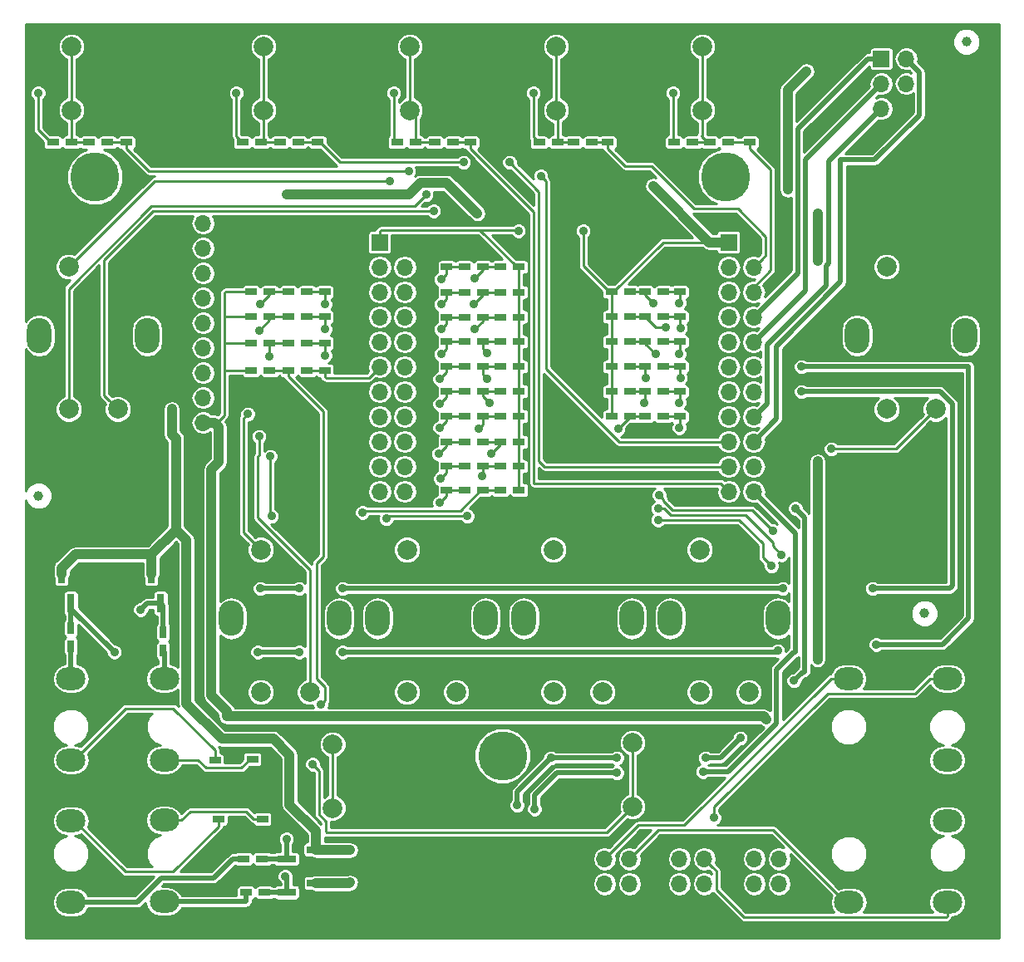
<source format=gtl>
G04 #@! TF.FileFunction,Copper,L1,Top,Signal*
%FSLAX46Y46*%
G04 Gerber Fmt 4.6, Leading zero omitted, Abs format (unit mm)*
G04 Created by KiCad (PCBNEW 4.0.6) date 08/23/17 09:08:23*
%MOMM*%
%LPD*%
G01*
G04 APERTURE LIST*
%ADD10C,0.100000*%
%ADD11R,1.200000X0.750000*%
%ADD12R,0.800000X1.900000*%
%ADD13R,1.900000X0.800000*%
%ADD14R,1.700000X1.700000*%
%ADD15O,1.700000X1.700000*%
%ADD16O,3.000000X2.300000*%
%ADD17R,0.750000X1.200000*%
%ADD18C,2.000000*%
%ADD19O,2.500000X3.600000*%
%ADD20C,1.000000*%
%ADD21C,5.000000*%
%ADD22C,0.889000*%
%ADD23C,0.254000*%
%ADD24C,1.016000*%
%ADD25C,0.508000*%
G04 APERTURE END LIST*
D10*
D11*
X128881000Y-83942000D03*
X130781000Y-83942000D03*
X128881000Y-81275000D03*
X130781000Y-81275000D03*
X128881000Y-78735000D03*
X130781000Y-78735000D03*
X141322000Y-81288554D03*
X139422000Y-81288554D03*
X141322000Y-78762777D03*
X139422000Y-78762777D03*
X141322000Y-76195000D03*
X139422000Y-76195000D03*
X141322000Y-88865885D03*
X139422000Y-88865885D03*
X141322000Y-86355000D03*
X139422000Y-86355000D03*
X141322000Y-83814331D03*
X139422000Y-83814331D03*
X141322000Y-96515000D03*
X139422000Y-96515000D03*
X141322000Y-94017000D03*
X139422000Y-94017000D03*
X141322000Y-91391662D03*
X139422000Y-91391662D03*
X165078524Y-83815800D03*
X166978524Y-83815800D03*
X165078524Y-81275400D03*
X166978524Y-81275400D03*
X165078524Y-78735000D03*
X166978524Y-78735000D03*
X165078524Y-91437000D03*
X166978524Y-91437000D03*
X165078524Y-88906100D03*
X166978524Y-88906100D03*
X165078524Y-86356200D03*
X166978524Y-86356200D03*
X128881000Y-86736000D03*
X130781000Y-86736000D03*
X141322000Y-98928000D03*
X139422000Y-98928000D03*
X108688000Y-63495000D03*
X110588000Y-63495000D03*
X128185000Y-63495000D03*
X130085000Y-63495000D03*
X143740000Y-63495000D03*
X145640000Y-63495000D03*
X157710000Y-63495000D03*
X159610000Y-63495000D03*
X172188000Y-63495000D03*
X174088000Y-63495000D03*
D12*
X103984000Y-107461000D03*
X102084000Y-107461000D03*
X103034000Y-110461000D03*
D13*
X128005000Y-137470000D03*
X128005000Y-135570000D03*
X125005000Y-136520000D03*
D12*
X113128000Y-107461000D03*
X111228000Y-107461000D03*
X112178000Y-110461000D03*
D13*
X128029000Y-140899000D03*
X128029000Y-138999000D03*
X125029000Y-139949000D03*
D14*
X116496000Y-94610000D03*
D15*
X116496000Y-92070000D03*
X116496000Y-89530000D03*
X116496000Y-86990000D03*
X116496000Y-84450000D03*
X116496000Y-81910000D03*
X116496000Y-79370000D03*
X116496000Y-76830000D03*
X116496000Y-74290000D03*
X116496000Y-71750000D03*
D14*
X185584000Y-54986000D03*
D15*
X188124000Y-54986000D03*
X185584000Y-57526000D03*
X188124000Y-57526000D03*
X185584000Y-60066000D03*
X188124000Y-60066000D03*
D16*
X103034000Y-129528000D03*
X103034000Y-126428000D03*
X103034000Y-118128000D03*
X103034000Y-129528000D03*
X103034000Y-132628000D03*
X103034000Y-140928000D03*
X112559000Y-129528000D03*
X112559000Y-126428000D03*
X112559000Y-118128000D03*
X112559000Y-129483000D03*
X112559000Y-132583000D03*
X112559000Y-140883000D03*
X182250000Y-129528000D03*
X182250000Y-126428000D03*
X182250000Y-118128000D03*
X182282000Y-129532000D03*
X182282000Y-132632000D03*
X182282000Y-140932000D03*
X192304000Y-129528000D03*
X192304000Y-126428000D03*
X192304000Y-118128000D03*
X192315000Y-129532000D03*
X192315000Y-132632000D03*
X192315000Y-140932000D03*
D14*
X152310000Y-136520000D03*
D15*
X152310000Y-139060000D03*
X154850000Y-136520000D03*
X154850000Y-139060000D03*
X157390000Y-136520000D03*
X157390000Y-139060000D03*
X159930000Y-136520000D03*
X159930000Y-139060000D03*
X162470000Y-136520000D03*
X162470000Y-139060000D03*
X165010000Y-136520000D03*
X165010000Y-139060000D03*
X167550000Y-136520000D03*
X167550000Y-139060000D03*
X170090000Y-136520000D03*
X170090000Y-139060000D03*
X172630000Y-136520000D03*
X172630000Y-139060000D03*
X175170000Y-136520000D03*
X175170000Y-139060000D03*
D14*
X134495000Y-73676000D03*
D15*
X137035000Y-73676000D03*
X134495000Y-76216000D03*
X137035000Y-76216000D03*
X134495000Y-78756000D03*
X137035000Y-78756000D03*
X134495000Y-81296000D03*
X137035000Y-81296000D03*
X134495000Y-83836000D03*
X137035000Y-83836000D03*
X134495000Y-86376000D03*
X137035000Y-86376000D03*
X134495000Y-88916000D03*
X137035000Y-88916000D03*
X134495000Y-91456000D03*
X137035000Y-91456000D03*
X134495000Y-93996000D03*
X137035000Y-93996000D03*
X134495000Y-96536000D03*
X137035000Y-96536000D03*
X134495000Y-99076000D03*
X137035000Y-99076000D03*
D14*
X170045000Y-73676000D03*
D15*
X172585000Y-73676000D03*
X170045000Y-76216000D03*
X172585000Y-76216000D03*
X170045000Y-78756000D03*
X172585000Y-78756000D03*
X170045000Y-81296000D03*
X172585000Y-81296000D03*
X170045000Y-83836000D03*
X172585000Y-83836000D03*
X170045000Y-86376000D03*
X172585000Y-86376000D03*
X170045000Y-88916000D03*
X172585000Y-88916000D03*
X170045000Y-91456000D03*
X172585000Y-91456000D03*
X170045000Y-93996000D03*
X172585000Y-93996000D03*
X170045000Y-96536000D03*
X172585000Y-96536000D03*
X170045000Y-99076000D03*
X172585000Y-99076000D03*
D11*
X119986000Y-132456000D03*
X118086000Y-132456000D03*
X123415000Y-126360000D03*
X121515000Y-126360000D03*
X124431000Y-132456000D03*
X122531000Y-132456000D03*
X121388000Y-83942000D03*
X123288000Y-83942000D03*
X125198000Y-83942000D03*
X127098000Y-83942000D03*
X121388000Y-81275000D03*
X123288000Y-81275000D03*
X125198000Y-81275000D03*
X127098000Y-81275000D03*
X121388000Y-78735000D03*
X123288000Y-78735000D03*
X125198000Y-78735000D03*
X127098000Y-78735000D03*
X148688000Y-81288554D03*
X146788000Y-81288554D03*
X145005000Y-81288554D03*
X143105000Y-81288554D03*
X148688000Y-78762777D03*
X146788000Y-78762777D03*
X145005000Y-78762777D03*
X143105000Y-78762777D03*
X148688000Y-76195000D03*
X146788000Y-76195000D03*
X145005000Y-76195000D03*
X143105000Y-76195000D03*
X148688000Y-88865885D03*
X146788000Y-88865885D03*
X145005000Y-88865885D03*
X143105000Y-88865885D03*
X148688000Y-86355000D03*
X146788000Y-86355000D03*
X145005000Y-86355000D03*
X143105000Y-86355000D03*
X148688000Y-83814331D03*
X146788000Y-83814331D03*
X145005000Y-83814331D03*
X143105000Y-83814331D03*
X148688000Y-96515000D03*
X146788000Y-96515000D03*
X145005000Y-96515000D03*
X143105000Y-96515000D03*
X148688000Y-94017000D03*
X146788000Y-94017000D03*
X145005000Y-94017000D03*
X143105000Y-94017000D03*
X148688000Y-91391662D03*
X146788000Y-91391662D03*
X145005000Y-91391662D03*
X143105000Y-91391662D03*
X158091000Y-83815800D03*
X159991000Y-83815800D03*
X161520000Y-83815800D03*
X163420000Y-83815800D03*
X158091000Y-81275400D03*
X159991000Y-81275400D03*
X161520000Y-81275400D03*
X163420000Y-81275400D03*
X158091000Y-78735000D03*
X159991000Y-78735000D03*
X161520000Y-78735000D03*
X163420000Y-78735000D03*
X158091000Y-91437000D03*
X159991000Y-91437000D03*
X161520000Y-91437000D03*
X163420000Y-91437000D03*
X158091000Y-88906100D03*
X159991000Y-88906100D03*
X161520000Y-88906100D03*
X163420000Y-88906100D03*
X158091000Y-86356200D03*
X159991000Y-86356200D03*
X161520000Y-86356200D03*
X163420000Y-86356200D03*
X121388000Y-86736000D03*
X123288000Y-86736000D03*
X125198000Y-86736000D03*
X127098000Y-86736000D03*
X148688000Y-98928000D03*
X146788000Y-98928000D03*
X145005000Y-98928000D03*
X143105000Y-98928000D03*
X101195000Y-63495000D03*
X103095000Y-63495000D03*
X104878000Y-63495000D03*
X106778000Y-63495000D03*
X120499000Y-63495000D03*
X122399000Y-63495000D03*
X124309000Y-63495000D03*
X126209000Y-63495000D03*
X136247000Y-63495000D03*
X138147000Y-63495000D03*
X140086571Y-63495000D03*
X141986571Y-63495000D03*
X150725000Y-63495000D03*
X152625000Y-63495000D03*
X154236571Y-63495000D03*
X156136571Y-63495000D03*
X164481001Y-63495000D03*
X166381001Y-63495000D03*
X168124000Y-63495000D03*
X170024000Y-63495000D03*
D17*
X103034000Y-112964000D03*
X103034000Y-114864000D03*
D11*
X122526000Y-136520000D03*
X120626000Y-136520000D03*
D17*
X112432000Y-113406000D03*
X112432000Y-115306000D03*
D11*
X122780000Y-139949000D03*
X120880000Y-139949000D03*
D18*
X122378000Y-119513000D03*
X124878000Y-119513000D03*
X127378000Y-119513000D03*
X122378000Y-105013000D03*
X127378000Y-105013000D03*
D19*
X119378000Y-112013000D03*
X130378000Y-112013000D03*
D18*
X137279333Y-119513000D03*
X139779333Y-119513000D03*
X142279333Y-119513000D03*
X137279333Y-105013000D03*
X142279333Y-105013000D03*
D19*
X134279333Y-112013000D03*
X145279333Y-112013000D03*
D18*
X102820000Y-90680000D03*
X105320000Y-90680000D03*
X107820000Y-90680000D03*
X102820000Y-76180000D03*
X107820000Y-76180000D03*
D19*
X99820000Y-83180000D03*
X110820000Y-83180000D03*
D18*
X152180666Y-119513000D03*
X154680666Y-119513000D03*
X157180666Y-119513000D03*
X152180666Y-105013000D03*
X157180666Y-105013000D03*
D19*
X149180666Y-112013000D03*
X160180666Y-112013000D03*
D18*
X167081999Y-119513000D03*
X169581999Y-119513000D03*
X172081999Y-119513000D03*
X167081999Y-105013000D03*
X172081999Y-105013000D03*
D19*
X164081999Y-112013000D03*
X175081999Y-112013000D03*
D18*
X186132000Y-90680000D03*
X188632000Y-90680000D03*
X191132000Y-90680000D03*
X186132000Y-76180000D03*
X191132000Y-76180000D03*
D19*
X183132000Y-83180000D03*
X194132000Y-83180000D03*
D18*
X160256000Y-124686000D03*
X160256000Y-131186000D03*
X164756000Y-124686000D03*
X164756000Y-131186000D03*
X129704000Y-124836000D03*
X129704000Y-131336000D03*
X134204000Y-124836000D03*
X134204000Y-131336000D03*
X103106000Y-53716000D03*
X103106000Y-60216000D03*
X107606000Y-53716000D03*
X107606000Y-60216000D03*
X122664000Y-53716000D03*
X122664000Y-60216000D03*
X127164000Y-53716000D03*
X127164000Y-60216000D03*
X137565333Y-53716000D03*
X137565333Y-60216000D03*
X142065333Y-53716000D03*
X142065333Y-60216000D03*
X152466666Y-53716000D03*
X152466666Y-60216000D03*
X156966666Y-53716000D03*
X156966666Y-60216000D03*
X167367999Y-53716000D03*
X167367999Y-60216000D03*
X171867999Y-53716000D03*
X171867999Y-60216000D03*
D11*
X119605000Y-126487000D03*
X117705000Y-126487000D03*
D20*
X194250000Y-53250000D03*
X99750000Y-99500000D03*
X190000000Y-111500000D03*
D21*
X169750000Y-67000000D03*
X105500000Y-67000000D03*
X147000000Y-126000000D03*
D22*
X128942000Y-85212000D03*
X130085000Y-103250999D03*
X105320000Y-107310000D03*
X124116000Y-129408000D03*
X133768000Y-55478001D03*
X133768000Y-61336000D03*
X128942000Y-82545000D03*
X128942000Y-80005000D03*
X140753000Y-82545000D03*
X140753000Y-80005000D03*
X140753000Y-77465000D03*
X140626000Y-90165000D03*
X140626000Y-87625000D03*
X140753000Y-85085000D03*
X140681000Y-97785000D03*
X140499000Y-95245000D03*
X140626000Y-92578000D03*
X165010000Y-85085000D03*
X165137000Y-82418000D03*
X165010000Y-79878000D03*
X165010000Y-92578000D03*
X165010000Y-90038000D03*
X165137000Y-87498000D03*
X137035000Y-99076000D03*
X140626000Y-100198000D03*
X137451000Y-66416000D03*
X150913000Y-66924000D03*
X147738000Y-65527000D03*
X143039000Y-65527000D03*
X125005000Y-68829000D03*
X144436000Y-70734000D03*
X131482000Y-135631000D03*
X131482000Y-138933000D03*
X113321000Y-90673000D03*
X176059000Y-68321000D03*
X177964000Y-56256000D03*
X185076000Y-114676000D03*
X175043000Y-115311000D03*
X130720000Y-115438000D03*
X126275000Y-115438000D03*
X122084000Y-115438000D03*
X107461000Y-115438000D03*
X177456000Y-86355000D03*
X171233000Y-124206510D03*
X176694000Y-118359000D03*
X176840009Y-100791009D03*
X167677000Y-126233000D03*
X158660000Y-126233000D03*
X151929000Y-126233000D03*
X148500000Y-131059000D03*
X125005000Y-134488000D03*
X184695000Y-108961000D03*
X175551000Y-108961000D03*
X130720000Y-108961000D03*
X126275000Y-108961000D03*
X122338000Y-108961000D03*
X110146000Y-111120000D03*
X177456000Y-88895000D03*
X167423000Y-127630000D03*
X158660000Y-127757000D03*
X150278000Y-131440000D03*
X124878000Y-138298000D03*
X155231000Y-72512000D03*
X148627000Y-72512000D03*
X179107000Y-96007000D03*
X179107000Y-116200000D03*
X173904717Y-122291283D03*
X179107000Y-75560000D03*
X179107000Y-70734000D03*
X162343000Y-67940000D03*
X164375000Y-58453999D03*
X150151000Y-58453999D03*
X99693001Y-58453999D03*
X119886001Y-58453999D03*
X135927000Y-58453999D03*
X168566000Y-132329000D03*
X123481000Y-101595000D03*
X123354000Y-95499000D03*
X123227000Y-85339000D03*
X122211000Y-93467000D03*
X122211000Y-82672000D03*
X121068000Y-91181000D03*
X122338000Y-80005000D03*
X144182000Y-82545000D03*
X135165000Y-101849000D03*
X143420000Y-101595000D03*
X144055000Y-80005000D03*
X144182000Y-77338000D03*
X139229000Y-68829000D03*
X145706000Y-90038000D03*
X139991000Y-70480000D03*
X145452000Y-87625000D03*
X135546000Y-67432000D03*
X145452000Y-84958000D03*
X144944000Y-97531000D03*
X145833000Y-95245000D03*
X144563000Y-92705000D03*
X162597000Y-85085000D03*
X163613000Y-82348902D03*
X162343000Y-79878000D03*
X174408000Y-106675000D03*
X162851000Y-101976000D03*
X158787000Y-92705000D03*
X180504000Y-94737000D03*
X174549042Y-103101292D03*
X162978000Y-99436000D03*
X161454000Y-90038000D03*
X175424000Y-105532000D03*
X162851000Y-100833000D03*
X161581000Y-87498000D03*
X128493911Y-120793490D03*
X127672000Y-126868000D03*
X132752000Y-101214000D03*
D23*
X128881000Y-83942000D02*
X128881000Y-85151000D01*
X128881000Y-85151000D02*
X128942000Y-85212000D01*
X127098000Y-83942000D02*
X128881000Y-83942000D01*
X166978524Y-78735000D02*
X166978524Y-78106000D01*
X166978524Y-78106000D02*
X167637523Y-77447001D01*
X167637523Y-77447001D02*
X170635881Y-77447001D01*
X170635881Y-77447001D02*
X171353999Y-76728883D01*
X171353999Y-76728883D02*
X171353999Y-74907001D01*
X171353999Y-74907001D02*
X171735001Y-74525999D01*
X171735001Y-74525999D02*
X172585000Y-73676000D01*
X166978524Y-78735000D02*
X166978524Y-79364000D01*
X166978524Y-79364000D02*
X166978524Y-81275400D01*
X166978524Y-81275400D02*
X166978524Y-81904400D01*
X166978524Y-81904400D02*
X166978524Y-83815800D01*
X166978524Y-83815800D02*
X166978524Y-84444800D01*
X166978524Y-84444800D02*
X166978524Y-86356200D01*
X166978524Y-86356200D02*
X166978524Y-88906100D01*
X166978524Y-91437000D02*
X166978524Y-88906100D01*
D24*
X157180666Y-105013000D02*
X158942667Y-103250999D01*
X158942667Y-103250999D02*
X170319998Y-103250999D01*
X170319998Y-103250999D02*
X171082000Y-104013001D01*
X171082000Y-104013001D02*
X172081999Y-105013000D01*
X142279333Y-105013000D02*
X144041334Y-103250999D01*
X144041334Y-103250999D02*
X155418665Y-103250999D01*
X155418665Y-103250999D02*
X156180667Y-104013001D01*
X156180667Y-104013001D02*
X157180666Y-105013000D01*
X130085000Y-103250999D02*
X140517332Y-103250999D01*
X140517332Y-103250999D02*
X142279333Y-105013000D01*
D23*
X139422000Y-76195000D02*
X139197000Y-76195000D01*
X139197000Y-76195000D02*
X137035000Y-74033000D01*
X137035000Y-74033000D02*
X137035000Y-73676000D01*
X139422000Y-96515000D02*
X139422000Y-98928000D01*
X139422000Y-94017000D02*
X139422000Y-96515000D01*
X139422000Y-91391662D02*
X139422000Y-94017000D01*
X139422000Y-91391662D02*
X139422000Y-88865885D01*
X139422000Y-88865885D02*
X139422000Y-86355000D01*
X139422000Y-86355000D02*
X139422000Y-85726000D01*
X139422000Y-85726000D02*
X139422000Y-83814331D01*
X139422000Y-81288554D02*
X139422000Y-83814331D01*
X139422000Y-78762777D02*
X139422000Y-81288554D01*
X139422000Y-76195000D02*
X139422000Y-76824000D01*
X139422000Y-76824000D02*
X139422000Y-78762777D01*
X130781000Y-86736000D02*
X130781000Y-86107000D01*
X130781000Y-86107000D02*
X130781000Y-83942000D01*
X130781000Y-81275000D02*
X130781000Y-78735000D01*
X130781000Y-83942000D02*
X130781000Y-83313000D01*
X130781000Y-83313000D02*
X130781000Y-81275000D01*
X130781000Y-78735000D02*
X130781000Y-78106000D01*
X130781000Y-78106000D02*
X131439999Y-77447001D01*
X131439999Y-77447001D02*
X135085881Y-77447001D01*
X135085881Y-77447001D02*
X135803999Y-76728883D01*
X135803999Y-76728883D02*
X135803999Y-74907001D01*
X135803999Y-74907001D02*
X136185001Y-74525999D01*
X136185001Y-74525999D02*
X137035000Y-73676000D01*
X191132000Y-75455524D02*
X191132000Y-76180000D01*
X134204000Y-131336000D02*
X134204000Y-124836000D01*
X164756000Y-124686000D02*
X164756000Y-131186000D01*
D25*
X113128000Y-107461000D02*
X113128000Y-108011000D01*
X113128000Y-108011000D02*
X112219999Y-108919001D01*
X112219999Y-108919001D02*
X106929001Y-108919001D01*
X106929001Y-108919001D02*
X105764499Y-107754499D01*
X105764499Y-107754499D02*
X105320000Y-107310000D01*
X103984000Y-107461000D02*
X105169000Y-107461000D01*
X105169000Y-107461000D02*
X105320000Y-107310000D01*
X128005000Y-137470000D02*
X151360000Y-137470000D01*
X151360000Y-137470000D02*
X152310000Y-136520000D01*
X128029000Y-140899000D02*
X150471000Y-140899000D01*
X150471000Y-140899000D02*
X152310000Y-139060000D01*
D23*
X124116000Y-129408000D02*
X124116000Y-127061000D01*
X124116000Y-127061000D02*
X123415000Y-126360000D01*
X124431000Y-132456000D02*
X124431000Y-129723000D01*
X124431000Y-129723000D02*
X124116000Y-129408000D01*
X119986000Y-132456000D02*
X119986000Y-133085000D01*
X123449999Y-133212001D02*
X124206000Y-132456000D01*
X119986000Y-133085000D02*
X120113001Y-133212001D01*
X124206000Y-132456000D02*
X124431000Y-132456000D01*
X120113001Y-133212001D02*
X123449999Y-133212001D01*
X119605000Y-126487000D02*
X119605000Y-125858000D01*
X119605000Y-125858000D02*
X119859001Y-125603999D01*
X119859001Y-125603999D02*
X122433999Y-125603999D01*
X122433999Y-125603999D02*
X123190000Y-126360000D01*
X123190000Y-126360000D02*
X123415000Y-126360000D01*
D24*
X133768000Y-61336000D02*
X133768000Y-55478001D01*
D23*
X171867999Y-60216000D02*
X174088000Y-62436001D01*
X174088000Y-62436001D02*
X174088000Y-63495000D01*
X171867999Y-53716000D02*
X171867999Y-60216000D01*
X156966666Y-53716000D02*
X156966666Y-60216000D01*
X159610000Y-63495000D02*
X159610000Y-62859334D01*
X159610000Y-62859334D02*
X156966666Y-60216000D01*
X142065333Y-60216000D02*
X142065333Y-53716000D01*
X145640000Y-63495000D02*
X145344333Y-63495000D01*
X145344333Y-63495000D02*
X143065332Y-61215999D01*
X143065332Y-61215999D02*
X142065333Y-60216000D01*
X130085000Y-63495000D02*
X129860000Y-63495000D01*
X129860000Y-63495000D02*
X127164000Y-60799000D01*
X127164000Y-60799000D02*
X127164000Y-60216000D01*
X127164000Y-53716000D02*
X127164000Y-60216000D01*
X107606000Y-53716000D02*
X107606000Y-60216000D01*
X107606000Y-60216000D02*
X110588000Y-63198000D01*
X110588000Y-63198000D02*
X110588000Y-63495000D01*
X128881000Y-81275000D02*
X128881000Y-82484000D01*
X128881000Y-82484000D02*
X128942000Y-82545000D01*
X128881000Y-81275000D02*
X127098000Y-81275000D01*
X128881000Y-78735000D02*
X128881000Y-79944000D01*
X128881000Y-79944000D02*
X128942000Y-80005000D01*
X127225000Y-78735000D02*
X128881000Y-78735000D01*
X141322000Y-81288554D02*
X141322000Y-81976000D01*
X141322000Y-81976000D02*
X140753000Y-82545000D01*
X141322000Y-81288554D02*
X143105000Y-81288554D01*
X141322000Y-78762777D02*
X141322000Y-79436000D01*
X141322000Y-79436000D02*
X140753000Y-80005000D01*
X141322000Y-78762777D02*
X143105000Y-78762777D01*
X141322000Y-76195000D02*
X141322000Y-76896000D01*
X141322000Y-76896000D02*
X140753000Y-77465000D01*
X141322000Y-76195000D02*
X143105000Y-76195000D01*
X141322000Y-88865885D02*
X141322000Y-89469000D01*
X141322000Y-89469000D02*
X140626000Y-90165000D01*
X141322000Y-88865885D02*
X143105000Y-88865885D01*
X141322000Y-86355000D02*
X141322000Y-86929000D01*
X141322000Y-86929000D02*
X140626000Y-87625000D01*
X143105000Y-86355000D02*
X141322000Y-86355000D01*
X141322000Y-83814331D02*
X141322000Y-84516000D01*
X141322000Y-84516000D02*
X140753000Y-85085000D01*
X141322000Y-83814331D02*
X143105000Y-83814331D01*
X141322000Y-96515000D02*
X141322000Y-97144000D01*
X141322000Y-97144000D02*
X140681000Y-97785000D01*
X143105000Y-96515000D02*
X141322000Y-96515000D01*
X141322000Y-94017000D02*
X141322000Y-94422000D01*
X141322000Y-94422000D02*
X140499000Y-95245000D01*
X141322000Y-94017000D02*
X143105000Y-94017000D01*
X141322000Y-91391662D02*
X141322000Y-91882000D01*
X141322000Y-91882000D02*
X140626000Y-92578000D01*
X143105000Y-91391662D02*
X141322000Y-91391662D01*
X165078524Y-83815800D02*
X165078524Y-85016476D01*
X165078524Y-85016476D02*
X165010000Y-85085000D01*
X163420000Y-83815800D02*
X165078524Y-83815800D01*
X165078524Y-81275400D02*
X165078524Y-82359524D01*
X165078524Y-82359524D02*
X165137000Y-82418000D01*
X163420000Y-81275400D02*
X165078524Y-81275400D01*
X165078524Y-78735000D02*
X165078524Y-79809476D01*
X165078524Y-79809476D02*
X165010000Y-79878000D01*
X163420000Y-78735000D02*
X165078524Y-78735000D01*
X165078524Y-91437000D02*
X165078524Y-92509476D01*
X165078524Y-92509476D02*
X165010000Y-92578000D01*
X163420000Y-91437000D02*
X165078524Y-91437000D01*
X165078524Y-88906100D02*
X165078524Y-89969476D01*
X165078524Y-89969476D02*
X165010000Y-90038000D01*
X165078524Y-88906100D02*
X163420000Y-88906100D01*
X165078524Y-86356200D02*
X165078524Y-87439524D01*
X165078524Y-87439524D02*
X165137000Y-87498000D01*
X163420000Y-86356200D02*
X165078524Y-86356200D01*
X128881000Y-86736000D02*
X128881000Y-87365000D01*
X128881000Y-87365000D02*
X129008001Y-87492001D01*
X129008001Y-87492001D02*
X133378999Y-87492001D01*
X133378999Y-87492001D02*
X133645001Y-87225999D01*
X133645001Y-87225999D02*
X134495000Y-86376000D01*
X127098000Y-86736000D02*
X128881000Y-86736000D01*
X141322000Y-98928000D02*
X141322000Y-99502000D01*
X141322000Y-99502000D02*
X140626000Y-100198000D01*
X141322000Y-98928000D02*
X143105000Y-98928000D01*
X158856258Y-93996000D02*
X170045000Y-93996000D01*
X137451000Y-66416000D02*
X110980000Y-66416000D01*
X110980000Y-66416000D02*
X108688000Y-64124000D01*
X108688000Y-64124000D02*
X108688000Y-63495000D01*
X151421000Y-86560742D02*
X151421000Y-67432000D01*
X151421000Y-67432000D02*
X150913000Y-66924000D01*
X158856258Y-93996000D02*
X151421000Y-86560742D01*
X108688000Y-63495000D02*
X106778000Y-63495000D01*
X150719011Y-95940011D02*
X151315000Y-96536000D01*
X151315000Y-96536000D02*
X170045000Y-96536000D01*
X147738000Y-65527000D02*
X150719011Y-68508011D01*
X150719011Y-68508011D02*
X150719011Y-95940011D01*
X128185000Y-63495000D02*
X128410000Y-63495000D01*
X128410000Y-63495000D02*
X130442000Y-65527000D01*
X130442000Y-65527000D02*
X143039000Y-65527000D01*
X126209000Y-63495000D02*
X128185000Y-63495000D01*
X150211001Y-98226001D02*
X150211001Y-70595001D01*
X150211001Y-70595001D02*
X143740000Y-64124000D01*
X143740000Y-64124000D02*
X143740000Y-63495000D01*
X170045000Y-99076000D02*
X169195001Y-98226001D01*
X169195001Y-98226001D02*
X150211001Y-98226001D01*
X141986571Y-63495000D02*
X143740000Y-63495000D01*
X157710000Y-63495000D02*
X157710000Y-64124000D01*
X173816001Y-74984999D02*
X173434999Y-75366001D01*
X173434999Y-75366001D02*
X172585000Y-76216000D01*
X157710000Y-64124000D02*
X159494000Y-65908000D01*
X159494000Y-65908000D02*
X162158000Y-65908000D01*
X162158000Y-65908000D02*
X166500000Y-70250000D01*
X166500000Y-70250000D02*
X170980882Y-70250000D01*
X170980882Y-70250000D02*
X173816001Y-73085119D01*
X173816001Y-73085119D02*
X173816001Y-74984999D01*
X156136571Y-63495000D02*
X157710000Y-63495000D01*
X172188000Y-63495000D02*
X172188000Y-64124000D01*
X172188000Y-64124000D02*
X174324010Y-66260010D01*
X174324010Y-66260010D02*
X174324010Y-76532990D01*
X174324010Y-76532990D02*
X172585000Y-78272000D01*
X172585000Y-78272000D02*
X172585000Y-78756000D01*
X172188000Y-63495000D02*
X170024000Y-63495000D01*
D24*
X125322501Y-131001500D02*
X125322501Y-125920899D01*
X114821010Y-104042006D02*
X113751002Y-102971998D01*
X114821010Y-120701075D02*
X114821010Y-104042006D01*
X118389946Y-124270011D02*
X114821010Y-120701075D01*
X128005000Y-135570000D02*
X128005000Y-133683999D01*
X125322501Y-125920899D02*
X123671613Y-124270011D01*
X128005000Y-133683999D02*
X125322501Y-131001500D01*
X123671613Y-124270011D02*
X118389946Y-124270011D01*
X144436000Y-70734000D02*
X141324499Y-67622499D01*
X137443378Y-68829000D02*
X125005000Y-68829000D01*
X141324499Y-67622499D02*
X138649879Y-67622499D01*
X138649879Y-67622499D02*
X137443378Y-68829000D01*
X131482000Y-135631000D02*
X128066000Y-135631000D01*
X128066000Y-135631000D02*
X128005000Y-135570000D01*
X128029000Y-138999000D02*
X131416000Y-138999000D01*
X131416000Y-138999000D02*
X131482000Y-138933000D01*
X102084000Y-107461000D02*
X102084000Y-106911000D01*
X102084000Y-106911000D02*
X103500000Y-105495000D01*
X103500000Y-105495000D02*
X111228000Y-105495000D01*
X113321000Y-90673000D02*
X113321000Y-93226397D01*
X111228000Y-105495000D02*
X111228000Y-107461000D01*
X113321000Y-93226397D02*
X113751002Y-93656399D01*
X113751002Y-93656399D02*
X113751002Y-102971998D01*
X113751002Y-102971998D02*
X111228000Y-105495000D01*
X177964000Y-56256000D02*
X176059000Y-58161000D01*
X176059000Y-58161000D02*
X176059000Y-68321000D01*
D25*
X185076000Y-114676000D02*
X191807000Y-114676000D01*
X191807000Y-114676000D02*
X194474000Y-112009000D01*
X130720000Y-115438000D02*
X174916000Y-115438000D01*
X174916000Y-115438000D02*
X175043000Y-115311000D01*
X122084000Y-115438000D02*
X126275000Y-115438000D01*
X103034000Y-110461000D02*
X103034000Y-111011000D01*
X103034000Y-111011000D02*
X107461000Y-115438000D01*
X194474000Y-86355000D02*
X194474000Y-112009000D01*
X189038842Y-86355000D02*
X194474000Y-86355000D01*
X177456000Y-86355000D02*
X189038842Y-86355000D01*
X103034000Y-112964000D02*
X103034000Y-110461000D01*
X170788501Y-124651009D02*
X171233000Y-124206510D01*
X167677000Y-126233000D02*
X169206510Y-126233000D01*
X169206510Y-126233000D02*
X170788501Y-124651009D01*
X176694000Y-118359000D02*
X177583000Y-117470000D01*
X177583000Y-117470000D02*
X177792509Y-117470000D01*
X176840009Y-100791009D02*
X177792509Y-101743509D01*
X177792509Y-101743509D02*
X177792509Y-117470000D01*
X151929000Y-126233000D02*
X158660000Y-126233000D01*
X148500000Y-131059000D02*
X148500000Y-129662000D01*
X148500000Y-129662000D02*
X151929000Y-126233000D01*
X125005000Y-135612000D02*
X125005000Y-134488000D01*
X125005000Y-136520000D02*
X125005000Y-135612000D01*
X122526000Y-136520000D02*
X125005000Y-136520000D01*
X192823000Y-90139158D02*
X192823000Y-108707000D01*
X184695000Y-108961000D02*
X192569000Y-108961000D01*
X192569000Y-108961000D02*
X192823000Y-108707000D01*
X130720000Y-108961000D02*
X175551000Y-108961000D01*
X122338000Y-108961000D02*
X126275000Y-108961000D01*
X112178000Y-110461000D02*
X110805000Y-110461000D01*
X110805000Y-110461000D02*
X110146000Y-111120000D01*
X177456000Y-88895000D02*
X191578842Y-88895000D01*
X191578842Y-88895000D02*
X192823000Y-90139158D01*
X112432000Y-113406000D02*
X112432000Y-110715000D01*
X112432000Y-110715000D02*
X112178000Y-110461000D01*
X172585000Y-99076000D02*
X176840009Y-103331009D01*
X176840009Y-103331009D02*
X176840009Y-115438000D01*
X176840009Y-115438000D02*
X176694000Y-115438000D01*
X176694000Y-115438000D02*
X174920726Y-117211274D01*
X174920726Y-117211274D02*
X174920726Y-122712129D01*
X174920726Y-122712129D02*
X170002855Y-127630000D01*
X170002855Y-127630000D02*
X167423000Y-127630000D01*
X150278000Y-131440000D02*
X150278000Y-130030298D01*
X150278000Y-130030298D02*
X152551298Y-127757000D01*
X152551298Y-127757000D02*
X158660000Y-127757000D01*
X125029000Y-139949000D02*
X125029000Y-138449000D01*
X125029000Y-138449000D02*
X124878000Y-138298000D01*
X122780000Y-139949000D02*
X125029000Y-139949000D01*
D24*
X173904717Y-122291283D02*
X173613434Y-122000000D01*
X118916001Y-122000000D02*
X118916001Y-121431011D01*
X118916001Y-121431011D02*
X117365990Y-119881000D01*
X117365990Y-119881000D02*
X117365990Y-96811612D01*
X173613434Y-122000000D02*
X118916001Y-122000000D01*
X117365990Y-96811612D02*
X118108001Y-96069601D01*
X118108001Y-96069601D02*
X118108001Y-92479920D01*
X118108001Y-92479920D02*
X117698081Y-92070000D01*
D23*
X155231000Y-72512000D02*
X155231000Y-76100000D01*
X155231000Y-76100000D02*
X157866000Y-78735000D01*
X157866000Y-78735000D02*
X158091000Y-78735000D01*
X144712999Y-72444999D02*
X148559999Y-72444999D01*
X148559999Y-72444999D02*
X148627000Y-72512000D01*
D24*
X179107000Y-116200000D02*
X179107000Y-96007000D01*
D23*
X148688000Y-76195000D02*
X148463000Y-76195000D01*
X148463000Y-76195000D02*
X144712999Y-72444999D01*
X144712999Y-72444999D02*
X134622001Y-72444999D01*
X134622001Y-72444999D02*
X134495000Y-72572000D01*
X134495000Y-72572000D02*
X134495000Y-73676000D01*
X158091000Y-88906100D02*
X158091000Y-91437000D01*
X158091000Y-86356200D02*
X158091000Y-86985200D01*
X158091000Y-86985200D02*
X158091000Y-88906100D01*
X158091000Y-83815800D02*
X158091000Y-86356200D01*
X158091000Y-81275400D02*
X158091000Y-83815800D01*
X158091000Y-78735000D02*
X158091000Y-79364000D01*
X158091000Y-79364000D02*
X158091000Y-81275400D01*
X158091000Y-78735000D02*
X158316000Y-78735000D01*
X163375000Y-73676000D02*
X168079000Y-73676000D01*
X158316000Y-78735000D02*
X163375000Y-73676000D01*
X148688000Y-98928000D02*
X148688000Y-96515000D01*
X148688000Y-96515000D02*
X148688000Y-94017000D01*
X148688000Y-94017000D02*
X148688000Y-91391662D01*
X148688000Y-91391662D02*
X148688000Y-88865885D01*
X148688000Y-88865885D02*
X148688000Y-86355000D01*
X148688000Y-86355000D02*
X148688000Y-83814331D01*
X148688000Y-83814331D02*
X148688000Y-81288554D01*
X148688000Y-78762777D02*
X148688000Y-81288554D01*
X148688000Y-76195000D02*
X148688000Y-78762777D01*
X118655000Y-91308000D02*
X118655000Y-86609000D01*
X118655000Y-86609000D02*
X118655000Y-83942000D01*
X121388000Y-86736000D02*
X118782000Y-86736000D01*
X118782000Y-86736000D02*
X118655000Y-86609000D01*
X118655000Y-83942000D02*
X118655000Y-81275000D01*
X121388000Y-83942000D02*
X118655000Y-83942000D01*
X118655000Y-81275000D02*
X118655000Y-78862000D01*
X121388000Y-81275000D02*
X120534000Y-81275000D01*
X120534000Y-81275000D02*
X118655000Y-81275000D01*
X117698081Y-92070000D02*
X117893000Y-92070000D01*
X117893000Y-92070000D02*
X118655000Y-91308000D01*
X118655000Y-78862000D02*
X118782000Y-78735000D01*
X118782000Y-78735000D02*
X121388000Y-78735000D01*
D24*
X117698081Y-92070000D02*
X116496000Y-92070000D01*
X179107000Y-70734000D02*
X179107000Y-75560000D01*
X170045000Y-73676000D02*
X168079000Y-73676000D01*
X168079000Y-73676000D02*
X162343000Y-67940000D01*
D23*
X164375000Y-58453999D02*
X164375000Y-63388999D01*
X164375000Y-63388999D02*
X164481001Y-63495000D01*
X150151000Y-58453999D02*
X150151000Y-62921000D01*
X150151000Y-62921000D02*
X150725000Y-63495000D01*
X99693001Y-58453999D02*
X99693001Y-62218001D01*
X99693001Y-62218001D02*
X100970000Y-63495000D01*
X100970000Y-63495000D02*
X101195000Y-63495000D01*
X119886001Y-58453999D02*
X119886001Y-62882001D01*
X119886001Y-62882001D02*
X120499000Y-63495000D01*
X135927000Y-58453999D02*
X135927000Y-63175000D01*
X135927000Y-63175000D02*
X136247000Y-63495000D01*
D25*
X172585000Y-81296000D02*
X177075010Y-76805990D01*
X177075010Y-76805990D02*
X177075010Y-62136990D01*
X177075010Y-62136990D02*
X184226000Y-54986000D01*
X184226000Y-54986000D02*
X185584000Y-54986000D01*
X174916000Y-84257644D02*
X174916000Y-91665000D01*
X174916000Y-91665000D02*
X172585000Y-93996000D01*
X181454644Y-65273000D02*
X181454644Y-77719000D01*
X181454644Y-77719000D02*
X174916000Y-84257644D01*
X188124000Y-54986000D02*
X189482001Y-56344001D01*
X184926842Y-65273000D02*
X181454644Y-65273000D01*
X189482001Y-56344001D02*
X189482001Y-60717841D01*
X189482001Y-60717841D02*
X184926842Y-65273000D01*
X172585000Y-83836000D02*
X177837020Y-78583980D01*
X177837020Y-65272980D02*
X184734001Y-58375999D01*
X177837020Y-78583980D02*
X177837020Y-65272980D01*
X184734001Y-58375999D02*
X185584000Y-57526000D01*
X180250000Y-75853855D02*
X180250000Y-65400000D01*
X180250000Y-65400000D02*
X185584000Y-60066000D01*
X173943001Y-84152999D02*
X179996000Y-78100000D01*
X179996000Y-78100000D02*
X179996000Y-76107855D01*
X179996000Y-76107855D02*
X180250000Y-75853855D01*
X172585000Y-91456000D02*
X173943001Y-90097999D01*
X173943001Y-90097999D02*
X173943001Y-84152999D01*
D23*
X103034000Y-126428000D02*
X103384000Y-126428000D01*
X103384000Y-126428000D02*
X108645001Y-121166999D01*
X108645001Y-121166999D02*
X113461881Y-121166999D01*
X113461881Y-121166999D02*
X117705000Y-125410118D01*
X117705000Y-125410118D02*
X117705000Y-125858000D01*
X117705000Y-125858000D02*
X117705000Y-126487000D01*
D25*
X103034000Y-118128000D02*
X103034000Y-114864000D01*
D23*
X103034000Y-132628000D02*
X103384000Y-132628000D01*
X103384000Y-132628000D02*
X108600001Y-137844001D01*
X108600001Y-137844001D02*
X113461881Y-137844001D01*
X113461881Y-137844001D02*
X118086000Y-133219882D01*
X118086000Y-133219882D02*
X118086000Y-133085000D01*
X118086000Y-133085000D02*
X118086000Y-132456000D01*
D25*
X103034000Y-140928000D02*
X109819220Y-140928000D01*
X117558989Y-138479011D02*
X119518000Y-136520000D01*
X109819220Y-140928000D02*
X112268209Y-138479011D01*
X112268209Y-138479011D02*
X117558989Y-138479011D01*
X119518000Y-136520000D02*
X120626000Y-136520000D01*
D23*
X112559000Y-126428000D02*
X115985198Y-126428000D01*
X115985198Y-126428000D02*
X116800199Y-127243001D01*
X116800199Y-127243001D02*
X120406999Y-127243001D01*
X120406999Y-127243001D02*
X121290000Y-126360000D01*
X121290000Y-126360000D02*
X121515000Y-126360000D01*
D25*
X112559000Y-118128000D02*
X112559000Y-115433000D01*
X112559000Y-115433000D02*
X112432000Y-115306000D01*
D23*
X112559000Y-132583000D02*
X114313000Y-132583000D01*
X114313000Y-132583000D02*
X115196001Y-131699999D01*
X115196001Y-131699999D02*
X120920999Y-131699999D01*
X120920999Y-131699999D02*
X121677000Y-132456000D01*
X121677000Y-132456000D02*
X122531000Y-132456000D01*
D25*
X112559000Y-140883000D02*
X120829000Y-140883000D01*
X120829000Y-140883000D02*
X120880000Y-140832000D01*
X120880000Y-140832000D02*
X120880000Y-139949000D01*
D23*
X165533000Y-133091000D02*
X160819000Y-133091000D01*
X160819000Y-133091000D02*
X157390000Y-136520000D01*
X182250000Y-118128000D02*
X180496000Y-118128000D01*
X180496000Y-118128000D02*
X165533000Y-133091000D01*
X174599010Y-133599010D02*
X162850990Y-133599010D01*
X162850990Y-133599010D02*
X159930000Y-136520000D01*
X182282000Y-140932000D02*
X181932000Y-140932000D01*
X181932000Y-140932000D02*
X174599010Y-133599010D01*
X180132424Y-119659010D02*
X168566000Y-131225434D01*
X168566000Y-131225434D02*
X168566000Y-132329000D01*
X192304000Y-118128000D02*
X190550000Y-118128000D01*
X190550000Y-118128000D02*
X189018990Y-119659010D01*
X189018990Y-119659010D02*
X180132424Y-119659010D01*
X192315000Y-140932000D02*
X192315000Y-142336000D01*
X192315000Y-142336000D02*
X192187990Y-142463010D01*
X192187990Y-142463010D02*
X171593130Y-142463010D01*
X171593130Y-142463010D02*
X168781001Y-139650881D01*
X168781001Y-139650881D02*
X168781001Y-137751001D01*
X168781001Y-137751001D02*
X168399999Y-137369999D01*
X168399999Y-137369999D02*
X167550000Y-136520000D01*
X123354000Y-95499000D02*
X123354000Y-101468000D01*
X123354000Y-101468000D02*
X123481000Y-101595000D01*
X123288000Y-83942000D02*
X123288000Y-85278000D01*
X123288000Y-85278000D02*
X123227000Y-85339000D01*
X123288000Y-83942000D02*
X125198000Y-83942000D01*
X122211000Y-93467000D02*
X122211000Y-95372000D01*
X122211000Y-95372000D02*
X122084000Y-95499000D01*
X122084000Y-95499000D02*
X122084000Y-101762882D01*
X122084000Y-101762882D02*
X127378000Y-107056882D01*
X127378000Y-118098787D02*
X127378000Y-119513000D01*
X127378000Y-107056882D02*
X127378000Y-118098787D01*
X123288000Y-81275000D02*
X123288000Y-81595000D01*
X123288000Y-81595000D02*
X122211000Y-82672000D01*
X125198000Y-81275000D02*
X123288000Y-81275000D01*
X120584541Y-91664459D02*
X120584541Y-92070000D01*
X120584541Y-96261000D02*
X120584541Y-97023000D01*
X120584541Y-97023000D02*
X120584541Y-103219541D01*
X121068000Y-91181000D02*
X120584541Y-91664459D01*
X120584541Y-95499000D02*
X120584541Y-96261000D01*
X120584541Y-92070000D02*
X120584541Y-96261000D01*
X120584541Y-103219541D02*
X122378000Y-105013000D01*
X123288000Y-78735000D02*
X123288000Y-79055000D01*
X123288000Y-79055000D02*
X122338000Y-80005000D01*
X123288000Y-78735000D02*
X125198000Y-78735000D01*
X145005000Y-81288554D02*
X145005000Y-81722000D01*
X145005000Y-81722000D02*
X144182000Y-82545000D01*
X143420000Y-101595000D02*
X135419000Y-101595000D01*
X135419000Y-101595000D02*
X135165000Y-101849000D01*
X145005000Y-81288554D02*
X144780000Y-81288554D01*
X145005000Y-81288554D02*
X146788000Y-81288554D01*
X145005000Y-78762777D02*
X145005000Y-79055000D01*
X145005000Y-79055000D02*
X144055000Y-80005000D01*
X145005000Y-78762777D02*
X146788000Y-78762777D01*
X145005000Y-76195000D02*
X145005000Y-76515000D01*
X145005000Y-76515000D02*
X144182000Y-77338000D01*
X145005000Y-76195000D02*
X146788000Y-76195000D01*
X139229000Y-68829000D02*
X138047011Y-70010989D01*
X138047011Y-70010989D02*
X111226694Y-70010990D01*
X102820000Y-89265787D02*
X102820000Y-90680000D01*
X111226694Y-70010990D02*
X102820000Y-78417684D01*
X102820000Y-78417684D02*
X102820000Y-89265787D01*
X145005000Y-88865885D02*
X145005000Y-89337000D01*
X145005000Y-89337000D02*
X145706000Y-90038000D01*
X145005000Y-88865885D02*
X146788000Y-88865885D01*
X133680743Y-70518999D02*
X139952001Y-70518999D01*
X139952001Y-70518999D02*
X139991000Y-70480000D01*
X133680743Y-70518999D02*
X111437119Y-70518999D01*
X106820001Y-89680001D02*
X107820000Y-90680000D01*
X111437119Y-70518999D02*
X106438999Y-75517119D01*
X106438999Y-75517119D02*
X106438999Y-89298999D01*
X106438999Y-89298999D02*
X106820001Y-89680001D01*
X145005000Y-86355000D02*
X145005000Y-87178000D01*
X145005000Y-87178000D02*
X145452000Y-87625000D01*
X146788000Y-86355000D02*
X145005000Y-86355000D01*
X135546000Y-67432000D02*
X111568000Y-67432000D01*
X111568000Y-67432000D02*
X102820000Y-76180000D01*
X145005000Y-83814331D02*
X145005000Y-84511000D01*
X145005000Y-84511000D02*
X145452000Y-84958000D01*
X145005000Y-83814331D02*
X146788000Y-83814331D01*
X145005000Y-96515000D02*
X145005000Y-97470000D01*
X145005000Y-97470000D02*
X144944000Y-97531000D01*
X146788000Y-96515000D02*
X145005000Y-96515000D01*
X146788000Y-94017000D02*
X146788000Y-94290000D01*
X146788000Y-94290000D02*
X145833000Y-95245000D01*
X145005000Y-94017000D02*
X146788000Y-94017000D01*
X145005000Y-91391662D02*
X145005000Y-92263000D01*
X145005000Y-92263000D02*
X144563000Y-92705000D01*
X146788000Y-91391662D02*
X145005000Y-91391662D01*
X161520000Y-83815800D02*
X161520000Y-84008000D01*
X161520000Y-84008000D02*
X162597000Y-85085000D01*
X159991000Y-83815800D02*
X161520000Y-83815800D01*
X161520000Y-81275400D02*
X162593502Y-82348902D01*
X162593502Y-82348902D02*
X163613000Y-82348902D01*
X159991000Y-81275400D02*
X161520000Y-81275400D01*
X161520000Y-78735000D02*
X161520000Y-79055000D01*
X161520000Y-79055000D02*
X162343000Y-79878000D01*
X159991000Y-78735000D02*
X161520000Y-78735000D01*
X171088881Y-101976000D02*
X173501881Y-104389000D01*
X173501881Y-104389000D02*
X173501881Y-105768881D01*
X173501881Y-105768881D02*
X174408000Y-106675000D01*
X162851000Y-101976000D02*
X171088881Y-101976000D01*
X159991000Y-91437000D02*
X159991000Y-91501000D01*
X159991000Y-91501000D02*
X158787000Y-92705000D01*
X159991000Y-91437000D02*
X161520000Y-91437000D01*
X180504000Y-94737000D02*
X187075000Y-94737000D01*
X187075000Y-94737000D02*
X191132000Y-90680000D01*
X167169000Y-100959980D02*
X172407730Y-100959980D01*
X172407730Y-100959980D02*
X174549042Y-103101292D01*
X164325031Y-100959980D02*
X167169000Y-100959980D01*
X162978000Y-99436000D02*
X163422499Y-99880499D01*
X163422499Y-99880499D02*
X163422499Y-100057448D01*
X163422499Y-100057448D02*
X164325031Y-100959980D01*
X161520000Y-88906100D02*
X161520000Y-89972000D01*
X161520000Y-89972000D02*
X161454000Y-90038000D01*
X159991000Y-88906100D02*
X161520000Y-88906100D01*
X175424000Y-105532000D02*
X174538656Y-104646656D01*
X174538656Y-104646656D02*
X174538656Y-104258341D01*
X164114607Y-101467990D02*
X171748305Y-101467990D01*
X171748305Y-101467990D02*
X174538656Y-104258341D01*
X162851000Y-100833000D02*
X163479617Y-100833000D01*
X163479617Y-100833000D02*
X164114607Y-101467990D01*
X161520000Y-86356200D02*
X161520000Y-87437000D01*
X161520000Y-87437000D02*
X161581000Y-87498000D01*
X159991000Y-86356200D02*
X161520000Y-86356200D01*
X186153000Y-76159000D02*
X186132000Y-76180000D01*
X128759001Y-90926001D02*
X128759001Y-105675881D01*
X128938410Y-120348991D02*
X128493911Y-120793490D01*
X128938410Y-119029528D02*
X128938410Y-120348991D01*
X128040881Y-118131999D02*
X128938410Y-119029528D01*
X125198000Y-87365000D02*
X128759001Y-90926001D01*
X125198000Y-86736000D02*
X125198000Y-87365000D01*
X128759001Y-105675881D02*
X128040881Y-106394001D01*
X128040881Y-106394001D02*
X128040881Y-118131999D01*
X127672000Y-126868000D02*
X128322999Y-127518999D01*
X129042999Y-133770801D02*
X129119199Y-133847001D01*
X128322999Y-127518999D02*
X128322999Y-131997001D01*
X128322999Y-131997001D02*
X129042999Y-132717001D01*
X129042999Y-132717001D02*
X129042999Y-133770801D01*
X129119199Y-133847001D02*
X157594999Y-133847001D01*
X157594999Y-133847001D02*
X159256001Y-132185999D01*
X159256001Y-132185999D02*
X160256000Y-131186000D01*
X123288000Y-86736000D02*
X125198000Y-86736000D01*
X160233000Y-124709000D02*
X160256000Y-124686000D01*
X160256000Y-124686000D02*
X160256000Y-131186000D01*
X145005000Y-98928000D02*
X144780000Y-98928000D01*
X144780000Y-98928000D02*
X142684499Y-101023501D01*
X142684499Y-101023501D02*
X135802381Y-101023501D01*
X135802381Y-101023501D02*
X135802379Y-101023499D01*
X135802379Y-101023499D02*
X132942501Y-101023499D01*
X132942501Y-101023499D02*
X132752000Y-101214000D01*
X145005000Y-98928000D02*
X146788000Y-98928000D01*
X129704000Y-124836000D02*
X129704000Y-131336000D01*
X103106000Y-53716000D02*
X103106000Y-60216000D01*
X104878000Y-63495000D02*
X103095000Y-63495000D01*
X103106000Y-60216000D02*
X103106000Y-63484000D01*
X103106000Y-63484000D02*
X103095000Y-63495000D01*
X122664000Y-60216000D02*
X122664000Y-63230000D01*
X122664000Y-63230000D02*
X122399000Y-63495000D01*
X122399000Y-63495000D02*
X124309000Y-63495000D01*
X122664000Y-53716000D02*
X122664000Y-60216000D01*
X138147000Y-63495000D02*
X140086571Y-63495000D01*
X137565333Y-53716000D02*
X137565333Y-60216000D01*
X138147000Y-63495000D02*
X138147000Y-60797667D01*
X138147000Y-60797667D02*
X137565333Y-60216000D01*
X152466666Y-53716000D02*
X152466666Y-60216000D01*
X152625000Y-63495000D02*
X152625000Y-60374334D01*
X152625000Y-60374334D02*
X152466666Y-60216000D01*
X152625000Y-63495000D02*
X154236571Y-63495000D01*
X167367999Y-60216000D02*
X167367999Y-62738999D01*
X167367999Y-62738999D02*
X167270000Y-62836998D01*
X167270000Y-62836998D02*
X167270000Y-62866000D01*
X167899000Y-63495000D02*
X168124000Y-63495000D01*
X167270000Y-62866000D02*
X167899000Y-63495000D01*
X168124000Y-63495000D02*
X166381001Y-63495000D01*
X167367999Y-53716000D02*
X167367999Y-60216000D01*
G36*
X197569000Y-144569000D02*
X98431000Y-144569000D01*
X98431000Y-132628000D01*
X101116149Y-132628000D01*
X101232689Y-133213888D01*
X101564569Y-133710580D01*
X102061261Y-134042460D01*
X102604016Y-134150420D01*
X101969891Y-134412436D01*
X101440296Y-134941108D01*
X101153327Y-135632204D01*
X101152674Y-136380513D01*
X101438436Y-137072109D01*
X101967108Y-137601704D01*
X102658204Y-137888673D01*
X103406513Y-137889326D01*
X104098109Y-137603564D01*
X104627704Y-137074892D01*
X104914673Y-136383796D01*
X104915326Y-135635487D01*
X104629564Y-134943891D01*
X104100892Y-134414296D01*
X103464949Y-134150228D01*
X104006739Y-134042460D01*
X104050680Y-134013100D01*
X108240791Y-138203211D01*
X108405597Y-138313332D01*
X108437851Y-138319747D01*
X108600001Y-138352001D01*
X111497194Y-138352001D01*
X109556194Y-140293000D01*
X104802495Y-140293000D01*
X104503431Y-139845420D01*
X104006739Y-139513540D01*
X103420851Y-139397000D01*
X102647149Y-139397000D01*
X102061261Y-139513540D01*
X101564569Y-139845420D01*
X101232689Y-140342112D01*
X101116149Y-140928000D01*
X101232689Y-141513888D01*
X101564569Y-142010580D01*
X102061261Y-142342460D01*
X102647149Y-142459000D01*
X103420851Y-142459000D01*
X104006739Y-142342460D01*
X104503431Y-142010580D01*
X104802495Y-141563000D01*
X109819220Y-141563000D01*
X110062224Y-141514664D01*
X110268233Y-141377013D01*
X110661240Y-140984006D01*
X110757689Y-141468888D01*
X111089569Y-141965580D01*
X111586261Y-142297460D01*
X112172149Y-142414000D01*
X112945851Y-142414000D01*
X113531739Y-142297460D01*
X114028431Y-141965580D01*
X114327495Y-141518000D01*
X120829000Y-141518000D01*
X121072004Y-141469664D01*
X121278013Y-141332013D01*
X121329013Y-141281013D01*
X121466664Y-141075004D01*
X121515000Y-140832000D01*
X121515000Y-140705878D01*
X121621190Y-140685897D01*
X121750865Y-140602454D01*
X121830980Y-140485202D01*
X121901546Y-140594865D01*
X122028866Y-140681859D01*
X122180000Y-140712464D01*
X123380000Y-140712464D01*
X123521190Y-140685897D01*
X123650865Y-140602454D01*
X123663474Y-140584000D01*
X123777468Y-140584000D01*
X123800546Y-140619865D01*
X123927866Y-140706859D01*
X124079000Y-140737464D01*
X125979000Y-140737464D01*
X126120190Y-140710897D01*
X126249865Y-140627454D01*
X126336859Y-140500134D01*
X126367464Y-140349000D01*
X126367464Y-139549000D01*
X126340897Y-139407810D01*
X126257454Y-139278135D01*
X126130134Y-139191141D01*
X125979000Y-139160536D01*
X125664000Y-139160536D01*
X125664000Y-138599000D01*
X126690536Y-138599000D01*
X126690536Y-139399000D01*
X126717103Y-139540190D01*
X126800546Y-139669865D01*
X126927866Y-139756859D01*
X127079000Y-139787464D01*
X127639608Y-139787464D01*
X127688794Y-139820329D01*
X128029000Y-139888000D01*
X131416000Y-139888000D01*
X131756206Y-139820329D01*
X132044618Y-139627618D01*
X132110618Y-139561618D01*
X132303329Y-139273205D01*
X132350535Y-139035883D01*
X156159000Y-139035883D01*
X156159000Y-139084117D01*
X156252704Y-139555200D01*
X156519552Y-139954565D01*
X156918917Y-140221413D01*
X157390000Y-140315117D01*
X157861083Y-140221413D01*
X158260448Y-139954565D01*
X158527296Y-139555200D01*
X158621000Y-139084117D01*
X158621000Y-139035883D01*
X158699000Y-139035883D01*
X158699000Y-139084117D01*
X158792704Y-139555200D01*
X159059552Y-139954565D01*
X159458917Y-140221413D01*
X159930000Y-140315117D01*
X160401083Y-140221413D01*
X160800448Y-139954565D01*
X161067296Y-139555200D01*
X161161000Y-139084117D01*
X161161000Y-139035883D01*
X163779000Y-139035883D01*
X163779000Y-139084117D01*
X163872704Y-139555200D01*
X164139552Y-139954565D01*
X164538917Y-140221413D01*
X165010000Y-140315117D01*
X165481083Y-140221413D01*
X165880448Y-139954565D01*
X166147296Y-139555200D01*
X166241000Y-139084117D01*
X166241000Y-139035883D01*
X166147296Y-138564800D01*
X165880448Y-138165435D01*
X165481083Y-137898587D01*
X165010000Y-137804883D01*
X164538917Y-137898587D01*
X164139552Y-138165435D01*
X163872704Y-138564800D01*
X163779000Y-139035883D01*
X161161000Y-139035883D01*
X161067296Y-138564800D01*
X160800448Y-138165435D01*
X160401083Y-137898587D01*
X159930000Y-137804883D01*
X159458917Y-137898587D01*
X159059552Y-138165435D01*
X158792704Y-138564800D01*
X158699000Y-139035883D01*
X158621000Y-139035883D01*
X158527296Y-138564800D01*
X158260448Y-138165435D01*
X157861083Y-137898587D01*
X157390000Y-137804883D01*
X156918917Y-137898587D01*
X156519552Y-138165435D01*
X156252704Y-138564800D01*
X156159000Y-139035883D01*
X132350535Y-139035883D01*
X132371000Y-138933000D01*
X132303329Y-138592795D01*
X132110618Y-138304382D01*
X131822205Y-138111671D01*
X131482000Y-138044000D01*
X131150196Y-138110000D01*
X128029000Y-138110000D01*
X127688794Y-138177671D01*
X127639608Y-138210536D01*
X127079000Y-138210536D01*
X126937810Y-138237103D01*
X126808135Y-138320546D01*
X126721141Y-138447866D01*
X126690536Y-138599000D01*
X125664000Y-138599000D01*
X125664000Y-138557705D01*
X125703357Y-138462923D01*
X125703643Y-138134518D01*
X125578233Y-137831002D01*
X125346219Y-137598583D01*
X125042923Y-137472643D01*
X124714518Y-137472357D01*
X124411002Y-137597767D01*
X124178583Y-137829781D01*
X124052643Y-138133077D01*
X124052357Y-138461482D01*
X124177767Y-138764998D01*
X124394000Y-138981608D01*
X124394000Y-139160536D01*
X124079000Y-139160536D01*
X123937810Y-139187103D01*
X123808135Y-139270546D01*
X123778444Y-139314000D01*
X123665445Y-139314000D01*
X123658454Y-139303135D01*
X123531134Y-139216141D01*
X123380000Y-139185536D01*
X122180000Y-139185536D01*
X122038810Y-139212103D01*
X121909135Y-139295546D01*
X121829020Y-139412798D01*
X121758454Y-139303135D01*
X121631134Y-139216141D01*
X121480000Y-139185536D01*
X120280000Y-139185536D01*
X120138810Y-139212103D01*
X120009135Y-139295546D01*
X119922141Y-139422866D01*
X119891536Y-139574000D01*
X119891536Y-140248000D01*
X114327495Y-140248000D01*
X114028431Y-139800420D01*
X113531739Y-139468540D01*
X112945851Y-139352000D01*
X112293245Y-139352000D01*
X112531234Y-139114011D01*
X117558989Y-139114011D01*
X117801993Y-139065675D01*
X118008002Y-138928024D01*
X119760981Y-137175045D01*
X119874866Y-137252859D01*
X120026000Y-137283464D01*
X121226000Y-137283464D01*
X121367190Y-137256897D01*
X121496865Y-137173454D01*
X121576980Y-137056202D01*
X121647546Y-137165865D01*
X121774866Y-137252859D01*
X121926000Y-137283464D01*
X123126000Y-137283464D01*
X123267190Y-137256897D01*
X123396865Y-137173454D01*
X123409474Y-137155000D01*
X123753468Y-137155000D01*
X123776546Y-137190865D01*
X123903866Y-137277859D01*
X124055000Y-137308464D01*
X125955000Y-137308464D01*
X126096190Y-137281897D01*
X126225865Y-137198454D01*
X126312859Y-137071134D01*
X126343464Y-136920000D01*
X126343464Y-136120000D01*
X126316897Y-135978810D01*
X126233454Y-135849135D01*
X126106134Y-135762141D01*
X125955000Y-135731536D01*
X125640000Y-135731536D01*
X125640000Y-135020524D01*
X125704417Y-134956219D01*
X125830357Y-134652923D01*
X125830643Y-134324518D01*
X125705233Y-134021002D01*
X125473219Y-133788583D01*
X125169923Y-133662643D01*
X124841518Y-133662357D01*
X124538002Y-133787767D01*
X124305583Y-134019781D01*
X124179643Y-134323077D01*
X124179357Y-134651482D01*
X124304767Y-134954998D01*
X124370000Y-135020345D01*
X124370000Y-135731536D01*
X124055000Y-135731536D01*
X123913810Y-135758103D01*
X123784135Y-135841546D01*
X123754444Y-135885000D01*
X123411445Y-135885000D01*
X123404454Y-135874135D01*
X123277134Y-135787141D01*
X123126000Y-135756536D01*
X121926000Y-135756536D01*
X121784810Y-135783103D01*
X121655135Y-135866546D01*
X121575020Y-135983798D01*
X121504454Y-135874135D01*
X121377134Y-135787141D01*
X121226000Y-135756536D01*
X120026000Y-135756536D01*
X119884810Y-135783103D01*
X119755135Y-135866546D01*
X119742526Y-135885000D01*
X119518000Y-135885000D01*
X119274996Y-135933336D01*
X119068987Y-136070987D01*
X117295963Y-137844011D01*
X114180291Y-137844011D01*
X118445210Y-133579092D01*
X118555331Y-133414285D01*
X118594000Y-133219882D01*
X118594000Y-133219464D01*
X118686000Y-133219464D01*
X118827190Y-133192897D01*
X118956865Y-133109454D01*
X119043859Y-132982134D01*
X119074464Y-132831000D01*
X119074464Y-132207999D01*
X120710579Y-132207999D01*
X121317790Y-132815210D01*
X121482597Y-132925331D01*
X121563307Y-132941385D01*
X121569103Y-132972190D01*
X121652546Y-133101865D01*
X121779866Y-133188859D01*
X121931000Y-133219464D01*
X123131000Y-133219464D01*
X123272190Y-133192897D01*
X123401865Y-133109454D01*
X123488859Y-132982134D01*
X123519464Y-132831000D01*
X123519464Y-132081000D01*
X123492897Y-131939810D01*
X123409454Y-131810135D01*
X123282134Y-131723141D01*
X123131000Y-131692536D01*
X121931000Y-131692536D01*
X121789810Y-131719103D01*
X121709926Y-131770506D01*
X121280209Y-131340789D01*
X121115402Y-131230668D01*
X120920999Y-131191999D01*
X115196001Y-131191999D01*
X115001598Y-131230668D01*
X114836791Y-131340789D01*
X114288276Y-131889304D01*
X114028431Y-131500420D01*
X113531739Y-131168540D01*
X112945851Y-131052000D01*
X112172149Y-131052000D01*
X111586261Y-131168540D01*
X111089569Y-131500420D01*
X110757689Y-131997112D01*
X110641149Y-132583000D01*
X110757689Y-133168888D01*
X111089569Y-133665580D01*
X111586261Y-133997460D01*
X112129016Y-134105420D01*
X111494891Y-134367436D01*
X110965296Y-134896108D01*
X110678327Y-135587204D01*
X110677674Y-136335513D01*
X110963436Y-137027109D01*
X111271790Y-137336001D01*
X108810421Y-137336001D01*
X104776430Y-133302010D01*
X104835311Y-133213888D01*
X104951851Y-132628000D01*
X104835311Y-132042112D01*
X104503431Y-131545420D01*
X104006739Y-131213540D01*
X103420851Y-131097000D01*
X102647149Y-131097000D01*
X102061261Y-131213540D01*
X101564569Y-131545420D01*
X101232689Y-132042112D01*
X101116149Y-132628000D01*
X98431000Y-132628000D01*
X98431000Y-126428000D01*
X101116149Y-126428000D01*
X101232689Y-127013888D01*
X101564569Y-127510580D01*
X102061261Y-127842460D01*
X102647149Y-127959000D01*
X103420851Y-127959000D01*
X104006739Y-127842460D01*
X104503431Y-127510580D01*
X104835311Y-127013888D01*
X104951851Y-126428000D01*
X104835311Y-125842112D01*
X104776430Y-125753990D01*
X108855421Y-121674999D01*
X111271939Y-121674999D01*
X110965296Y-121981108D01*
X110678327Y-122672204D01*
X110677674Y-123420513D01*
X110963436Y-124112109D01*
X111492108Y-124641704D01*
X112128051Y-124905772D01*
X111586261Y-125013540D01*
X111089569Y-125345420D01*
X110757689Y-125842112D01*
X110641149Y-126428000D01*
X110757689Y-127013888D01*
X111089569Y-127510580D01*
X111586261Y-127842460D01*
X112172149Y-127959000D01*
X112945851Y-127959000D01*
X113531739Y-127842460D01*
X114028431Y-127510580D01*
X114360311Y-127013888D01*
X114375804Y-126936000D01*
X115774778Y-126936000D01*
X116440988Y-127602211D01*
X116488693Y-127634086D01*
X116605796Y-127712332D01*
X116800199Y-127751001D01*
X120406999Y-127751001D01*
X120601402Y-127712332D01*
X120766209Y-127602211D01*
X121244956Y-127123464D01*
X122115000Y-127123464D01*
X122256190Y-127096897D01*
X122385865Y-127013454D01*
X122472859Y-126886134D01*
X122503464Y-126735000D01*
X122503464Y-125985000D01*
X122476897Y-125843810D01*
X122393454Y-125714135D01*
X122266134Y-125627141D01*
X122115000Y-125596536D01*
X120915000Y-125596536D01*
X120773810Y-125623103D01*
X120644135Y-125706546D01*
X120557141Y-125833866D01*
X120526536Y-125985000D01*
X120526536Y-126405044D01*
X120196579Y-126735001D01*
X118693464Y-126735001D01*
X118693464Y-126112000D01*
X118666897Y-125970810D01*
X118583454Y-125841135D01*
X118456134Y-125754141D01*
X118305000Y-125723536D01*
X118213000Y-125723536D01*
X118213000Y-125410118D01*
X118174331Y-125215715D01*
X118174331Y-125215714D01*
X118097586Y-125100857D01*
X118389946Y-125159011D01*
X123303377Y-125159011D01*
X124433501Y-126289135D01*
X124433501Y-131001500D01*
X124501172Y-131341706D01*
X124637149Y-131545210D01*
X124693883Y-131630118D01*
X127116000Y-134052235D01*
X127116000Y-134781536D01*
X127055000Y-134781536D01*
X126913810Y-134808103D01*
X126784135Y-134891546D01*
X126697141Y-135018866D01*
X126666536Y-135170000D01*
X126666536Y-135970000D01*
X126693103Y-136111190D01*
X126776546Y-136240865D01*
X126903866Y-136327859D01*
X127055000Y-136358464D01*
X127585315Y-136358464D01*
X127725794Y-136452329D01*
X128066000Y-136520000D01*
X131482000Y-136520000D01*
X131822206Y-136452329D01*
X132110618Y-136259618D01*
X132303329Y-135971206D01*
X132371000Y-135631000D01*
X132303329Y-135290794D01*
X132110618Y-135002382D01*
X131822206Y-134809671D01*
X131482000Y-134742000D01*
X128894000Y-134742000D01*
X128894000Y-134295755D01*
X128924795Y-134316332D01*
X129119199Y-134355001D01*
X157594999Y-134355001D01*
X157789402Y-134316332D01*
X157954209Y-134206211D01*
X159615212Y-132545209D01*
X159615214Y-132545206D01*
X159707043Y-132453377D01*
X159980097Y-132566759D01*
X160529493Y-132567239D01*
X161037251Y-132357437D01*
X161426072Y-131969295D01*
X161636759Y-131461903D01*
X161637239Y-130912507D01*
X161427437Y-130404749D01*
X161039295Y-130015928D01*
X160764000Y-129901616D01*
X160764000Y-125970342D01*
X161037251Y-125857437D01*
X161426072Y-125469295D01*
X161636759Y-124961903D01*
X161637239Y-124412507D01*
X161427437Y-123904749D01*
X161039295Y-123515928D01*
X160531903Y-123305241D01*
X159982507Y-123304761D01*
X159474749Y-123514563D01*
X159085928Y-123902705D01*
X158875241Y-124410097D01*
X158874761Y-124959493D01*
X159084563Y-125467251D01*
X159472705Y-125856072D01*
X159748000Y-125970384D01*
X159748000Y-129901658D01*
X159474749Y-130014563D01*
X159085928Y-130402705D01*
X158875241Y-130910097D01*
X158874761Y-131459493D01*
X158988593Y-131734987D01*
X158896794Y-131826786D01*
X158896791Y-131826788D01*
X157384579Y-133339001D01*
X129550999Y-133339001D01*
X129550999Y-132717001D01*
X129550972Y-132716866D01*
X129977493Y-132717239D01*
X130485251Y-132507437D01*
X130874072Y-132119295D01*
X131084759Y-131611903D01*
X131085099Y-131222482D01*
X147674357Y-131222482D01*
X147799767Y-131525998D01*
X148031781Y-131758417D01*
X148335077Y-131884357D01*
X148663482Y-131884643D01*
X148966998Y-131759233D01*
X149199417Y-131527219D01*
X149325357Y-131223923D01*
X149325643Y-130895518D01*
X149200233Y-130592002D01*
X149135000Y-130526655D01*
X149135000Y-129925026D01*
X152001462Y-127058564D01*
X152092482Y-127058643D01*
X152395998Y-126933233D01*
X152461345Y-126868000D01*
X158127476Y-126868000D01*
X158191781Y-126932417D01*
X158342493Y-126994999D01*
X158193002Y-127056767D01*
X158127655Y-127122000D01*
X152551298Y-127122000D01*
X152308294Y-127170336D01*
X152102285Y-127307987D01*
X149828987Y-129581285D01*
X149691336Y-129787294D01*
X149643000Y-130030298D01*
X149643000Y-130907476D01*
X149578583Y-130971781D01*
X149452643Y-131275077D01*
X149452357Y-131603482D01*
X149577767Y-131906998D01*
X149809781Y-132139417D01*
X150113077Y-132265357D01*
X150441482Y-132265643D01*
X150744998Y-132140233D01*
X150977417Y-131908219D01*
X151103357Y-131604923D01*
X151103643Y-131276518D01*
X150978233Y-130973002D01*
X150913000Y-130907655D01*
X150913000Y-130293324D01*
X152814324Y-128392000D01*
X158127476Y-128392000D01*
X158191781Y-128456417D01*
X158495077Y-128582357D01*
X158823482Y-128582643D01*
X159126998Y-128457233D01*
X159359417Y-128225219D01*
X159485357Y-127921923D01*
X159485643Y-127593518D01*
X159360233Y-127290002D01*
X159128219Y-127057583D01*
X158977507Y-126995001D01*
X159126998Y-126933233D01*
X159359417Y-126701219D01*
X159485357Y-126397923D01*
X159485643Y-126069518D01*
X159360233Y-125766002D01*
X159128219Y-125533583D01*
X158824923Y-125407643D01*
X158496518Y-125407357D01*
X158193002Y-125532767D01*
X158127655Y-125598000D01*
X152461524Y-125598000D01*
X152397219Y-125533583D01*
X152093923Y-125407643D01*
X151765518Y-125407357D01*
X151462002Y-125532767D01*
X151229583Y-125764781D01*
X151103643Y-126068077D01*
X151103563Y-126160411D01*
X148050987Y-129212987D01*
X147913336Y-129418996D01*
X147865000Y-129662000D01*
X147865000Y-130526476D01*
X147800583Y-130590781D01*
X147674643Y-130894077D01*
X147674357Y-131222482D01*
X131085099Y-131222482D01*
X131085239Y-131062507D01*
X130875437Y-130554749D01*
X130487295Y-130165928D01*
X130212000Y-130051616D01*
X130212000Y-126570552D01*
X144118501Y-126570552D01*
X144556183Y-127629823D01*
X145365914Y-128440969D01*
X146424420Y-128880499D01*
X147570552Y-128881499D01*
X148629823Y-128443817D01*
X149440969Y-127634086D01*
X149880499Y-126575580D01*
X149881499Y-125429448D01*
X149443817Y-124370177D01*
X148634086Y-123559031D01*
X147575580Y-123119501D01*
X146429448Y-123118501D01*
X145370177Y-123556183D01*
X144559031Y-124365914D01*
X144119501Y-125424420D01*
X144118501Y-126570552D01*
X130212000Y-126570552D01*
X130212000Y-126120342D01*
X130485251Y-126007437D01*
X130874072Y-125619295D01*
X131084759Y-125111903D01*
X131085239Y-124562507D01*
X130875437Y-124054749D01*
X130487295Y-123665928D01*
X129979903Y-123455241D01*
X129430507Y-123454761D01*
X128922749Y-123664563D01*
X128533928Y-124052705D01*
X128323241Y-124560097D01*
X128322761Y-125109493D01*
X128532563Y-125617251D01*
X128920705Y-126006072D01*
X129196000Y-126120384D01*
X129196000Y-130051658D01*
X128922749Y-130164563D01*
X128830999Y-130256153D01*
X128830999Y-127518999D01*
X128792330Y-127324596D01*
X128768399Y-127288781D01*
X128682210Y-127159789D01*
X128497407Y-126974987D01*
X128497643Y-126704518D01*
X128372233Y-126401002D01*
X128140219Y-126168583D01*
X127836923Y-126042643D01*
X127508518Y-126042357D01*
X127205002Y-126167767D01*
X126972583Y-126399781D01*
X126846643Y-126703077D01*
X126846357Y-127031482D01*
X126971767Y-127334998D01*
X127203781Y-127567417D01*
X127507077Y-127693357D01*
X127779173Y-127693594D01*
X127814999Y-127729420D01*
X127814999Y-131997001D01*
X127853668Y-132191404D01*
X127963789Y-132356211D01*
X128534999Y-132927421D01*
X128534999Y-132956762D01*
X126211501Y-130633264D01*
X126211501Y-125920899D01*
X126143830Y-125580693D01*
X125951119Y-125292281D01*
X124300231Y-123641393D01*
X124195642Y-123571509D01*
X124011819Y-123448682D01*
X123671613Y-123381011D01*
X118758182Y-123381011D01*
X115710010Y-120332839D01*
X115710010Y-104042006D01*
X115642339Y-103701800D01*
X115449628Y-103413388D01*
X114640002Y-102603762D01*
X114640002Y-93656399D01*
X114622141Y-93566603D01*
X114572332Y-93316194D01*
X114379620Y-93027781D01*
X114210000Y-92858161D01*
X114210000Y-92070000D01*
X115240883Y-92070000D01*
X115334587Y-92541083D01*
X115601435Y-92940448D01*
X116000800Y-93207296D01*
X116471883Y-93301000D01*
X116520117Y-93301000D01*
X116991200Y-93207296D01*
X117219001Y-93055084D01*
X117219001Y-95701365D01*
X116737372Y-96182994D01*
X116544661Y-96471406D01*
X116476990Y-96811612D01*
X116476990Y-119881000D01*
X116544661Y-120221206D01*
X116637982Y-120360870D01*
X116737372Y-120509618D01*
X118027001Y-121799247D01*
X118027001Y-122000000D01*
X118094672Y-122340206D01*
X118287383Y-122628618D01*
X118575795Y-122821329D01*
X118916001Y-122889000D01*
X173245198Y-122889000D01*
X173276099Y-122919901D01*
X173564511Y-123112612D01*
X173612643Y-123122186D01*
X169739829Y-126995000D01*
X167994510Y-126995000D01*
X168143998Y-126933233D01*
X168209345Y-126868000D01*
X169206510Y-126868000D01*
X169449514Y-126819664D01*
X169655523Y-126682013D01*
X171305462Y-125032074D01*
X171396482Y-125032153D01*
X171699998Y-124906743D01*
X171932417Y-124674729D01*
X172058357Y-124371433D01*
X172058643Y-124043028D01*
X171933233Y-123739512D01*
X171701219Y-123507093D01*
X171397923Y-123381153D01*
X171069518Y-123380867D01*
X170766002Y-123506277D01*
X170533583Y-123738291D01*
X170407643Y-124041587D01*
X170407563Y-124133922D01*
X170339488Y-124201996D01*
X168943484Y-125598000D01*
X168209524Y-125598000D01*
X168145219Y-125533583D01*
X167841923Y-125407643D01*
X167513518Y-125407357D01*
X167210002Y-125532767D01*
X166977583Y-125764781D01*
X166851643Y-126068077D01*
X166851357Y-126396482D01*
X166976767Y-126699998D01*
X167133091Y-126856595D01*
X166956002Y-126929767D01*
X166723583Y-127161781D01*
X166597643Y-127465077D01*
X166597357Y-127793482D01*
X166722767Y-128096998D01*
X166954781Y-128329417D01*
X167258077Y-128455357D01*
X167586482Y-128455643D01*
X167889998Y-128330233D01*
X167955345Y-128265000D01*
X169640580Y-128265000D01*
X165322580Y-132583000D01*
X160819000Y-132583000D01*
X160656850Y-132615254D01*
X160624596Y-132621669D01*
X160459790Y-132731790D01*
X157837653Y-135353927D01*
X157390000Y-135264883D01*
X156918917Y-135358587D01*
X156519552Y-135625435D01*
X156252704Y-136024800D01*
X156159000Y-136495883D01*
X156159000Y-136544117D01*
X156252704Y-137015200D01*
X156519552Y-137414565D01*
X156918917Y-137681413D01*
X157390000Y-137775117D01*
X157861083Y-137681413D01*
X158260448Y-137414565D01*
X158527296Y-137015200D01*
X158621000Y-136544117D01*
X158621000Y-136495883D01*
X158539959Y-136088461D01*
X161029420Y-133599000D01*
X162132580Y-133599000D01*
X160377653Y-135353927D01*
X159930000Y-135264883D01*
X159458917Y-135358587D01*
X159059552Y-135625435D01*
X158792704Y-136024800D01*
X158699000Y-136495883D01*
X158699000Y-136544117D01*
X158792704Y-137015200D01*
X159059552Y-137414565D01*
X159458917Y-137681413D01*
X159930000Y-137775117D01*
X160401083Y-137681413D01*
X160800448Y-137414565D01*
X161067296Y-137015200D01*
X161161000Y-136544117D01*
X161161000Y-136495883D01*
X163779000Y-136495883D01*
X163779000Y-136544117D01*
X163872704Y-137015200D01*
X164139552Y-137414565D01*
X164538917Y-137681413D01*
X165010000Y-137775117D01*
X165481083Y-137681413D01*
X165880448Y-137414565D01*
X166147296Y-137015200D01*
X166241000Y-136544117D01*
X166241000Y-136495883D01*
X166147296Y-136024800D01*
X165880448Y-135625435D01*
X165481083Y-135358587D01*
X165010000Y-135264883D01*
X164538917Y-135358587D01*
X164139552Y-135625435D01*
X163872704Y-136024800D01*
X163779000Y-136495883D01*
X161161000Y-136495883D01*
X161079959Y-136088461D01*
X163061410Y-134107010D01*
X174388590Y-134107010D01*
X175639940Y-135358360D01*
X175170000Y-135264883D01*
X174698917Y-135358587D01*
X174299552Y-135625435D01*
X174032704Y-136024800D01*
X173939000Y-136495883D01*
X173939000Y-136544117D01*
X174032704Y-137015200D01*
X174299552Y-137414565D01*
X174698917Y-137681413D01*
X175170000Y-137775117D01*
X175641083Y-137681413D01*
X176040448Y-137414565D01*
X176307296Y-137015200D01*
X176401000Y-136544117D01*
X176401000Y-136495883D01*
X176307523Y-136025943D01*
X180539570Y-140257990D01*
X180480689Y-140346112D01*
X180364149Y-140932000D01*
X180480689Y-141517888D01*
X180772765Y-141955010D01*
X171803550Y-141955010D01*
X169289001Y-139440461D01*
X169289001Y-139035883D01*
X171399000Y-139035883D01*
X171399000Y-139084117D01*
X171492704Y-139555200D01*
X171759552Y-139954565D01*
X172158917Y-140221413D01*
X172630000Y-140315117D01*
X173101083Y-140221413D01*
X173500448Y-139954565D01*
X173767296Y-139555200D01*
X173861000Y-139084117D01*
X173861000Y-139035883D01*
X173939000Y-139035883D01*
X173939000Y-139084117D01*
X174032704Y-139555200D01*
X174299552Y-139954565D01*
X174698917Y-140221413D01*
X175170000Y-140315117D01*
X175641083Y-140221413D01*
X176040448Y-139954565D01*
X176307296Y-139555200D01*
X176401000Y-139084117D01*
X176401000Y-139035883D01*
X176307296Y-138564800D01*
X176040448Y-138165435D01*
X175641083Y-137898587D01*
X175170000Y-137804883D01*
X174698917Y-137898587D01*
X174299552Y-138165435D01*
X174032704Y-138564800D01*
X173939000Y-139035883D01*
X173861000Y-139035883D01*
X173767296Y-138564800D01*
X173500448Y-138165435D01*
X173101083Y-137898587D01*
X172630000Y-137804883D01*
X172158917Y-137898587D01*
X171759552Y-138165435D01*
X171492704Y-138564800D01*
X171399000Y-139035883D01*
X169289001Y-139035883D01*
X169289001Y-137751001D01*
X169250332Y-137556598D01*
X169250332Y-137556597D01*
X169140211Y-137391791D01*
X168699959Y-136951539D01*
X168781000Y-136544117D01*
X168781000Y-136495883D01*
X171399000Y-136495883D01*
X171399000Y-136544117D01*
X171492704Y-137015200D01*
X171759552Y-137414565D01*
X172158917Y-137681413D01*
X172630000Y-137775117D01*
X173101083Y-137681413D01*
X173500448Y-137414565D01*
X173767296Y-137015200D01*
X173861000Y-136544117D01*
X173861000Y-136495883D01*
X173767296Y-136024800D01*
X173500448Y-135625435D01*
X173101083Y-135358587D01*
X172630000Y-135264883D01*
X172158917Y-135358587D01*
X171759552Y-135625435D01*
X171492704Y-136024800D01*
X171399000Y-136495883D01*
X168781000Y-136495883D01*
X168687296Y-136024800D01*
X168420448Y-135625435D01*
X168021083Y-135358587D01*
X167550000Y-135264883D01*
X167078917Y-135358587D01*
X166679552Y-135625435D01*
X166412704Y-136024800D01*
X166319000Y-136495883D01*
X166319000Y-136544117D01*
X166412704Y-137015200D01*
X166679552Y-137414565D01*
X167078917Y-137681413D01*
X167550000Y-137775117D01*
X167997653Y-137686073D01*
X168273001Y-137961421D01*
X168273001Y-138066914D01*
X168021083Y-137898587D01*
X167550000Y-137804883D01*
X167078917Y-137898587D01*
X166679552Y-138165435D01*
X166412704Y-138564800D01*
X166319000Y-139035883D01*
X166319000Y-139084117D01*
X166412704Y-139555200D01*
X166679552Y-139954565D01*
X167078917Y-140221413D01*
X167550000Y-140315117D01*
X168021083Y-140221413D01*
X168395727Y-139971083D01*
X168421791Y-140010091D01*
X171233920Y-142822220D01*
X171398727Y-142932341D01*
X171593130Y-142971010D01*
X192187990Y-142971010D01*
X192382393Y-142932341D01*
X192547200Y-142822220D01*
X192674210Y-142695210D01*
X192784331Y-142530404D01*
X192798534Y-142459000D01*
X192801688Y-142443141D01*
X193287739Y-142346460D01*
X193784431Y-142014580D01*
X194116311Y-141517888D01*
X194232851Y-140932000D01*
X194116311Y-140346112D01*
X193784431Y-139849420D01*
X193287739Y-139517540D01*
X192701851Y-139401000D01*
X191928149Y-139401000D01*
X191342261Y-139517540D01*
X190845569Y-139849420D01*
X190513689Y-140346112D01*
X190397149Y-140932000D01*
X190513689Y-141517888D01*
X190805765Y-141955010D01*
X183791235Y-141955010D01*
X184083311Y-141517888D01*
X184199851Y-140932000D01*
X184083311Y-140346112D01*
X183751431Y-139849420D01*
X183254739Y-139517540D01*
X182668851Y-139401000D01*
X181895149Y-139401000D01*
X181309261Y-139517540D01*
X181265320Y-139546900D01*
X178102933Y-136384513D01*
X180400674Y-136384513D01*
X180686436Y-137076109D01*
X181215108Y-137605704D01*
X181906204Y-137892673D01*
X182654513Y-137893326D01*
X183346109Y-137607564D01*
X183875704Y-137078892D01*
X184162673Y-136387796D01*
X184163326Y-135639487D01*
X183877564Y-134947891D01*
X183348892Y-134418296D01*
X182657796Y-134131327D01*
X181909487Y-134130674D01*
X181217891Y-134416436D01*
X180688296Y-134945108D01*
X180401327Y-135636204D01*
X180400674Y-136384513D01*
X178102933Y-136384513D01*
X174958220Y-133239800D01*
X174793413Y-133129679D01*
X174599010Y-133091010D01*
X168883486Y-133091010D01*
X169032998Y-133029233D01*
X169265417Y-132797219D01*
X169334022Y-132632000D01*
X190397149Y-132632000D01*
X190513689Y-133217888D01*
X190845569Y-133714580D01*
X191342261Y-134046460D01*
X191885016Y-134154420D01*
X191250891Y-134416436D01*
X190721296Y-134945108D01*
X190434327Y-135636204D01*
X190433674Y-136384513D01*
X190719436Y-137076109D01*
X191248108Y-137605704D01*
X191939204Y-137892673D01*
X192687513Y-137893326D01*
X193379109Y-137607564D01*
X193908704Y-137078892D01*
X194195673Y-136387796D01*
X194196326Y-135639487D01*
X193910564Y-134947891D01*
X193381892Y-134418296D01*
X192745949Y-134154228D01*
X193287739Y-134046460D01*
X193784431Y-133714580D01*
X194116311Y-133217888D01*
X194232851Y-132632000D01*
X194116311Y-132046112D01*
X193784431Y-131549420D01*
X193287739Y-131217540D01*
X192701851Y-131101000D01*
X191928149Y-131101000D01*
X191342261Y-131217540D01*
X190845569Y-131549420D01*
X190513689Y-132046112D01*
X190397149Y-132632000D01*
X169334022Y-132632000D01*
X169391357Y-132493923D01*
X169391643Y-132165518D01*
X169266233Y-131862002D01*
X169074000Y-131669433D01*
X169074000Y-131435854D01*
X174081854Y-126428000D01*
X190386149Y-126428000D01*
X190502689Y-127013888D01*
X190834569Y-127510580D01*
X191331261Y-127842460D01*
X191917149Y-127959000D01*
X192690851Y-127959000D01*
X193276739Y-127842460D01*
X193773431Y-127510580D01*
X194105311Y-127013888D01*
X194221851Y-126428000D01*
X194105311Y-125842112D01*
X193773431Y-125345420D01*
X193276739Y-125013540D01*
X192733984Y-124905580D01*
X193368109Y-124643564D01*
X193897704Y-124114892D01*
X194184673Y-123423796D01*
X194185326Y-122675487D01*
X193899564Y-121983891D01*
X193370892Y-121454296D01*
X192679796Y-121167327D01*
X191931487Y-121166674D01*
X191239891Y-121452436D01*
X190710296Y-121981108D01*
X190423327Y-122672204D01*
X190422674Y-123420513D01*
X190708436Y-124112109D01*
X191237108Y-124641704D01*
X191873051Y-124905772D01*
X191331261Y-125013540D01*
X190834569Y-125345420D01*
X190502689Y-125842112D01*
X190386149Y-126428000D01*
X174081854Y-126428000D01*
X177089341Y-123420513D01*
X180368674Y-123420513D01*
X180654436Y-124112109D01*
X181183108Y-124641704D01*
X181874204Y-124928673D01*
X182622513Y-124929326D01*
X183314109Y-124643564D01*
X183843704Y-124114892D01*
X184130673Y-123423796D01*
X184131326Y-122675487D01*
X183845564Y-121983891D01*
X183316892Y-121454296D01*
X182625796Y-121167327D01*
X181877487Y-121166674D01*
X181185891Y-121452436D01*
X180656296Y-121981108D01*
X180369327Y-122672204D01*
X180368674Y-123420513D01*
X177089341Y-123420513D01*
X180342844Y-120167010D01*
X189018990Y-120167010D01*
X189213393Y-120128341D01*
X189378200Y-120018220D01*
X190574724Y-118821696D01*
X190834569Y-119210580D01*
X191331261Y-119542460D01*
X191917149Y-119659000D01*
X192690851Y-119659000D01*
X193276739Y-119542460D01*
X193773431Y-119210580D01*
X194105311Y-118713888D01*
X194221851Y-118128000D01*
X194105311Y-117542112D01*
X193773431Y-117045420D01*
X193276739Y-116713540D01*
X192690851Y-116597000D01*
X191917149Y-116597000D01*
X191331261Y-116713540D01*
X190834569Y-117045420D01*
X190502689Y-117542112D01*
X190484609Y-117633007D01*
X190355596Y-117658669D01*
X190190790Y-117768790D01*
X188808570Y-119151010D01*
X183759235Y-119151010D01*
X184051311Y-118713888D01*
X184167851Y-118128000D01*
X184051311Y-117542112D01*
X183719431Y-117045420D01*
X183222739Y-116713540D01*
X182636851Y-116597000D01*
X181863149Y-116597000D01*
X181277261Y-116713540D01*
X180780569Y-117045420D01*
X180448689Y-117542112D01*
X180430609Y-117633007D01*
X180301597Y-117658669D01*
X180136790Y-117768789D01*
X175555726Y-122349853D01*
X175555726Y-117474300D01*
X176986081Y-116043945D01*
X177083013Y-116024664D01*
X177157509Y-115974887D01*
X177157509Y-117005270D01*
X177133987Y-117020987D01*
X176621538Y-117533436D01*
X176530518Y-117533357D01*
X176227002Y-117658767D01*
X175994583Y-117890781D01*
X175868643Y-118194077D01*
X175868357Y-118522482D01*
X175993767Y-118825998D01*
X176225781Y-119058417D01*
X176529077Y-119184357D01*
X176857482Y-119184643D01*
X177160998Y-119059233D01*
X177393417Y-118827219D01*
X177519357Y-118523923D01*
X177519437Y-118431589D01*
X177859314Y-118091712D01*
X178035513Y-118056664D01*
X178241522Y-117919013D01*
X178379173Y-117713004D01*
X178427509Y-117470000D01*
X178427509Y-116752481D01*
X178478382Y-116828618D01*
X178766794Y-117021329D01*
X179107000Y-117089000D01*
X179447206Y-117021329D01*
X179735618Y-116828618D01*
X179928329Y-116540206D01*
X179996000Y-116200000D01*
X179996000Y-111776661D01*
X188602758Y-111776661D01*
X188814990Y-112290303D01*
X189207630Y-112683629D01*
X189720900Y-112896757D01*
X190276661Y-112897242D01*
X190790303Y-112685010D01*
X191183629Y-112292370D01*
X191396757Y-111779100D01*
X191397242Y-111223339D01*
X191185010Y-110709697D01*
X190792370Y-110316371D01*
X190279100Y-110103243D01*
X189723339Y-110102758D01*
X189209697Y-110314990D01*
X188816371Y-110707630D01*
X188603243Y-111220900D01*
X188602758Y-111776661D01*
X179996000Y-111776661D01*
X179996000Y-96007000D01*
X179928329Y-95666794D01*
X179735618Y-95378382D01*
X179447206Y-95185671D01*
X179107000Y-95118000D01*
X178766794Y-95185671D01*
X178478382Y-95378382D01*
X178285671Y-95666794D01*
X178218000Y-96007000D01*
X178218000Y-101270974D01*
X177665573Y-100718547D01*
X177665652Y-100627527D01*
X177540242Y-100324011D01*
X177308228Y-100091592D01*
X177004932Y-99965652D01*
X176676527Y-99965366D01*
X176373011Y-100090776D01*
X176140592Y-100322790D01*
X176014652Y-100626086D01*
X176014366Y-100954491D01*
X176139776Y-101258007D01*
X176371790Y-101490426D01*
X176675086Y-101616366D01*
X176767420Y-101616446D01*
X177157509Y-102006535D01*
X177157509Y-102750484D01*
X173780872Y-99373846D01*
X173840117Y-99076000D01*
X173746413Y-98604917D01*
X173479565Y-98205552D01*
X173080200Y-97938704D01*
X172609117Y-97845000D01*
X172560883Y-97845000D01*
X172089800Y-97938704D01*
X171690435Y-98205552D01*
X171423587Y-98604917D01*
X171329883Y-99076000D01*
X171423587Y-99547083D01*
X171690435Y-99946448D01*
X172089800Y-100213296D01*
X172560883Y-100307000D01*
X172609117Y-100307000D01*
X172866732Y-100255757D01*
X175009717Y-102398743D01*
X174713965Y-102275935D01*
X174441869Y-102275698D01*
X172766940Y-100600770D01*
X172602133Y-100490649D01*
X172407730Y-100451980D01*
X164535451Y-100451980D01*
X163922188Y-99838717D01*
X163891830Y-99686096D01*
X163834919Y-99600923D01*
X163803398Y-99553748D01*
X163803643Y-99272518D01*
X163678233Y-98969002D01*
X163446219Y-98736583D01*
X163440001Y-98734001D01*
X168857911Y-98734001D01*
X168789883Y-99076000D01*
X168883587Y-99547083D01*
X169150435Y-99946448D01*
X169549800Y-100213296D01*
X170020883Y-100307000D01*
X170069117Y-100307000D01*
X170540200Y-100213296D01*
X170939565Y-99946448D01*
X171206413Y-99547083D01*
X171300117Y-99076000D01*
X171206413Y-98604917D01*
X170939565Y-98205552D01*
X170540200Y-97938704D01*
X170069117Y-97845000D01*
X170020883Y-97845000D01*
X169613461Y-97926041D01*
X169554211Y-97866791D01*
X169389404Y-97756670D01*
X169195001Y-97718001D01*
X150719001Y-97718001D01*
X150719001Y-96658421D01*
X150955790Y-96895210D01*
X151120597Y-97005331D01*
X151315000Y-97044000D01*
X168908254Y-97044000D01*
X169150435Y-97406448D01*
X169549800Y-97673296D01*
X170020883Y-97767000D01*
X170069117Y-97767000D01*
X170540200Y-97673296D01*
X170939565Y-97406448D01*
X171206413Y-97007083D01*
X171300117Y-96536000D01*
X171329883Y-96536000D01*
X171423587Y-97007083D01*
X171690435Y-97406448D01*
X172089800Y-97673296D01*
X172560883Y-97767000D01*
X172609117Y-97767000D01*
X173080200Y-97673296D01*
X173479565Y-97406448D01*
X173746413Y-97007083D01*
X173840117Y-96536000D01*
X173746413Y-96064917D01*
X173479565Y-95665552D01*
X173080200Y-95398704D01*
X172609117Y-95305000D01*
X172560883Y-95305000D01*
X172089800Y-95398704D01*
X171690435Y-95665552D01*
X171423587Y-96064917D01*
X171329883Y-96536000D01*
X171300117Y-96536000D01*
X171206413Y-96064917D01*
X170939565Y-95665552D01*
X170540200Y-95398704D01*
X170069117Y-95305000D01*
X170020883Y-95305000D01*
X169549800Y-95398704D01*
X169150435Y-95665552D01*
X168908254Y-96028000D01*
X151525420Y-96028000D01*
X151227011Y-95729591D01*
X151227011Y-87085173D01*
X158497048Y-94355210D01*
X158661855Y-94465331D01*
X158856258Y-94504000D01*
X168908254Y-94504000D01*
X169150435Y-94866448D01*
X169549800Y-95133296D01*
X170020883Y-95227000D01*
X170069117Y-95227000D01*
X170540200Y-95133296D01*
X170939565Y-94866448D01*
X171206413Y-94467083D01*
X171300117Y-93996000D01*
X171206413Y-93524917D01*
X170939565Y-93125552D01*
X170540200Y-92858704D01*
X170069117Y-92765000D01*
X170020883Y-92765000D01*
X169549800Y-92858704D01*
X169150435Y-93125552D01*
X168908254Y-93488000D01*
X159066678Y-93488000D01*
X159062879Y-93484201D01*
X159253998Y-93405233D01*
X159486417Y-93173219D01*
X159612357Y-92869923D01*
X159612594Y-92597826D01*
X160009956Y-92200464D01*
X160591000Y-92200464D01*
X160732190Y-92173897D01*
X160754122Y-92159785D01*
X160768866Y-92169859D01*
X160920000Y-92200464D01*
X162120000Y-92200464D01*
X162261190Y-92173897D01*
X162390865Y-92090454D01*
X162470980Y-91973202D01*
X162541546Y-92082865D01*
X162668866Y-92169859D01*
X162820000Y-92200464D01*
X164020000Y-92200464D01*
X164161190Y-92173897D01*
X164249826Y-92116862D01*
X164294864Y-92147635D01*
X164184643Y-92413077D01*
X164184357Y-92741482D01*
X164309767Y-93044998D01*
X164541781Y-93277417D01*
X164845077Y-93403357D01*
X165173482Y-93403643D01*
X165476998Y-93278233D01*
X165709417Y-93046219D01*
X165835357Y-92742923D01*
X165835643Y-92414518D01*
X165742244Y-92188474D01*
X165819714Y-92173897D01*
X165949389Y-92090454D01*
X166036383Y-91963134D01*
X166066988Y-91812000D01*
X166066988Y-91456000D01*
X168789883Y-91456000D01*
X168883587Y-91927083D01*
X169150435Y-92326448D01*
X169549800Y-92593296D01*
X170020883Y-92687000D01*
X170069117Y-92687000D01*
X170540200Y-92593296D01*
X170939565Y-92326448D01*
X171206413Y-91927083D01*
X171300117Y-91456000D01*
X171206413Y-90984917D01*
X170939565Y-90585552D01*
X170540200Y-90318704D01*
X170069117Y-90225000D01*
X170020883Y-90225000D01*
X169549800Y-90318704D01*
X169150435Y-90585552D01*
X168883587Y-90984917D01*
X168789883Y-91456000D01*
X166066988Y-91456000D01*
X166066988Y-91062000D01*
X166040421Y-90920810D01*
X165956978Y-90791135D01*
X165829658Y-90704141D01*
X165678524Y-90673536D01*
X165541808Y-90673536D01*
X165709417Y-90506219D01*
X165835357Y-90202923D01*
X165835643Y-89874518D01*
X165745733Y-89656918D01*
X165819714Y-89642997D01*
X165949389Y-89559554D01*
X166036383Y-89432234D01*
X166066988Y-89281100D01*
X166066988Y-88916000D01*
X168789883Y-88916000D01*
X168883587Y-89387083D01*
X169150435Y-89786448D01*
X169549800Y-90053296D01*
X170020883Y-90147000D01*
X170069117Y-90147000D01*
X170540200Y-90053296D01*
X170939565Y-89786448D01*
X171206413Y-89387083D01*
X171300117Y-88916000D01*
X171206413Y-88444917D01*
X170939565Y-88045552D01*
X170540200Y-87778704D01*
X170069117Y-87685000D01*
X170020883Y-87685000D01*
X169549800Y-87778704D01*
X169150435Y-88045552D01*
X168883587Y-88444917D01*
X168789883Y-88916000D01*
X166066988Y-88916000D01*
X166066988Y-88531100D01*
X166040421Y-88389910D01*
X165956978Y-88260235D01*
X165829658Y-88173241D01*
X165678524Y-88142636D01*
X165659692Y-88142636D01*
X165836417Y-87966219D01*
X165962357Y-87662923D01*
X165962643Y-87334518D01*
X165853822Y-87071150D01*
X165949389Y-87009654D01*
X166036383Y-86882334D01*
X166066988Y-86731200D01*
X166066988Y-86376000D01*
X168789883Y-86376000D01*
X168883587Y-86847083D01*
X169150435Y-87246448D01*
X169549800Y-87513296D01*
X170020883Y-87607000D01*
X170069117Y-87607000D01*
X170540200Y-87513296D01*
X170939565Y-87246448D01*
X171206413Y-86847083D01*
X171300117Y-86376000D01*
X171206413Y-85904917D01*
X170939565Y-85505552D01*
X170540200Y-85238704D01*
X170069117Y-85145000D01*
X170020883Y-85145000D01*
X169549800Y-85238704D01*
X169150435Y-85505552D01*
X168883587Y-85904917D01*
X168789883Y-86376000D01*
X166066988Y-86376000D01*
X166066988Y-85981200D01*
X166040421Y-85840010D01*
X165956978Y-85710335D01*
X165829658Y-85623341D01*
X165678524Y-85592736D01*
X165669831Y-85592736D01*
X165709417Y-85553219D01*
X165835357Y-85249923D01*
X165835643Y-84921518D01*
X165710233Y-84618002D01*
X165671563Y-84579264D01*
X165678524Y-84579264D01*
X165819714Y-84552697D01*
X165949389Y-84469254D01*
X166036383Y-84341934D01*
X166066988Y-84190800D01*
X166066988Y-83836000D01*
X168789883Y-83836000D01*
X168883587Y-84307083D01*
X169150435Y-84706448D01*
X169549800Y-84973296D01*
X170020883Y-85067000D01*
X170069117Y-85067000D01*
X170540200Y-84973296D01*
X170939565Y-84706448D01*
X171206413Y-84307083D01*
X171300117Y-83836000D01*
X171206413Y-83364917D01*
X170939565Y-82965552D01*
X170540200Y-82698704D01*
X170069117Y-82605000D01*
X170020883Y-82605000D01*
X169549800Y-82698704D01*
X169150435Y-82965552D01*
X168883587Y-83364917D01*
X168789883Y-83836000D01*
X166066988Y-83836000D01*
X166066988Y-83440800D01*
X166040421Y-83299610D01*
X165956978Y-83169935D01*
X165829658Y-83082941D01*
X165678524Y-83052336D01*
X165670010Y-83052336D01*
X165836417Y-82886219D01*
X165962357Y-82582923D01*
X165962643Y-82254518D01*
X165853560Y-81990518D01*
X165949389Y-81928854D01*
X166036383Y-81801534D01*
X166066988Y-81650400D01*
X166066988Y-81296000D01*
X168789883Y-81296000D01*
X168883587Y-81767083D01*
X169150435Y-82166448D01*
X169549800Y-82433296D01*
X170020883Y-82527000D01*
X170069117Y-82527000D01*
X170540200Y-82433296D01*
X170939565Y-82166448D01*
X171206413Y-81767083D01*
X171300117Y-81296000D01*
X171206413Y-80824917D01*
X170939565Y-80425552D01*
X170540200Y-80158704D01*
X170069117Y-80065000D01*
X170020883Y-80065000D01*
X169549800Y-80158704D01*
X169150435Y-80425552D01*
X168883587Y-80824917D01*
X168789883Y-81296000D01*
X166066988Y-81296000D01*
X166066988Y-80900400D01*
X166040421Y-80759210D01*
X165956978Y-80629535D01*
X165829658Y-80542541D01*
X165678524Y-80511936D01*
X165543411Y-80511936D01*
X165709417Y-80346219D01*
X165835357Y-80042923D01*
X165835643Y-79714518D01*
X165741477Y-79486618D01*
X165819714Y-79471897D01*
X165949389Y-79388454D01*
X166036383Y-79261134D01*
X166066988Y-79110000D01*
X166066988Y-78756000D01*
X168789883Y-78756000D01*
X168883587Y-79227083D01*
X169150435Y-79626448D01*
X169549800Y-79893296D01*
X170020883Y-79987000D01*
X170069117Y-79987000D01*
X170540200Y-79893296D01*
X170939565Y-79626448D01*
X171206413Y-79227083D01*
X171300117Y-78756000D01*
X171206413Y-78284917D01*
X170939565Y-77885552D01*
X170540200Y-77618704D01*
X170069117Y-77525000D01*
X170020883Y-77525000D01*
X169549800Y-77618704D01*
X169150435Y-77885552D01*
X168883587Y-78284917D01*
X168789883Y-78756000D01*
X166066988Y-78756000D01*
X166066988Y-78360000D01*
X166040421Y-78218810D01*
X165956978Y-78089135D01*
X165829658Y-78002141D01*
X165678524Y-77971536D01*
X164478524Y-77971536D01*
X164337334Y-77998103D01*
X164248698Y-78055138D01*
X164171134Y-78002141D01*
X164020000Y-77971536D01*
X162820000Y-77971536D01*
X162678810Y-77998103D01*
X162549135Y-78081546D01*
X162469020Y-78198798D01*
X162398454Y-78089135D01*
X162271134Y-78002141D01*
X162120000Y-77971536D01*
X160920000Y-77971536D01*
X160778810Y-77998103D01*
X160756878Y-78012215D01*
X160742134Y-78002141D01*
X160591000Y-77971536D01*
X159797884Y-77971536D01*
X161553420Y-76216000D01*
X168789883Y-76216000D01*
X168883587Y-76687083D01*
X169150435Y-77086448D01*
X169549800Y-77353296D01*
X170020883Y-77447000D01*
X170069117Y-77447000D01*
X170540200Y-77353296D01*
X170939565Y-77086448D01*
X171206413Y-76687083D01*
X171300117Y-76216000D01*
X171206413Y-75744917D01*
X170939565Y-75345552D01*
X170540200Y-75078704D01*
X170069117Y-74985000D01*
X170020883Y-74985000D01*
X169549800Y-75078704D01*
X169150435Y-75345552D01*
X168883587Y-75744917D01*
X168789883Y-76216000D01*
X161553420Y-76216000D01*
X163585421Y-74184000D01*
X167329764Y-74184000D01*
X167450382Y-74304618D01*
X167738794Y-74497329D01*
X168079000Y-74565000D01*
X168813874Y-74565000D01*
X168833103Y-74667190D01*
X168916546Y-74796865D01*
X169043866Y-74883859D01*
X169195000Y-74914464D01*
X170895000Y-74914464D01*
X171036190Y-74887897D01*
X171165865Y-74804454D01*
X171252859Y-74677134D01*
X171283464Y-74526000D01*
X171283464Y-72826000D01*
X171256897Y-72684810D01*
X171173454Y-72555135D01*
X171046134Y-72468141D01*
X170895000Y-72437536D01*
X169195000Y-72437536D01*
X169053810Y-72464103D01*
X168924135Y-72547546D01*
X168837141Y-72674866D01*
X168814434Y-72787000D01*
X168447236Y-72787000D01*
X166397934Y-70737698D01*
X166500000Y-70758000D01*
X170770462Y-70758000D01*
X173308001Y-73295539D01*
X173308001Y-74774579D01*
X173016539Y-75066041D01*
X172609117Y-74985000D01*
X172560883Y-74985000D01*
X172089800Y-75078704D01*
X171690435Y-75345552D01*
X171423587Y-75744917D01*
X171329883Y-76216000D01*
X171423587Y-76687083D01*
X171690435Y-77086448D01*
X172089800Y-77353296D01*
X172560883Y-77447000D01*
X172609117Y-77447000D01*
X172712055Y-77426524D01*
X172612839Y-77525740D01*
X172609117Y-77525000D01*
X172560883Y-77525000D01*
X172089800Y-77618704D01*
X171690435Y-77885552D01*
X171423587Y-78284917D01*
X171329883Y-78756000D01*
X171423587Y-79227083D01*
X171690435Y-79626448D01*
X172089800Y-79893296D01*
X172560883Y-79987000D01*
X172609117Y-79987000D01*
X173080200Y-79893296D01*
X173108764Y-79874210D01*
X172866731Y-80116243D01*
X172609117Y-80065000D01*
X172560883Y-80065000D01*
X172089800Y-80158704D01*
X171690435Y-80425552D01*
X171423587Y-80824917D01*
X171329883Y-81296000D01*
X171423587Y-81767083D01*
X171690435Y-82166448D01*
X172089800Y-82433296D01*
X172560883Y-82527000D01*
X172609117Y-82527000D01*
X173080200Y-82433296D01*
X173108764Y-82414210D01*
X172866731Y-82656243D01*
X172609117Y-82605000D01*
X172560883Y-82605000D01*
X172089800Y-82698704D01*
X171690435Y-82965552D01*
X171423587Y-83364917D01*
X171329883Y-83836000D01*
X171423587Y-84307083D01*
X171690435Y-84706448D01*
X172089800Y-84973296D01*
X172560883Y-85067000D01*
X172609117Y-85067000D01*
X173080200Y-84973296D01*
X173308001Y-84821084D01*
X173308001Y-85390916D01*
X173080200Y-85238704D01*
X172609117Y-85145000D01*
X172560883Y-85145000D01*
X172089800Y-85238704D01*
X171690435Y-85505552D01*
X171423587Y-85904917D01*
X171329883Y-86376000D01*
X171423587Y-86847083D01*
X171690435Y-87246448D01*
X172089800Y-87513296D01*
X172560883Y-87607000D01*
X172609117Y-87607000D01*
X173080200Y-87513296D01*
X173308001Y-87361084D01*
X173308001Y-87930916D01*
X173080200Y-87778704D01*
X172609117Y-87685000D01*
X172560883Y-87685000D01*
X172089800Y-87778704D01*
X171690435Y-88045552D01*
X171423587Y-88444917D01*
X171329883Y-88916000D01*
X171423587Y-89387083D01*
X171690435Y-89786448D01*
X172089800Y-90053296D01*
X172560883Y-90147000D01*
X172609117Y-90147000D01*
X173080200Y-90053296D01*
X173108764Y-90034210D01*
X172866731Y-90276243D01*
X172609117Y-90225000D01*
X172560883Y-90225000D01*
X172089800Y-90318704D01*
X171690435Y-90585552D01*
X171423587Y-90984917D01*
X171329883Y-91456000D01*
X171423587Y-91927083D01*
X171690435Y-92326448D01*
X172089800Y-92593296D01*
X172560883Y-92687000D01*
X172609117Y-92687000D01*
X173080200Y-92593296D01*
X173108764Y-92574210D01*
X172866731Y-92816243D01*
X172609117Y-92765000D01*
X172560883Y-92765000D01*
X172089800Y-92858704D01*
X171690435Y-93125552D01*
X171423587Y-93524917D01*
X171329883Y-93996000D01*
X171423587Y-94467083D01*
X171690435Y-94866448D01*
X172089800Y-95133296D01*
X172560883Y-95227000D01*
X172609117Y-95227000D01*
X173080200Y-95133296D01*
X173479565Y-94866448D01*
X173746413Y-94467083D01*
X173840117Y-93996000D01*
X173780872Y-93698154D01*
X175365013Y-92114013D01*
X175502664Y-91908004D01*
X175551000Y-91665000D01*
X175551000Y-89058482D01*
X176630357Y-89058482D01*
X176755767Y-89361998D01*
X176987781Y-89594417D01*
X177291077Y-89720357D01*
X177619482Y-89720643D01*
X177922998Y-89595233D01*
X177988345Y-89530000D01*
X185329274Y-89530000D01*
X184961928Y-89896705D01*
X184751241Y-90404097D01*
X184750761Y-90953493D01*
X184960563Y-91461251D01*
X185348705Y-91850072D01*
X185856097Y-92060759D01*
X186405493Y-92061239D01*
X186913251Y-91851437D01*
X187302072Y-91463295D01*
X187512759Y-90955903D01*
X187513239Y-90406507D01*
X187303437Y-89898749D01*
X186935332Y-89530000D01*
X190329274Y-89530000D01*
X189961928Y-89896705D01*
X189751241Y-90404097D01*
X189750761Y-90953493D01*
X189864593Y-91228986D01*
X186864580Y-94229000D01*
X181163302Y-94229000D01*
X180972219Y-94037583D01*
X180668923Y-93911643D01*
X180340518Y-93911357D01*
X180037002Y-94036767D01*
X179804583Y-94268781D01*
X179678643Y-94572077D01*
X179678357Y-94900482D01*
X179803767Y-95203998D01*
X180035781Y-95436417D01*
X180339077Y-95562357D01*
X180667482Y-95562643D01*
X180970998Y-95437233D01*
X181163567Y-95245000D01*
X187075000Y-95245000D01*
X187269403Y-95206331D01*
X187434210Y-95096210D01*
X190583043Y-91947377D01*
X190856097Y-92060759D01*
X191405493Y-92061239D01*
X191913251Y-91851437D01*
X192188000Y-91577168D01*
X192188000Y-108326000D01*
X185227524Y-108326000D01*
X185163219Y-108261583D01*
X184859923Y-108135643D01*
X184531518Y-108135357D01*
X184228002Y-108260767D01*
X183995583Y-108492781D01*
X183869643Y-108796077D01*
X183869357Y-109124482D01*
X183994767Y-109427998D01*
X184226781Y-109660417D01*
X184530077Y-109786357D01*
X184858482Y-109786643D01*
X185161998Y-109661233D01*
X185227345Y-109596000D01*
X192569000Y-109596000D01*
X192812004Y-109547664D01*
X193018013Y-109410013D01*
X193272013Y-109156013D01*
X193409664Y-108950004D01*
X193458000Y-108707000D01*
X193458000Y-90139158D01*
X193409664Y-89896154D01*
X193272013Y-89690145D01*
X192027855Y-88445987D01*
X191821846Y-88308336D01*
X191578842Y-88260000D01*
X177988524Y-88260000D01*
X177924219Y-88195583D01*
X177620923Y-88069643D01*
X177292518Y-88069357D01*
X176989002Y-88194767D01*
X176756583Y-88426781D01*
X176630643Y-88730077D01*
X176630357Y-89058482D01*
X175551000Y-89058482D01*
X175551000Y-86518482D01*
X176630357Y-86518482D01*
X176755767Y-86821998D01*
X176987781Y-87054417D01*
X177291077Y-87180357D01*
X177619482Y-87180643D01*
X177922998Y-87055233D01*
X177988345Y-86990000D01*
X193839000Y-86990000D01*
X193839000Y-111745974D01*
X191543974Y-114041000D01*
X185608524Y-114041000D01*
X185544219Y-113976583D01*
X185240923Y-113850643D01*
X184912518Y-113850357D01*
X184609002Y-113975767D01*
X184376583Y-114207781D01*
X184250643Y-114511077D01*
X184250357Y-114839482D01*
X184375767Y-115142998D01*
X184607781Y-115375417D01*
X184911077Y-115501357D01*
X185239482Y-115501643D01*
X185542998Y-115376233D01*
X185608345Y-115311000D01*
X191807000Y-115311000D01*
X192050004Y-115262664D01*
X192256013Y-115125013D01*
X194923013Y-112458013D01*
X195060664Y-112252004D01*
X195109001Y-112009000D01*
X195109000Y-112008995D01*
X195109000Y-86355000D01*
X195060664Y-86111996D01*
X194923013Y-85905987D01*
X194717004Y-85768336D01*
X194474000Y-85720000D01*
X177988524Y-85720000D01*
X177924219Y-85655583D01*
X177620923Y-85529643D01*
X177292518Y-85529357D01*
X176989002Y-85654767D01*
X176756583Y-85886781D01*
X176630643Y-86190077D01*
X176630357Y-86518482D01*
X175551000Y-86518482D01*
X175551000Y-84520670D01*
X177484398Y-82587272D01*
X181501000Y-82587272D01*
X181501000Y-83772728D01*
X181625152Y-84396885D01*
X181978709Y-84926019D01*
X182507843Y-85279576D01*
X183132000Y-85403728D01*
X183756157Y-85279576D01*
X184285291Y-84926019D01*
X184638848Y-84396885D01*
X184763000Y-83772728D01*
X184763000Y-82587272D01*
X192501000Y-82587272D01*
X192501000Y-83772728D01*
X192625152Y-84396885D01*
X192978709Y-84926019D01*
X193507843Y-85279576D01*
X194132000Y-85403728D01*
X194756157Y-85279576D01*
X195285291Y-84926019D01*
X195638848Y-84396885D01*
X195763000Y-83772728D01*
X195763000Y-82587272D01*
X195638848Y-81963115D01*
X195285291Y-81433981D01*
X194756157Y-81080424D01*
X194132000Y-80956272D01*
X193507843Y-81080424D01*
X192978709Y-81433981D01*
X192625152Y-81963115D01*
X192501000Y-82587272D01*
X184763000Y-82587272D01*
X184638848Y-81963115D01*
X184285291Y-81433981D01*
X183756157Y-81080424D01*
X183132000Y-80956272D01*
X182507843Y-81080424D01*
X181978709Y-81433981D01*
X181625152Y-81963115D01*
X181501000Y-82587272D01*
X177484398Y-82587272D01*
X181903657Y-78168013D01*
X182041308Y-77962004D01*
X182089644Y-77719000D01*
X182089644Y-76453493D01*
X184750761Y-76453493D01*
X184960563Y-76961251D01*
X185348705Y-77350072D01*
X185856097Y-77560759D01*
X186405493Y-77561239D01*
X186913251Y-77351437D01*
X187302072Y-76963295D01*
X187512759Y-76455903D01*
X187513239Y-75906507D01*
X187303437Y-75398749D01*
X186915295Y-75009928D01*
X186407903Y-74799241D01*
X185858507Y-74798761D01*
X185350749Y-75008563D01*
X184961928Y-75396705D01*
X184751241Y-75904097D01*
X184750761Y-76453493D01*
X182089644Y-76453493D01*
X182089644Y-65908000D01*
X184926842Y-65908000D01*
X185169846Y-65859664D01*
X185375855Y-65722013D01*
X189931014Y-61166854D01*
X190068665Y-60960845D01*
X190117002Y-60717841D01*
X190117001Y-60717836D01*
X190117001Y-56344001D01*
X190091739Y-56217000D01*
X190068665Y-56100996D01*
X189931014Y-55894988D01*
X189319872Y-55283846D01*
X189379117Y-54986000D01*
X189285413Y-54514917D01*
X189018565Y-54115552D01*
X188619200Y-53848704D01*
X188148117Y-53755000D01*
X188099883Y-53755000D01*
X187628800Y-53848704D01*
X187229435Y-54115552D01*
X186962587Y-54514917D01*
X186868883Y-54986000D01*
X186962587Y-55457083D01*
X187229435Y-55856448D01*
X187628800Y-56123296D01*
X188099883Y-56217000D01*
X188148117Y-56217000D01*
X188405731Y-56165757D01*
X188647764Y-56407790D01*
X188619200Y-56388704D01*
X188148117Y-56295000D01*
X188099883Y-56295000D01*
X187628800Y-56388704D01*
X187229435Y-56655552D01*
X186962587Y-57054917D01*
X186868883Y-57526000D01*
X186962587Y-57997083D01*
X187229435Y-58396448D01*
X187628800Y-58663296D01*
X188099883Y-58757000D01*
X188148117Y-58757000D01*
X188619200Y-58663296D01*
X188847001Y-58511084D01*
X188847001Y-60454815D01*
X184663816Y-64638000D01*
X181910026Y-64638000D01*
X185302269Y-61245757D01*
X185559883Y-61297000D01*
X185608117Y-61297000D01*
X186079200Y-61203296D01*
X186478565Y-60936448D01*
X186745413Y-60537083D01*
X186839117Y-60066000D01*
X186745413Y-59594917D01*
X186478565Y-59195552D01*
X186079200Y-58928704D01*
X185608117Y-58835000D01*
X185559883Y-58835000D01*
X185088800Y-58928704D01*
X185060236Y-58947790D01*
X185302269Y-58705757D01*
X185559883Y-58757000D01*
X185608117Y-58757000D01*
X186079200Y-58663296D01*
X186478565Y-58396448D01*
X186745413Y-57997083D01*
X186839117Y-57526000D01*
X186745413Y-57054917D01*
X186478565Y-56655552D01*
X186079200Y-56388704D01*
X185608117Y-56295000D01*
X185559883Y-56295000D01*
X185088800Y-56388704D01*
X184689435Y-56655552D01*
X184422587Y-57054917D01*
X184328883Y-57526000D01*
X184388128Y-57823846D01*
X177710010Y-64501964D01*
X177710010Y-62400016D01*
X184345536Y-55764490D01*
X184345536Y-55836000D01*
X184372103Y-55977190D01*
X184455546Y-56106865D01*
X184582866Y-56193859D01*
X184734000Y-56224464D01*
X186434000Y-56224464D01*
X186575190Y-56197897D01*
X186704865Y-56114454D01*
X186791859Y-55987134D01*
X186822464Y-55836000D01*
X186822464Y-54136000D01*
X186795897Y-53994810D01*
X186712454Y-53865135D01*
X186585134Y-53778141D01*
X186434000Y-53747536D01*
X184734000Y-53747536D01*
X184592810Y-53774103D01*
X184463135Y-53857546D01*
X184376141Y-53984866D01*
X184345536Y-54136000D01*
X184345536Y-54351000D01*
X184226000Y-54351000D01*
X183982996Y-54399336D01*
X183776987Y-54536987D01*
X176948000Y-61365974D01*
X176948000Y-58529236D01*
X178592618Y-56884618D01*
X178785329Y-56596205D01*
X178853000Y-56256000D01*
X178785329Y-55915795D01*
X178592618Y-55627382D01*
X178304205Y-55434671D01*
X177964000Y-55367000D01*
X177623795Y-55434671D01*
X177335382Y-55627382D01*
X175430382Y-57532382D01*
X175237671Y-57820794D01*
X175170000Y-58161000D01*
X175170000Y-68321000D01*
X175237671Y-68661206D01*
X175430382Y-68949618D01*
X175718794Y-69142329D01*
X176059000Y-69210000D01*
X176399206Y-69142329D01*
X176440010Y-69115065D01*
X176440010Y-76542964D01*
X173727327Y-79255647D01*
X173746413Y-79227083D01*
X173840117Y-78756000D01*
X173746413Y-78284917D01*
X173563801Y-78011619D01*
X174683221Y-76892200D01*
X174793341Y-76727393D01*
X174832010Y-76532990D01*
X174832010Y-66260010D01*
X174793341Y-66065607D01*
X174793341Y-66065606D01*
X174683220Y-65900800D01*
X172980987Y-64198567D01*
X173058865Y-64148454D01*
X173145859Y-64021134D01*
X173176464Y-63870000D01*
X173176464Y-63120000D01*
X173149897Y-62978810D01*
X173066454Y-62849135D01*
X172939134Y-62762141D01*
X172788000Y-62731536D01*
X171588000Y-62731536D01*
X171446810Y-62758103D01*
X171317135Y-62841546D01*
X171230141Y-62968866D01*
X171226469Y-62987000D01*
X170987438Y-62987000D01*
X170985897Y-62978810D01*
X170902454Y-62849135D01*
X170775134Y-62762141D01*
X170624000Y-62731536D01*
X169424000Y-62731536D01*
X169282810Y-62758103D01*
X169153135Y-62841546D01*
X169073020Y-62958798D01*
X169002454Y-62849135D01*
X168875134Y-62762141D01*
X168724000Y-62731536D01*
X167875999Y-62731536D01*
X167875999Y-61500342D01*
X168149250Y-61387437D01*
X168538071Y-60999295D01*
X168748758Y-60491903D01*
X168749238Y-59942507D01*
X168539436Y-59434749D01*
X168151294Y-59045928D01*
X167875999Y-58931616D01*
X167875999Y-55000342D01*
X168149250Y-54887437D01*
X168538071Y-54499295D01*
X168748758Y-53991903D01*
X168749164Y-53526661D01*
X192852758Y-53526661D01*
X193064990Y-54040303D01*
X193457630Y-54433629D01*
X193970900Y-54646757D01*
X194526661Y-54647242D01*
X195040303Y-54435010D01*
X195433629Y-54042370D01*
X195646757Y-53529100D01*
X195647242Y-52973339D01*
X195435010Y-52459697D01*
X195042370Y-52066371D01*
X194529100Y-51853243D01*
X193973339Y-51852758D01*
X193459697Y-52064990D01*
X193066371Y-52457630D01*
X192853243Y-52970900D01*
X192852758Y-53526661D01*
X168749164Y-53526661D01*
X168749238Y-53442507D01*
X168539436Y-52934749D01*
X168151294Y-52545928D01*
X167643902Y-52335241D01*
X167094506Y-52334761D01*
X166586748Y-52544563D01*
X166197927Y-52932705D01*
X165987240Y-53440097D01*
X165986760Y-53989493D01*
X166196562Y-54497251D01*
X166584704Y-54886072D01*
X166859999Y-55000384D01*
X166859999Y-58931658D01*
X166586748Y-59044563D01*
X166197927Y-59432705D01*
X165987240Y-59940097D01*
X165986760Y-60489493D01*
X166196562Y-60997251D01*
X166584704Y-61386072D01*
X166859999Y-61500384D01*
X166859999Y-62553802D01*
X166800669Y-62642595D01*
X166782978Y-62731536D01*
X165781001Y-62731536D01*
X165639811Y-62758103D01*
X165510136Y-62841546D01*
X165430021Y-62958798D01*
X165359455Y-62849135D01*
X165232135Y-62762141D01*
X165081001Y-62731536D01*
X164883000Y-62731536D01*
X164883000Y-59113301D01*
X165074417Y-58922218D01*
X165200357Y-58618922D01*
X165200643Y-58290517D01*
X165075233Y-57987001D01*
X164843219Y-57754582D01*
X164539923Y-57628642D01*
X164211518Y-57628356D01*
X163908002Y-57753766D01*
X163675583Y-57985780D01*
X163549643Y-58289076D01*
X163549357Y-58617481D01*
X163674767Y-58920997D01*
X163867000Y-59113566D01*
X163867000Y-62734170D01*
X163739811Y-62758103D01*
X163610136Y-62841546D01*
X163523142Y-62968866D01*
X163492537Y-63120000D01*
X163492537Y-63870000D01*
X163519104Y-64011190D01*
X163602547Y-64140865D01*
X163729867Y-64227859D01*
X163881001Y-64258464D01*
X165081001Y-64258464D01*
X165222191Y-64231897D01*
X165351866Y-64148454D01*
X165431981Y-64031202D01*
X165502547Y-64140865D01*
X165629867Y-64227859D01*
X165781001Y-64258464D01*
X166981001Y-64258464D01*
X167122191Y-64231897D01*
X167251866Y-64148454D01*
X167253390Y-64146224D01*
X167372866Y-64227859D01*
X167524000Y-64258464D01*
X168724000Y-64258464D01*
X168865190Y-64231897D01*
X168994865Y-64148454D01*
X169074980Y-64031202D01*
X169141298Y-64134264D01*
X168120177Y-64556183D01*
X167309031Y-65365914D01*
X166869501Y-66424420D01*
X166868501Y-67570552D01*
X167306183Y-68629823D01*
X168115914Y-69440969D01*
X168840877Y-69742000D01*
X166710420Y-69742000D01*
X162517210Y-65548790D01*
X162352403Y-65438669D01*
X162158000Y-65400000D01*
X159704420Y-65400000D01*
X158502987Y-64198567D01*
X158580865Y-64148454D01*
X158667859Y-64021134D01*
X158698464Y-63870000D01*
X158698464Y-63120000D01*
X158671897Y-62978810D01*
X158588454Y-62849135D01*
X158461134Y-62762141D01*
X158310000Y-62731536D01*
X157110000Y-62731536D01*
X156968810Y-62758103D01*
X156923998Y-62786939D01*
X156887705Y-62762141D01*
X156736571Y-62731536D01*
X155536571Y-62731536D01*
X155395381Y-62758103D01*
X155265706Y-62841546D01*
X155185591Y-62958798D01*
X155115025Y-62849135D01*
X154987705Y-62762141D01*
X154836571Y-62731536D01*
X153636571Y-62731536D01*
X153495381Y-62758103D01*
X153430926Y-62799579D01*
X153376134Y-62762141D01*
X153225000Y-62731536D01*
X153133000Y-62731536D01*
X153133000Y-61434920D01*
X153247917Y-61387437D01*
X153636738Y-60999295D01*
X153847425Y-60491903D01*
X153847905Y-59942507D01*
X153638103Y-59434749D01*
X153249961Y-59045928D01*
X152974666Y-58931616D01*
X152974666Y-55000342D01*
X153247917Y-54887437D01*
X153636738Y-54499295D01*
X153847425Y-53991903D01*
X153847905Y-53442507D01*
X153638103Y-52934749D01*
X153249961Y-52545928D01*
X152742569Y-52335241D01*
X152193173Y-52334761D01*
X151685415Y-52544563D01*
X151296594Y-52932705D01*
X151085907Y-53440097D01*
X151085427Y-53989493D01*
X151295229Y-54497251D01*
X151683371Y-54886072D01*
X151958666Y-55000384D01*
X151958666Y-58931658D01*
X151685415Y-59044563D01*
X151296594Y-59432705D01*
X151085907Y-59940097D01*
X151085427Y-60489493D01*
X151295229Y-60997251D01*
X151683371Y-61386072D01*
X152117000Y-61566130D01*
X152117000Y-62731536D01*
X152025000Y-62731536D01*
X151883810Y-62758103D01*
X151754135Y-62841546D01*
X151674020Y-62958798D01*
X151603454Y-62849135D01*
X151476134Y-62762141D01*
X151325000Y-62731536D01*
X150679956Y-62731536D01*
X150659000Y-62710580D01*
X150659000Y-59113301D01*
X150850417Y-58922218D01*
X150976357Y-58618922D01*
X150976643Y-58290517D01*
X150851233Y-57987001D01*
X150619219Y-57754582D01*
X150315923Y-57628642D01*
X149987518Y-57628356D01*
X149684002Y-57753766D01*
X149451583Y-57985780D01*
X149325643Y-58289076D01*
X149325357Y-58617481D01*
X149450767Y-58920997D01*
X149643000Y-59113566D01*
X149643000Y-62921000D01*
X149681669Y-63115403D01*
X149736536Y-63197517D01*
X149736536Y-63870000D01*
X149763103Y-64011190D01*
X149846546Y-64140865D01*
X149973866Y-64227859D01*
X150125000Y-64258464D01*
X151325000Y-64258464D01*
X151466190Y-64231897D01*
X151595865Y-64148454D01*
X151675980Y-64031202D01*
X151746546Y-64140865D01*
X151873866Y-64227859D01*
X152025000Y-64258464D01*
X153225000Y-64258464D01*
X153366190Y-64231897D01*
X153430645Y-64190421D01*
X153485437Y-64227859D01*
X153636571Y-64258464D01*
X154836571Y-64258464D01*
X154977761Y-64231897D01*
X155107436Y-64148454D01*
X155187551Y-64031202D01*
X155258117Y-64140865D01*
X155385437Y-64227859D01*
X155536571Y-64258464D01*
X156736571Y-64258464D01*
X156877761Y-64231897D01*
X156922573Y-64203061D01*
X156958866Y-64227859D01*
X157110000Y-64258464D01*
X157228746Y-64258464D01*
X157240669Y-64318403D01*
X157350790Y-64483210D01*
X159134790Y-66267210D01*
X159299597Y-66377331D01*
X159494000Y-66416000D01*
X161947580Y-66416000D01*
X162642068Y-67110488D01*
X162343000Y-67051000D01*
X162002795Y-67118671D01*
X161714382Y-67311382D01*
X161521671Y-67599795D01*
X161454000Y-67940000D01*
X161521671Y-68280205D01*
X161714382Y-68568618D01*
X166313764Y-73168000D01*
X163375000Y-73168000D01*
X163212850Y-73200254D01*
X163180596Y-73206669D01*
X163015789Y-73316790D01*
X158361044Y-77971536D01*
X157820956Y-77971536D01*
X155739000Y-75889580D01*
X155739000Y-73171302D01*
X155930417Y-72980219D01*
X156056357Y-72676923D01*
X156056643Y-72348518D01*
X155931233Y-72045002D01*
X155699219Y-71812583D01*
X155395923Y-71686643D01*
X155067518Y-71686357D01*
X154764002Y-71811767D01*
X154531583Y-72043781D01*
X154405643Y-72347077D01*
X154405357Y-72675482D01*
X154530767Y-72978998D01*
X154723000Y-73171567D01*
X154723000Y-76100000D01*
X154761669Y-76294403D01*
X154871790Y-76459210D01*
X157102536Y-78689956D01*
X157102536Y-79110000D01*
X157129103Y-79251190D01*
X157212546Y-79380865D01*
X157339866Y-79467859D01*
X157491000Y-79498464D01*
X157583000Y-79498464D01*
X157583000Y-80511936D01*
X157491000Y-80511936D01*
X157349810Y-80538503D01*
X157220135Y-80621946D01*
X157133141Y-80749266D01*
X157102536Y-80900400D01*
X157102536Y-81650400D01*
X157129103Y-81791590D01*
X157212546Y-81921265D01*
X157339866Y-82008259D01*
X157491000Y-82038864D01*
X157583000Y-82038864D01*
X157583000Y-83052336D01*
X157491000Y-83052336D01*
X157349810Y-83078903D01*
X157220135Y-83162346D01*
X157133141Y-83289666D01*
X157102536Y-83440800D01*
X157102536Y-84190800D01*
X157129103Y-84331990D01*
X157212546Y-84461665D01*
X157339866Y-84548659D01*
X157491000Y-84579264D01*
X157583000Y-84579264D01*
X157583000Y-85592736D01*
X157491000Y-85592736D01*
X157349810Y-85619303D01*
X157220135Y-85702746D01*
X157133141Y-85830066D01*
X157102536Y-85981200D01*
X157102536Y-86731200D01*
X157129103Y-86872390D01*
X157212546Y-87002065D01*
X157339866Y-87089059D01*
X157491000Y-87119664D01*
X157583000Y-87119664D01*
X157583000Y-88142636D01*
X157491000Y-88142636D01*
X157349810Y-88169203D01*
X157220135Y-88252646D01*
X157133141Y-88379966D01*
X157102536Y-88531100D01*
X157102536Y-89281100D01*
X157129103Y-89422290D01*
X157212546Y-89551965D01*
X157339866Y-89638959D01*
X157491000Y-89669564D01*
X157583000Y-89669564D01*
X157583000Y-90673536D01*
X157491000Y-90673536D01*
X157349810Y-90700103D01*
X157220135Y-90783546D01*
X157133141Y-90910866D01*
X157102536Y-91062000D01*
X157102536Y-91523858D01*
X151929000Y-86350322D01*
X151929000Y-67432000D01*
X151890331Y-67237597D01*
X151808693Y-67115417D01*
X151780210Y-67072789D01*
X151738407Y-67030987D01*
X151738643Y-66760518D01*
X151613233Y-66457002D01*
X151381219Y-66224583D01*
X151077923Y-66098643D01*
X150749518Y-66098357D01*
X150446002Y-66223767D01*
X150213583Y-66455781D01*
X150087643Y-66759077D01*
X150087357Y-67087482D01*
X150136967Y-67207547D01*
X148563407Y-65633987D01*
X148563643Y-65363518D01*
X148438233Y-65060002D01*
X148206219Y-64827583D01*
X147902923Y-64701643D01*
X147574518Y-64701357D01*
X147271002Y-64826767D01*
X147038583Y-65058781D01*
X146912643Y-65362077D01*
X146912357Y-65690482D01*
X147037767Y-65993998D01*
X147269781Y-66226417D01*
X147573077Y-66352357D01*
X147845174Y-66352594D01*
X150211011Y-68718431D01*
X150211011Y-69876590D01*
X144532987Y-64198567D01*
X144610865Y-64148454D01*
X144697859Y-64021134D01*
X144728464Y-63870000D01*
X144728464Y-63120000D01*
X144701897Y-62978810D01*
X144618454Y-62849135D01*
X144491134Y-62762141D01*
X144340000Y-62731536D01*
X143140000Y-62731536D01*
X142998810Y-62758103D01*
X142869135Y-62841546D01*
X142864292Y-62848634D01*
X142737705Y-62762141D01*
X142586571Y-62731536D01*
X141386571Y-62731536D01*
X141245381Y-62758103D01*
X141115706Y-62841546D01*
X141035591Y-62958798D01*
X140965025Y-62849135D01*
X140837705Y-62762141D01*
X140686571Y-62731536D01*
X139486571Y-62731536D01*
X139345381Y-62758103D01*
X139215706Y-62841546D01*
X139128712Y-62968866D01*
X139125040Y-62987000D01*
X139110438Y-62987000D01*
X139108897Y-62978810D01*
X139025454Y-62849135D01*
X138898134Y-62762141D01*
X138747000Y-62731536D01*
X138655000Y-62731536D01*
X138655000Y-61079560D01*
X138735405Y-60999295D01*
X138946092Y-60491903D01*
X138946572Y-59942507D01*
X138736770Y-59434749D01*
X138348628Y-59045928D01*
X138073333Y-58931616D01*
X138073333Y-55000342D01*
X138346584Y-54887437D01*
X138735405Y-54499295D01*
X138946092Y-53991903D01*
X138946572Y-53442507D01*
X138736770Y-52934749D01*
X138348628Y-52545928D01*
X137841236Y-52335241D01*
X137291840Y-52334761D01*
X136784082Y-52544563D01*
X136395261Y-52932705D01*
X136184574Y-53440097D01*
X136184094Y-53989493D01*
X136393896Y-54497251D01*
X136782038Y-54886072D01*
X137057333Y-55000384D01*
X137057333Y-58931658D01*
X136784082Y-59044563D01*
X136435000Y-59393035D01*
X136435000Y-59113301D01*
X136626417Y-58922218D01*
X136752357Y-58618922D01*
X136752643Y-58290517D01*
X136627233Y-57987001D01*
X136395219Y-57754582D01*
X136091923Y-57628642D01*
X135763518Y-57628356D01*
X135460002Y-57753766D01*
X135227583Y-57985780D01*
X135101643Y-58289076D01*
X135101357Y-58617481D01*
X135226767Y-58920997D01*
X135419000Y-59113566D01*
X135419000Y-62813963D01*
X135376135Y-62841546D01*
X135289141Y-62968866D01*
X135258536Y-63120000D01*
X135258536Y-63870000D01*
X135285103Y-64011190D01*
X135368546Y-64140865D01*
X135495866Y-64227859D01*
X135647000Y-64258464D01*
X136847000Y-64258464D01*
X136988190Y-64231897D01*
X137117865Y-64148454D01*
X137197980Y-64031202D01*
X137268546Y-64140865D01*
X137395866Y-64227859D01*
X137547000Y-64258464D01*
X138747000Y-64258464D01*
X138888190Y-64231897D01*
X139017865Y-64148454D01*
X139104859Y-64021134D01*
X139108531Y-64003000D01*
X139123133Y-64003000D01*
X139124674Y-64011190D01*
X139208117Y-64140865D01*
X139335437Y-64227859D01*
X139486571Y-64258464D01*
X140686571Y-64258464D01*
X140827761Y-64231897D01*
X140957436Y-64148454D01*
X141037551Y-64031202D01*
X141108117Y-64140865D01*
X141235437Y-64227859D01*
X141386571Y-64258464D01*
X142586571Y-64258464D01*
X142727761Y-64231897D01*
X142857436Y-64148454D01*
X142862279Y-64141366D01*
X142988866Y-64227859D01*
X143140000Y-64258464D01*
X143258746Y-64258464D01*
X143270669Y-64318403D01*
X143380790Y-64483210D01*
X149703001Y-70805422D01*
X149703001Y-98226001D01*
X149741670Y-98420404D01*
X149851791Y-98585211D01*
X150016598Y-98695332D01*
X150211001Y-98734001D01*
X162515276Y-98734001D01*
X162511002Y-98735767D01*
X162278583Y-98967781D01*
X162152643Y-99271077D01*
X162152357Y-99599482D01*
X162277767Y-99902998D01*
X162471178Y-100096747D01*
X162384002Y-100132767D01*
X162151583Y-100364781D01*
X162025643Y-100668077D01*
X162025357Y-100996482D01*
X162150767Y-101299998D01*
X162255066Y-101404479D01*
X162151583Y-101507781D01*
X162025643Y-101811077D01*
X162025357Y-102139482D01*
X162150767Y-102442998D01*
X162382781Y-102675417D01*
X162686077Y-102801357D01*
X163014482Y-102801643D01*
X163317998Y-102676233D01*
X163510567Y-102484000D01*
X170878461Y-102484000D01*
X172993881Y-104599420D01*
X172993881Y-105768881D01*
X173032550Y-105963284D01*
X173142671Y-106128091D01*
X173582593Y-106568013D01*
X173582357Y-106838482D01*
X173707767Y-107141998D01*
X173939781Y-107374417D01*
X174243077Y-107500357D01*
X174571482Y-107500643D01*
X174874998Y-107375233D01*
X175107417Y-107143219D01*
X175233357Y-106839923D01*
X175233643Y-106511518D01*
X175151485Y-106312681D01*
X175259077Y-106357357D01*
X175587482Y-106357643D01*
X175890998Y-106232233D01*
X176123417Y-106000219D01*
X176205009Y-105803724D01*
X176205009Y-108447697D01*
X176019219Y-108261583D01*
X175715923Y-108135643D01*
X175387518Y-108135357D01*
X175084002Y-108260767D01*
X175018655Y-108326000D01*
X131252524Y-108326000D01*
X131188219Y-108261583D01*
X130884923Y-108135643D01*
X130556518Y-108135357D01*
X130253002Y-108260767D01*
X130020583Y-108492781D01*
X129894643Y-108796077D01*
X129894357Y-109124482D01*
X130019767Y-109427998D01*
X130251781Y-109660417D01*
X130555077Y-109786357D01*
X130883482Y-109786643D01*
X131186998Y-109661233D01*
X131252345Y-109596000D01*
X175018476Y-109596000D01*
X175082781Y-109660417D01*
X175386077Y-109786357D01*
X175714482Y-109786643D01*
X176017998Y-109661233D01*
X176205009Y-109474548D01*
X176205009Y-110246748D01*
X175706156Y-109913424D01*
X175081999Y-109789272D01*
X174457842Y-109913424D01*
X173928708Y-110266981D01*
X173575151Y-110796115D01*
X173450999Y-111420272D01*
X173450999Y-112605728D01*
X173575151Y-113229885D01*
X173928708Y-113759019D01*
X174457842Y-114112576D01*
X175081999Y-114236728D01*
X175706156Y-114112576D01*
X176205009Y-113779252D01*
X176205009Y-115028965D01*
X175868453Y-115365521D01*
X175868643Y-115147518D01*
X175743233Y-114844002D01*
X175511219Y-114611583D01*
X175207923Y-114485643D01*
X174879518Y-114485357D01*
X174576002Y-114610767D01*
X174383433Y-114803000D01*
X131252524Y-114803000D01*
X131188219Y-114738583D01*
X130884923Y-114612643D01*
X130556518Y-114612357D01*
X130253002Y-114737767D01*
X130020583Y-114969781D01*
X129894643Y-115273077D01*
X129894357Y-115601482D01*
X130019767Y-115904998D01*
X130251781Y-116137417D01*
X130555077Y-116263357D01*
X130883482Y-116263643D01*
X131186998Y-116138233D01*
X131252345Y-116073000D01*
X174725497Y-116073000D01*
X174878077Y-116136357D01*
X175097426Y-116136548D01*
X174471713Y-116762261D01*
X174334062Y-116968270D01*
X174285726Y-117211274D01*
X174285726Y-121415056D01*
X174242052Y-121371382D01*
X174079579Y-121262821D01*
X173953640Y-121178671D01*
X173613434Y-121111000D01*
X129255908Y-121111000D01*
X129319268Y-120958413D01*
X129319514Y-120675435D01*
X129407741Y-120543394D01*
X129446410Y-120348991D01*
X129446410Y-119786493D01*
X135898094Y-119786493D01*
X136107896Y-120294251D01*
X136496038Y-120683072D01*
X137003430Y-120893759D01*
X137552826Y-120894239D01*
X138060584Y-120684437D01*
X138449405Y-120296295D01*
X138660092Y-119788903D01*
X138660094Y-119786493D01*
X140898094Y-119786493D01*
X141107896Y-120294251D01*
X141496038Y-120683072D01*
X142003430Y-120893759D01*
X142552826Y-120894239D01*
X143060584Y-120684437D01*
X143449405Y-120296295D01*
X143660092Y-119788903D01*
X143660094Y-119786493D01*
X150799427Y-119786493D01*
X151009229Y-120294251D01*
X151397371Y-120683072D01*
X151904763Y-120893759D01*
X152454159Y-120894239D01*
X152961917Y-120684437D01*
X153350738Y-120296295D01*
X153561425Y-119788903D01*
X153561427Y-119786493D01*
X155799427Y-119786493D01*
X156009229Y-120294251D01*
X156397371Y-120683072D01*
X156904763Y-120893759D01*
X157454159Y-120894239D01*
X157961917Y-120684437D01*
X158350738Y-120296295D01*
X158561425Y-119788903D01*
X158561427Y-119786493D01*
X165700760Y-119786493D01*
X165910562Y-120294251D01*
X166298704Y-120683072D01*
X166806096Y-120893759D01*
X167355492Y-120894239D01*
X167863250Y-120684437D01*
X168252071Y-120296295D01*
X168462758Y-119788903D01*
X168462760Y-119786493D01*
X170700760Y-119786493D01*
X170910562Y-120294251D01*
X171298704Y-120683072D01*
X171806096Y-120893759D01*
X172355492Y-120894239D01*
X172863250Y-120684437D01*
X173252071Y-120296295D01*
X173462758Y-119788903D01*
X173463238Y-119239507D01*
X173253436Y-118731749D01*
X172865294Y-118342928D01*
X172357902Y-118132241D01*
X171808506Y-118131761D01*
X171300748Y-118341563D01*
X170911927Y-118729705D01*
X170701240Y-119237097D01*
X170700760Y-119786493D01*
X168462760Y-119786493D01*
X168463238Y-119239507D01*
X168253436Y-118731749D01*
X167865294Y-118342928D01*
X167357902Y-118132241D01*
X166808506Y-118131761D01*
X166300748Y-118341563D01*
X165911927Y-118729705D01*
X165701240Y-119237097D01*
X165700760Y-119786493D01*
X158561427Y-119786493D01*
X158561905Y-119239507D01*
X158352103Y-118731749D01*
X157963961Y-118342928D01*
X157456569Y-118132241D01*
X156907173Y-118131761D01*
X156399415Y-118341563D01*
X156010594Y-118729705D01*
X155799907Y-119237097D01*
X155799427Y-119786493D01*
X153561427Y-119786493D01*
X153561905Y-119239507D01*
X153352103Y-118731749D01*
X152963961Y-118342928D01*
X152456569Y-118132241D01*
X151907173Y-118131761D01*
X151399415Y-118341563D01*
X151010594Y-118729705D01*
X150799907Y-119237097D01*
X150799427Y-119786493D01*
X143660094Y-119786493D01*
X143660572Y-119239507D01*
X143450770Y-118731749D01*
X143062628Y-118342928D01*
X142555236Y-118132241D01*
X142005840Y-118131761D01*
X141498082Y-118341563D01*
X141109261Y-118729705D01*
X140898574Y-119237097D01*
X140898094Y-119786493D01*
X138660094Y-119786493D01*
X138660572Y-119239507D01*
X138450770Y-118731749D01*
X138062628Y-118342928D01*
X137555236Y-118132241D01*
X137005840Y-118131761D01*
X136498082Y-118341563D01*
X136109261Y-118729705D01*
X135898574Y-119237097D01*
X135898094Y-119786493D01*
X129446410Y-119786493D01*
X129446410Y-119029528D01*
X129407741Y-118835125D01*
X129297620Y-118670318D01*
X128548881Y-117921579D01*
X128548881Y-111420272D01*
X128747000Y-111420272D01*
X128747000Y-112605728D01*
X128871152Y-113229885D01*
X129224709Y-113759019D01*
X129753843Y-114112576D01*
X130378000Y-114236728D01*
X131002157Y-114112576D01*
X131531291Y-113759019D01*
X131884848Y-113229885D01*
X132009000Y-112605728D01*
X132009000Y-111420272D01*
X132648333Y-111420272D01*
X132648333Y-112605728D01*
X132772485Y-113229885D01*
X133126042Y-113759019D01*
X133655176Y-114112576D01*
X134279333Y-114236728D01*
X134903490Y-114112576D01*
X135432624Y-113759019D01*
X135786181Y-113229885D01*
X135910333Y-112605728D01*
X135910333Y-111420272D01*
X143648333Y-111420272D01*
X143648333Y-112605728D01*
X143772485Y-113229885D01*
X144126042Y-113759019D01*
X144655176Y-114112576D01*
X145279333Y-114236728D01*
X145903490Y-114112576D01*
X146432624Y-113759019D01*
X146786181Y-113229885D01*
X146910333Y-112605728D01*
X146910333Y-111420272D01*
X147549666Y-111420272D01*
X147549666Y-112605728D01*
X147673818Y-113229885D01*
X148027375Y-113759019D01*
X148556509Y-114112576D01*
X149180666Y-114236728D01*
X149804823Y-114112576D01*
X150333957Y-113759019D01*
X150687514Y-113229885D01*
X150811666Y-112605728D01*
X150811666Y-111420272D01*
X158549666Y-111420272D01*
X158549666Y-112605728D01*
X158673818Y-113229885D01*
X159027375Y-113759019D01*
X159556509Y-114112576D01*
X160180666Y-114236728D01*
X160804823Y-114112576D01*
X161333957Y-113759019D01*
X161687514Y-113229885D01*
X161811666Y-112605728D01*
X161811666Y-111420272D01*
X162450999Y-111420272D01*
X162450999Y-112605728D01*
X162575151Y-113229885D01*
X162928708Y-113759019D01*
X163457842Y-114112576D01*
X164081999Y-114236728D01*
X164706156Y-114112576D01*
X165235290Y-113759019D01*
X165588847Y-113229885D01*
X165712999Y-112605728D01*
X165712999Y-111420272D01*
X165588847Y-110796115D01*
X165235290Y-110266981D01*
X164706156Y-109913424D01*
X164081999Y-109789272D01*
X163457842Y-109913424D01*
X162928708Y-110266981D01*
X162575151Y-110796115D01*
X162450999Y-111420272D01*
X161811666Y-111420272D01*
X161687514Y-110796115D01*
X161333957Y-110266981D01*
X160804823Y-109913424D01*
X160180666Y-109789272D01*
X159556509Y-109913424D01*
X159027375Y-110266981D01*
X158673818Y-110796115D01*
X158549666Y-111420272D01*
X150811666Y-111420272D01*
X150687514Y-110796115D01*
X150333957Y-110266981D01*
X149804823Y-109913424D01*
X149180666Y-109789272D01*
X148556509Y-109913424D01*
X148027375Y-110266981D01*
X147673818Y-110796115D01*
X147549666Y-111420272D01*
X146910333Y-111420272D01*
X146786181Y-110796115D01*
X146432624Y-110266981D01*
X145903490Y-109913424D01*
X145279333Y-109789272D01*
X144655176Y-109913424D01*
X144126042Y-110266981D01*
X143772485Y-110796115D01*
X143648333Y-111420272D01*
X135910333Y-111420272D01*
X135786181Y-110796115D01*
X135432624Y-110266981D01*
X134903490Y-109913424D01*
X134279333Y-109789272D01*
X133655176Y-109913424D01*
X133126042Y-110266981D01*
X132772485Y-110796115D01*
X132648333Y-111420272D01*
X132009000Y-111420272D01*
X131884848Y-110796115D01*
X131531291Y-110266981D01*
X131002157Y-109913424D01*
X130378000Y-109789272D01*
X129753843Y-109913424D01*
X129224709Y-110266981D01*
X128871152Y-110796115D01*
X128747000Y-111420272D01*
X128548881Y-111420272D01*
X128548881Y-106604421D01*
X129118211Y-106035091D01*
X129228332Y-105870284D01*
X129267001Y-105675881D01*
X129267001Y-105286493D01*
X135898094Y-105286493D01*
X136107896Y-105794251D01*
X136496038Y-106183072D01*
X137003430Y-106393759D01*
X137552826Y-106394239D01*
X138060584Y-106184437D01*
X138449405Y-105796295D01*
X138660092Y-105288903D01*
X138660094Y-105286493D01*
X150799427Y-105286493D01*
X151009229Y-105794251D01*
X151397371Y-106183072D01*
X151904763Y-106393759D01*
X152454159Y-106394239D01*
X152961917Y-106184437D01*
X153350738Y-105796295D01*
X153561425Y-105288903D01*
X153561427Y-105286493D01*
X165700760Y-105286493D01*
X165910562Y-105794251D01*
X166298704Y-106183072D01*
X166806096Y-106393759D01*
X167355492Y-106394239D01*
X167863250Y-106184437D01*
X168252071Y-105796295D01*
X168462758Y-105288903D01*
X168463238Y-104739507D01*
X168253436Y-104231749D01*
X167865294Y-103842928D01*
X167357902Y-103632241D01*
X166808506Y-103631761D01*
X166300748Y-103841563D01*
X165911927Y-104229705D01*
X165701240Y-104737097D01*
X165700760Y-105286493D01*
X153561427Y-105286493D01*
X153561905Y-104739507D01*
X153352103Y-104231749D01*
X152963961Y-103842928D01*
X152456569Y-103632241D01*
X151907173Y-103631761D01*
X151399415Y-103841563D01*
X151010594Y-104229705D01*
X150799907Y-104737097D01*
X150799427Y-105286493D01*
X138660094Y-105286493D01*
X138660572Y-104739507D01*
X138450770Y-104231749D01*
X138062628Y-103842928D01*
X137555236Y-103632241D01*
X137005840Y-103631761D01*
X136498082Y-103841563D01*
X136109261Y-104229705D01*
X135898574Y-104737097D01*
X135898094Y-105286493D01*
X129267001Y-105286493D01*
X129267001Y-101377482D01*
X131926357Y-101377482D01*
X132051767Y-101680998D01*
X132283781Y-101913417D01*
X132587077Y-102039357D01*
X132915482Y-102039643D01*
X133218998Y-101914233D01*
X133451417Y-101682219D01*
X133514002Y-101531499D01*
X134402999Y-101531499D01*
X134339643Y-101684077D01*
X134339357Y-102012482D01*
X134464767Y-102315998D01*
X134696781Y-102548417D01*
X135000077Y-102674357D01*
X135328482Y-102674643D01*
X135631998Y-102549233D01*
X135864417Y-102317219D01*
X135953369Y-102103000D01*
X142760698Y-102103000D01*
X142951781Y-102294417D01*
X143255077Y-102420357D01*
X143583482Y-102420643D01*
X143886998Y-102295233D01*
X144119417Y-102063219D01*
X144245357Y-101759923D01*
X144245643Y-101431518D01*
X144120233Y-101128002D01*
X143888219Y-100895583D01*
X143635695Y-100790725D01*
X144734956Y-99691464D01*
X145605000Y-99691464D01*
X145746190Y-99664897D01*
X145875865Y-99581454D01*
X145895725Y-99552387D01*
X145909546Y-99573865D01*
X146036866Y-99660859D01*
X146188000Y-99691464D01*
X147388000Y-99691464D01*
X147529190Y-99664897D01*
X147658865Y-99581454D01*
X147738980Y-99464202D01*
X147809546Y-99573865D01*
X147936866Y-99660859D01*
X148088000Y-99691464D01*
X149288000Y-99691464D01*
X149429190Y-99664897D01*
X149558865Y-99581454D01*
X149645859Y-99454134D01*
X149676464Y-99303000D01*
X149676464Y-98553000D01*
X149649897Y-98411810D01*
X149566454Y-98282135D01*
X149439134Y-98195141D01*
X149288000Y-98164536D01*
X149196000Y-98164536D01*
X149196000Y-97278464D01*
X149288000Y-97278464D01*
X149429190Y-97251897D01*
X149558865Y-97168454D01*
X149645859Y-97041134D01*
X149676464Y-96890000D01*
X149676464Y-96140000D01*
X149649897Y-95998810D01*
X149566454Y-95869135D01*
X149439134Y-95782141D01*
X149288000Y-95751536D01*
X149196000Y-95751536D01*
X149196000Y-94780464D01*
X149288000Y-94780464D01*
X149429190Y-94753897D01*
X149558865Y-94670454D01*
X149645859Y-94543134D01*
X149676464Y-94392000D01*
X149676464Y-93642000D01*
X149649897Y-93500810D01*
X149566454Y-93371135D01*
X149439134Y-93284141D01*
X149288000Y-93253536D01*
X149196000Y-93253536D01*
X149196000Y-92155126D01*
X149288000Y-92155126D01*
X149429190Y-92128559D01*
X149558865Y-92045116D01*
X149645859Y-91917796D01*
X149676464Y-91766662D01*
X149676464Y-91016662D01*
X149649897Y-90875472D01*
X149566454Y-90745797D01*
X149439134Y-90658803D01*
X149288000Y-90628198D01*
X149196000Y-90628198D01*
X149196000Y-89629349D01*
X149288000Y-89629349D01*
X149429190Y-89602782D01*
X149558865Y-89519339D01*
X149645859Y-89392019D01*
X149676464Y-89240885D01*
X149676464Y-88490885D01*
X149649897Y-88349695D01*
X149566454Y-88220020D01*
X149439134Y-88133026D01*
X149288000Y-88102421D01*
X149196000Y-88102421D01*
X149196000Y-87118464D01*
X149288000Y-87118464D01*
X149429190Y-87091897D01*
X149558865Y-87008454D01*
X149645859Y-86881134D01*
X149676464Y-86730000D01*
X149676464Y-85980000D01*
X149649897Y-85838810D01*
X149566454Y-85709135D01*
X149439134Y-85622141D01*
X149288000Y-85591536D01*
X149196000Y-85591536D01*
X149196000Y-84577795D01*
X149288000Y-84577795D01*
X149429190Y-84551228D01*
X149558865Y-84467785D01*
X149645859Y-84340465D01*
X149676464Y-84189331D01*
X149676464Y-83439331D01*
X149649897Y-83298141D01*
X149566454Y-83168466D01*
X149439134Y-83081472D01*
X149288000Y-83050867D01*
X149196000Y-83050867D01*
X149196000Y-82052018D01*
X149288000Y-82052018D01*
X149429190Y-82025451D01*
X149558865Y-81942008D01*
X149645859Y-81814688D01*
X149676464Y-81663554D01*
X149676464Y-80913554D01*
X149649897Y-80772364D01*
X149566454Y-80642689D01*
X149439134Y-80555695D01*
X149288000Y-80525090D01*
X149196000Y-80525090D01*
X149196000Y-79526241D01*
X149288000Y-79526241D01*
X149429190Y-79499674D01*
X149558865Y-79416231D01*
X149645859Y-79288911D01*
X149676464Y-79137777D01*
X149676464Y-78387777D01*
X149649897Y-78246587D01*
X149566454Y-78116912D01*
X149439134Y-78029918D01*
X149288000Y-77999313D01*
X149196000Y-77999313D01*
X149196000Y-76958464D01*
X149288000Y-76958464D01*
X149429190Y-76931897D01*
X149558865Y-76848454D01*
X149645859Y-76721134D01*
X149676464Y-76570000D01*
X149676464Y-75820000D01*
X149649897Y-75678810D01*
X149566454Y-75549135D01*
X149439134Y-75462141D01*
X149288000Y-75431536D01*
X148417956Y-75431536D01*
X145939419Y-72952999D01*
X147916024Y-72952999D01*
X147926767Y-72978998D01*
X148158781Y-73211417D01*
X148462077Y-73337357D01*
X148790482Y-73337643D01*
X149093998Y-73212233D01*
X149326417Y-72980219D01*
X149452357Y-72676923D01*
X149452643Y-72348518D01*
X149327233Y-72045002D01*
X149095219Y-71812583D01*
X148791923Y-71686643D01*
X148463518Y-71686357D01*
X148160002Y-71811767D01*
X148034551Y-71936999D01*
X134622001Y-71936999D01*
X134427598Y-71975668D01*
X134262791Y-72085788D01*
X134135790Y-72212790D01*
X134025669Y-72377597D01*
X134013746Y-72437536D01*
X133645000Y-72437536D01*
X133503810Y-72464103D01*
X133374135Y-72547546D01*
X133287141Y-72674866D01*
X133256536Y-72826000D01*
X133256536Y-74526000D01*
X133283103Y-74667190D01*
X133366546Y-74796865D01*
X133493866Y-74883859D01*
X133645000Y-74914464D01*
X135345000Y-74914464D01*
X135486190Y-74887897D01*
X135615865Y-74804454D01*
X135702859Y-74677134D01*
X135733464Y-74526000D01*
X135733464Y-72952999D01*
X144502579Y-72952999D01*
X146981116Y-75431536D01*
X146188000Y-75431536D01*
X146046810Y-75458103D01*
X145917135Y-75541546D01*
X145897275Y-75570613D01*
X145883454Y-75549135D01*
X145756134Y-75462141D01*
X145605000Y-75431536D01*
X144405000Y-75431536D01*
X144263810Y-75458103D01*
X144134135Y-75541546D01*
X144054020Y-75658798D01*
X143983454Y-75549135D01*
X143856134Y-75462141D01*
X143705000Y-75431536D01*
X142505000Y-75431536D01*
X142363810Y-75458103D01*
X142234135Y-75541546D01*
X142214275Y-75570613D01*
X142200454Y-75549135D01*
X142073134Y-75462141D01*
X141922000Y-75431536D01*
X140722000Y-75431536D01*
X140580810Y-75458103D01*
X140451135Y-75541546D01*
X140364141Y-75668866D01*
X140333536Y-75820000D01*
X140333536Y-76570000D01*
X140360103Y-76711190D01*
X140371774Y-76729327D01*
X140286002Y-76764767D01*
X140053583Y-76996781D01*
X139927643Y-77300077D01*
X139927357Y-77628482D01*
X140052767Y-77931998D01*
X140284781Y-78164417D01*
X140385044Y-78206050D01*
X140364141Y-78236643D01*
X140333536Y-78387777D01*
X140333536Y-79137777D01*
X140359262Y-79274497D01*
X140286002Y-79304767D01*
X140053583Y-79536781D01*
X139927643Y-79840077D01*
X139927357Y-80168482D01*
X140052767Y-80471998D01*
X140284781Y-80704417D01*
X140377474Y-80742907D01*
X140364141Y-80762420D01*
X140333536Y-80913554D01*
X140333536Y-81663554D01*
X140360103Y-81804744D01*
X140364884Y-81812174D01*
X140286002Y-81844767D01*
X140053583Y-82076781D01*
X139927643Y-82380077D01*
X139927357Y-82708482D01*
X140052767Y-83011998D01*
X140284781Y-83244417D01*
X140369904Y-83279763D01*
X140364141Y-83288197D01*
X140333536Y-83439331D01*
X140333536Y-84189331D01*
X140360103Y-84330521D01*
X140372114Y-84349186D01*
X140286002Y-84384767D01*
X140053583Y-84616781D01*
X139927643Y-84920077D01*
X139927357Y-85248482D01*
X140052767Y-85551998D01*
X140284781Y-85784417D01*
X140370260Y-85819911D01*
X140364141Y-85828866D01*
X140333536Y-85980000D01*
X140333536Y-86730000D01*
X140354950Y-86843803D01*
X140159002Y-86924767D01*
X139926583Y-87156781D01*
X139800643Y-87460077D01*
X139800357Y-87788482D01*
X139925767Y-88091998D01*
X140157781Y-88324417D01*
X140350999Y-88404648D01*
X140333536Y-88490885D01*
X140333536Y-89240885D01*
X140360033Y-89381703D01*
X140159002Y-89464767D01*
X139926583Y-89696781D01*
X139800643Y-90000077D01*
X139800357Y-90328482D01*
X139925767Y-90631998D01*
X140157781Y-90864417D01*
X140348342Y-90943545D01*
X140333536Y-91016662D01*
X140333536Y-91766662D01*
X140340343Y-91802839D01*
X140159002Y-91877767D01*
X139926583Y-92109781D01*
X139800643Y-92413077D01*
X139800357Y-92741482D01*
X139925767Y-93044998D01*
X140157781Y-93277417D01*
X140432143Y-93391342D01*
X140364141Y-93490866D01*
X140333536Y-93642000D01*
X140333536Y-94392000D01*
X140338684Y-94419360D01*
X140335518Y-94419357D01*
X140032002Y-94544767D01*
X139799583Y-94776781D01*
X139673643Y-95080077D01*
X139673357Y-95408482D01*
X139798767Y-95711998D01*
X140030781Y-95944417D01*
X140334077Y-96070357D01*
X140347636Y-96070369D01*
X140333536Y-96140000D01*
X140333536Y-96890000D01*
X140358917Y-97024889D01*
X140214002Y-97084767D01*
X139981583Y-97316781D01*
X139855643Y-97620077D01*
X139855357Y-97948482D01*
X139980767Y-98251998D01*
X140212781Y-98484417D01*
X140336981Y-98535989D01*
X140333536Y-98553000D01*
X140333536Y-99303000D01*
X140354950Y-99416803D01*
X140159002Y-99497767D01*
X139926583Y-99729781D01*
X139800643Y-100033077D01*
X139800357Y-100361482D01*
X139863996Y-100515501D01*
X135802389Y-100515501D01*
X135802379Y-100515499D01*
X133221133Y-100515499D01*
X133220219Y-100514583D01*
X132916923Y-100388643D01*
X132588518Y-100388357D01*
X132285002Y-100513767D01*
X132052583Y-100745781D01*
X131926643Y-101049077D01*
X131926357Y-101377482D01*
X129267001Y-101377482D01*
X129267001Y-99076000D01*
X133239883Y-99076000D01*
X133333587Y-99547083D01*
X133600435Y-99946448D01*
X133999800Y-100213296D01*
X134470883Y-100307000D01*
X134519117Y-100307000D01*
X134990200Y-100213296D01*
X135389565Y-99946448D01*
X135656413Y-99547083D01*
X135750117Y-99076000D01*
X135779883Y-99076000D01*
X135873587Y-99547083D01*
X136140435Y-99946448D01*
X136539800Y-100213296D01*
X137010883Y-100307000D01*
X137059117Y-100307000D01*
X137530200Y-100213296D01*
X137929565Y-99946448D01*
X138196413Y-99547083D01*
X138290117Y-99076000D01*
X138196413Y-98604917D01*
X137929565Y-98205552D01*
X137530200Y-97938704D01*
X137059117Y-97845000D01*
X137010883Y-97845000D01*
X136539800Y-97938704D01*
X136140435Y-98205552D01*
X135873587Y-98604917D01*
X135779883Y-99076000D01*
X135750117Y-99076000D01*
X135656413Y-98604917D01*
X135389565Y-98205552D01*
X134990200Y-97938704D01*
X134519117Y-97845000D01*
X134470883Y-97845000D01*
X133999800Y-97938704D01*
X133600435Y-98205552D01*
X133333587Y-98604917D01*
X133239883Y-99076000D01*
X129267001Y-99076000D01*
X129267001Y-96536000D01*
X133239883Y-96536000D01*
X133333587Y-97007083D01*
X133600435Y-97406448D01*
X133999800Y-97673296D01*
X134470883Y-97767000D01*
X134519117Y-97767000D01*
X134990200Y-97673296D01*
X135389565Y-97406448D01*
X135656413Y-97007083D01*
X135750117Y-96536000D01*
X135779883Y-96536000D01*
X135873587Y-97007083D01*
X136140435Y-97406448D01*
X136539800Y-97673296D01*
X137010883Y-97767000D01*
X137059117Y-97767000D01*
X137530200Y-97673296D01*
X137929565Y-97406448D01*
X138196413Y-97007083D01*
X138290117Y-96536000D01*
X138196413Y-96064917D01*
X137929565Y-95665552D01*
X137530200Y-95398704D01*
X137059117Y-95305000D01*
X137010883Y-95305000D01*
X136539800Y-95398704D01*
X136140435Y-95665552D01*
X135873587Y-96064917D01*
X135779883Y-96536000D01*
X135750117Y-96536000D01*
X135656413Y-96064917D01*
X135389565Y-95665552D01*
X134990200Y-95398704D01*
X134519117Y-95305000D01*
X134470883Y-95305000D01*
X133999800Y-95398704D01*
X133600435Y-95665552D01*
X133333587Y-96064917D01*
X133239883Y-96536000D01*
X129267001Y-96536000D01*
X129267001Y-93996000D01*
X133239883Y-93996000D01*
X133333587Y-94467083D01*
X133600435Y-94866448D01*
X133999800Y-95133296D01*
X134470883Y-95227000D01*
X134519117Y-95227000D01*
X134990200Y-95133296D01*
X135389565Y-94866448D01*
X135656413Y-94467083D01*
X135750117Y-93996000D01*
X135779883Y-93996000D01*
X135873587Y-94467083D01*
X136140435Y-94866448D01*
X136539800Y-95133296D01*
X137010883Y-95227000D01*
X137059117Y-95227000D01*
X137530200Y-95133296D01*
X137929565Y-94866448D01*
X138196413Y-94467083D01*
X138290117Y-93996000D01*
X138196413Y-93524917D01*
X137929565Y-93125552D01*
X137530200Y-92858704D01*
X137059117Y-92765000D01*
X137010883Y-92765000D01*
X136539800Y-92858704D01*
X136140435Y-93125552D01*
X135873587Y-93524917D01*
X135779883Y-93996000D01*
X135750117Y-93996000D01*
X135656413Y-93524917D01*
X135389565Y-93125552D01*
X134990200Y-92858704D01*
X134519117Y-92765000D01*
X134470883Y-92765000D01*
X133999800Y-92858704D01*
X133600435Y-93125552D01*
X133333587Y-93524917D01*
X133239883Y-93996000D01*
X129267001Y-93996000D01*
X129267001Y-91456000D01*
X133239883Y-91456000D01*
X133333587Y-91927083D01*
X133600435Y-92326448D01*
X133999800Y-92593296D01*
X134470883Y-92687000D01*
X134519117Y-92687000D01*
X134990200Y-92593296D01*
X135389565Y-92326448D01*
X135656413Y-91927083D01*
X135750117Y-91456000D01*
X135779883Y-91456000D01*
X135873587Y-91927083D01*
X136140435Y-92326448D01*
X136539800Y-92593296D01*
X137010883Y-92687000D01*
X137059117Y-92687000D01*
X137530200Y-92593296D01*
X137929565Y-92326448D01*
X138196413Y-91927083D01*
X138290117Y-91456000D01*
X138196413Y-90984917D01*
X137929565Y-90585552D01*
X137530200Y-90318704D01*
X137059117Y-90225000D01*
X137010883Y-90225000D01*
X136539800Y-90318704D01*
X136140435Y-90585552D01*
X135873587Y-90984917D01*
X135779883Y-91456000D01*
X135750117Y-91456000D01*
X135656413Y-90984917D01*
X135389565Y-90585552D01*
X134990200Y-90318704D01*
X134519117Y-90225000D01*
X134470883Y-90225000D01*
X133999800Y-90318704D01*
X133600435Y-90585552D01*
X133333587Y-90984917D01*
X133239883Y-91456000D01*
X129267001Y-91456000D01*
X129267001Y-90926001D01*
X129228332Y-90731598D01*
X129118211Y-90566791D01*
X127467420Y-88916000D01*
X133239883Y-88916000D01*
X133333587Y-89387083D01*
X133600435Y-89786448D01*
X133999800Y-90053296D01*
X134470883Y-90147000D01*
X134519117Y-90147000D01*
X134990200Y-90053296D01*
X135389565Y-89786448D01*
X135656413Y-89387083D01*
X135750117Y-88916000D01*
X135779883Y-88916000D01*
X135873587Y-89387083D01*
X136140435Y-89786448D01*
X136539800Y-90053296D01*
X137010883Y-90147000D01*
X137059117Y-90147000D01*
X137530200Y-90053296D01*
X137929565Y-89786448D01*
X138196413Y-89387083D01*
X138290117Y-88916000D01*
X138196413Y-88444917D01*
X137929565Y-88045552D01*
X137530200Y-87778704D01*
X137059117Y-87685000D01*
X137010883Y-87685000D01*
X136539800Y-87778704D01*
X136140435Y-88045552D01*
X135873587Y-88444917D01*
X135779883Y-88916000D01*
X135750117Y-88916000D01*
X135656413Y-88444917D01*
X135389565Y-88045552D01*
X134990200Y-87778704D01*
X134519117Y-87685000D01*
X134470883Y-87685000D01*
X133999800Y-87778704D01*
X133600435Y-88045552D01*
X133333587Y-88444917D01*
X133239883Y-88916000D01*
X127467420Y-88916000D01*
X125990987Y-87439567D01*
X126068865Y-87389454D01*
X126148980Y-87272202D01*
X126219546Y-87381865D01*
X126346866Y-87468859D01*
X126498000Y-87499464D01*
X127698000Y-87499464D01*
X127839190Y-87472897D01*
X127968865Y-87389454D01*
X127988725Y-87360387D01*
X128002546Y-87381865D01*
X128129866Y-87468859D01*
X128281000Y-87499464D01*
X128399746Y-87499464D01*
X128411669Y-87559403D01*
X128521790Y-87724210D01*
X128648791Y-87851212D01*
X128813598Y-87961332D01*
X129008001Y-88000001D01*
X133378999Y-88000001D01*
X133573402Y-87961332D01*
X133738209Y-87851211D01*
X134004212Y-87585209D01*
X134004214Y-87585206D01*
X134063461Y-87525959D01*
X134470883Y-87607000D01*
X134519117Y-87607000D01*
X134990200Y-87513296D01*
X135389565Y-87246448D01*
X135656413Y-86847083D01*
X135750117Y-86376000D01*
X135779883Y-86376000D01*
X135873587Y-86847083D01*
X136140435Y-87246448D01*
X136539800Y-87513296D01*
X137010883Y-87607000D01*
X137059117Y-87607000D01*
X137530200Y-87513296D01*
X137929565Y-87246448D01*
X138196413Y-86847083D01*
X138290117Y-86376000D01*
X138196413Y-85904917D01*
X137929565Y-85505552D01*
X137530200Y-85238704D01*
X137059117Y-85145000D01*
X137010883Y-85145000D01*
X136539800Y-85238704D01*
X136140435Y-85505552D01*
X135873587Y-85904917D01*
X135779883Y-86376000D01*
X135750117Y-86376000D01*
X135656413Y-85904917D01*
X135389565Y-85505552D01*
X134990200Y-85238704D01*
X134519117Y-85145000D01*
X134470883Y-85145000D01*
X133999800Y-85238704D01*
X133600435Y-85505552D01*
X133333587Y-85904917D01*
X133239883Y-86376000D01*
X133328927Y-86823653D01*
X133285794Y-86866786D01*
X133285791Y-86866788D01*
X133168578Y-86984001D01*
X129869464Y-86984001D01*
X129869464Y-86361000D01*
X129842897Y-86219810D01*
X129759454Y-86090135D01*
X129632134Y-86003141D01*
X129481000Y-85972536D01*
X129263053Y-85972536D01*
X129408998Y-85912233D01*
X129641417Y-85680219D01*
X129767357Y-85376923D01*
X129767643Y-85048518D01*
X129642233Y-84745002D01*
X129583509Y-84686175D01*
X129622190Y-84678897D01*
X129751865Y-84595454D01*
X129838859Y-84468134D01*
X129869464Y-84317000D01*
X129869464Y-83836000D01*
X133239883Y-83836000D01*
X133333587Y-84307083D01*
X133600435Y-84706448D01*
X133999800Y-84973296D01*
X134470883Y-85067000D01*
X134519117Y-85067000D01*
X134990200Y-84973296D01*
X135389565Y-84706448D01*
X135656413Y-84307083D01*
X135750117Y-83836000D01*
X135779883Y-83836000D01*
X135873587Y-84307083D01*
X136140435Y-84706448D01*
X136539800Y-84973296D01*
X137010883Y-85067000D01*
X137059117Y-85067000D01*
X137530200Y-84973296D01*
X137929565Y-84706448D01*
X138196413Y-84307083D01*
X138290117Y-83836000D01*
X138196413Y-83364917D01*
X137929565Y-82965552D01*
X137530200Y-82698704D01*
X137059117Y-82605000D01*
X137010883Y-82605000D01*
X136539800Y-82698704D01*
X136140435Y-82965552D01*
X135873587Y-83364917D01*
X135779883Y-83836000D01*
X135750117Y-83836000D01*
X135656413Y-83364917D01*
X135389565Y-82965552D01*
X134990200Y-82698704D01*
X134519117Y-82605000D01*
X134470883Y-82605000D01*
X133999800Y-82698704D01*
X133600435Y-82965552D01*
X133333587Y-83364917D01*
X133239883Y-83836000D01*
X129869464Y-83836000D01*
X129869464Y-83567000D01*
X129842897Y-83425810D01*
X129759454Y-83296135D01*
X129632134Y-83209141D01*
X129481000Y-83178536D01*
X129475811Y-83178536D01*
X129641417Y-83013219D01*
X129767357Y-82709923D01*
X129767643Y-82381518D01*
X129642233Y-82078002D01*
X129583509Y-82019175D01*
X129622190Y-82011897D01*
X129751865Y-81928454D01*
X129838859Y-81801134D01*
X129869464Y-81650000D01*
X129869464Y-81296000D01*
X133239883Y-81296000D01*
X133333587Y-81767083D01*
X133600435Y-82166448D01*
X133999800Y-82433296D01*
X134470883Y-82527000D01*
X134519117Y-82527000D01*
X134990200Y-82433296D01*
X135389565Y-82166448D01*
X135656413Y-81767083D01*
X135750117Y-81296000D01*
X135779883Y-81296000D01*
X135873587Y-81767083D01*
X136140435Y-82166448D01*
X136539800Y-82433296D01*
X137010883Y-82527000D01*
X137059117Y-82527000D01*
X137530200Y-82433296D01*
X137929565Y-82166448D01*
X138196413Y-81767083D01*
X138290117Y-81296000D01*
X138196413Y-80824917D01*
X137929565Y-80425552D01*
X137530200Y-80158704D01*
X137059117Y-80065000D01*
X137010883Y-80065000D01*
X136539800Y-80158704D01*
X136140435Y-80425552D01*
X135873587Y-80824917D01*
X135779883Y-81296000D01*
X135750117Y-81296000D01*
X135656413Y-80824917D01*
X135389565Y-80425552D01*
X134990200Y-80158704D01*
X134519117Y-80065000D01*
X134470883Y-80065000D01*
X133999800Y-80158704D01*
X133600435Y-80425552D01*
X133333587Y-80824917D01*
X133239883Y-81296000D01*
X129869464Y-81296000D01*
X129869464Y-80900000D01*
X129842897Y-80758810D01*
X129759454Y-80629135D01*
X129632134Y-80542141D01*
X129582453Y-80532080D01*
X129641417Y-80473219D01*
X129767357Y-80169923D01*
X129767643Y-79841518D01*
X129642233Y-79538002D01*
X129583509Y-79479175D01*
X129622190Y-79471897D01*
X129751865Y-79388454D01*
X129838859Y-79261134D01*
X129869464Y-79110000D01*
X129869464Y-78756000D01*
X133239883Y-78756000D01*
X133333587Y-79227083D01*
X133600435Y-79626448D01*
X133999800Y-79893296D01*
X134470883Y-79987000D01*
X134519117Y-79987000D01*
X134990200Y-79893296D01*
X135389565Y-79626448D01*
X135656413Y-79227083D01*
X135750117Y-78756000D01*
X135779883Y-78756000D01*
X135873587Y-79227083D01*
X136140435Y-79626448D01*
X136539800Y-79893296D01*
X137010883Y-79987000D01*
X137059117Y-79987000D01*
X137530200Y-79893296D01*
X137929565Y-79626448D01*
X138196413Y-79227083D01*
X138290117Y-78756000D01*
X138196413Y-78284917D01*
X137929565Y-77885552D01*
X137530200Y-77618704D01*
X137059117Y-77525000D01*
X137010883Y-77525000D01*
X136539800Y-77618704D01*
X136140435Y-77885552D01*
X135873587Y-78284917D01*
X135779883Y-78756000D01*
X135750117Y-78756000D01*
X135656413Y-78284917D01*
X135389565Y-77885552D01*
X134990200Y-77618704D01*
X134519117Y-77525000D01*
X134470883Y-77525000D01*
X133999800Y-77618704D01*
X133600435Y-77885552D01*
X133333587Y-78284917D01*
X133239883Y-78756000D01*
X129869464Y-78756000D01*
X129869464Y-78360000D01*
X129842897Y-78218810D01*
X129759454Y-78089135D01*
X129632134Y-78002141D01*
X129481000Y-77971536D01*
X128281000Y-77971536D01*
X128139810Y-77998103D01*
X128010135Y-78081546D01*
X127990275Y-78110613D01*
X127976454Y-78089135D01*
X127849134Y-78002141D01*
X127698000Y-77971536D01*
X126498000Y-77971536D01*
X126356810Y-77998103D01*
X126227135Y-78081546D01*
X126147020Y-78198798D01*
X126076454Y-78089135D01*
X125949134Y-78002141D01*
X125798000Y-77971536D01*
X124598000Y-77971536D01*
X124456810Y-77998103D01*
X124327135Y-78081546D01*
X124241870Y-78206336D01*
X124166454Y-78089135D01*
X124039134Y-78002141D01*
X123888000Y-77971536D01*
X122688000Y-77971536D01*
X122546810Y-77998103D01*
X122417135Y-78081546D01*
X122337020Y-78198798D01*
X122266454Y-78089135D01*
X122139134Y-78002141D01*
X121988000Y-77971536D01*
X120788000Y-77971536D01*
X120646810Y-77998103D01*
X120517135Y-78081546D01*
X120430141Y-78208866D01*
X120426469Y-78227000D01*
X118782000Y-78227000D01*
X118587596Y-78265669D01*
X118422790Y-78375790D01*
X118295790Y-78502790D01*
X118185669Y-78667597D01*
X118147000Y-78862000D01*
X118147000Y-91097580D01*
X118002940Y-91241640D01*
X117698081Y-91181000D01*
X117362800Y-91181000D01*
X116991200Y-90932704D01*
X116520117Y-90839000D01*
X116471883Y-90839000D01*
X116000800Y-90932704D01*
X115601435Y-91199552D01*
X115334587Y-91598917D01*
X115240883Y-92070000D01*
X114210000Y-92070000D01*
X114210000Y-90673000D01*
X114142329Y-90332794D01*
X113949618Y-90044382D01*
X113661206Y-89851671D01*
X113321000Y-89784000D01*
X112980794Y-89851671D01*
X112692382Y-90044382D01*
X112499671Y-90332794D01*
X112432000Y-90673000D01*
X112432000Y-93226397D01*
X112499671Y-93566603D01*
X112624215Y-93752996D01*
X112692382Y-93855015D01*
X112862002Y-94024635D01*
X112862002Y-102603762D01*
X110859764Y-104606000D01*
X103500000Y-104606000D01*
X103159794Y-104673671D01*
X102871382Y-104866382D01*
X101599288Y-106138476D01*
X101542810Y-106149103D01*
X101413135Y-106232546D01*
X101326141Y-106359866D01*
X101295536Y-106511000D01*
X101295536Y-106521608D01*
X101262671Y-106570794D01*
X101195000Y-106911000D01*
X101195000Y-107461000D01*
X101262671Y-107801206D01*
X101295536Y-107850392D01*
X101295536Y-108411000D01*
X101322103Y-108552190D01*
X101405546Y-108681865D01*
X101532866Y-108768859D01*
X101684000Y-108799464D01*
X102484000Y-108799464D01*
X102625190Y-108772897D01*
X102754865Y-108689454D01*
X102841859Y-108562134D01*
X102872464Y-108411000D01*
X102872464Y-107850392D01*
X102905329Y-107801206D01*
X102973000Y-107461000D01*
X102973000Y-107279236D01*
X103868236Y-106384000D01*
X110339000Y-106384000D01*
X110339000Y-107461000D01*
X110406671Y-107801206D01*
X110439536Y-107850392D01*
X110439536Y-108411000D01*
X110466103Y-108552190D01*
X110549546Y-108681865D01*
X110676866Y-108768859D01*
X110828000Y-108799464D01*
X111628000Y-108799464D01*
X111769190Y-108772897D01*
X111898865Y-108689454D01*
X111985859Y-108562134D01*
X112016464Y-108411000D01*
X112016464Y-107850392D01*
X112049329Y-107801206D01*
X112117000Y-107461000D01*
X112117000Y-105863236D01*
X113751002Y-104229234D01*
X113932010Y-104410242D01*
X113932010Y-116980993D01*
X113531739Y-116713540D01*
X113194000Y-116646360D01*
X113194000Y-115913230D01*
X113195464Y-115906000D01*
X113195464Y-114706000D01*
X113168897Y-114564810D01*
X113085454Y-114435135D01*
X112968202Y-114355020D01*
X113077865Y-114284454D01*
X113164859Y-114157134D01*
X113195464Y-114006000D01*
X113195464Y-112806000D01*
X113168897Y-112664810D01*
X113085454Y-112535135D01*
X113067000Y-112522526D01*
X113067000Y-110715000D01*
X113018664Y-110471996D01*
X112966464Y-110393873D01*
X112966464Y-109511000D01*
X112939897Y-109369810D01*
X112856454Y-109240135D01*
X112729134Y-109153141D01*
X112578000Y-109122536D01*
X111778000Y-109122536D01*
X111636810Y-109149103D01*
X111507135Y-109232546D01*
X111420141Y-109359866D01*
X111389536Y-109511000D01*
X111389536Y-109826000D01*
X110805000Y-109826000D01*
X110561996Y-109874336D01*
X110355987Y-110011987D01*
X110073538Y-110294436D01*
X109982518Y-110294357D01*
X109679002Y-110419767D01*
X109446583Y-110651781D01*
X109320643Y-110955077D01*
X109320357Y-111283482D01*
X109445767Y-111586998D01*
X109677781Y-111819417D01*
X109981077Y-111945357D01*
X110309482Y-111945643D01*
X110612998Y-111820233D01*
X110845417Y-111588219D01*
X110971357Y-111284923D01*
X110971437Y-111192589D01*
X111068026Y-111096000D01*
X111389536Y-111096000D01*
X111389536Y-111411000D01*
X111416103Y-111552190D01*
X111499546Y-111681865D01*
X111626866Y-111768859D01*
X111778000Y-111799464D01*
X111797000Y-111799464D01*
X111797000Y-112520555D01*
X111786135Y-112527546D01*
X111699141Y-112654866D01*
X111668536Y-112806000D01*
X111668536Y-114006000D01*
X111695103Y-114147190D01*
X111778546Y-114276865D01*
X111895798Y-114356980D01*
X111786135Y-114427546D01*
X111699141Y-114554866D01*
X111668536Y-114706000D01*
X111668536Y-115906000D01*
X111695103Y-116047190D01*
X111778546Y-116176865D01*
X111905866Y-116263859D01*
X111924000Y-116267531D01*
X111924000Y-116646360D01*
X111586261Y-116713540D01*
X111089569Y-117045420D01*
X110757689Y-117542112D01*
X110641149Y-118128000D01*
X110757689Y-118713888D01*
X111089569Y-119210580D01*
X111586261Y-119542460D01*
X112172149Y-119659000D01*
X112945851Y-119659000D01*
X113531739Y-119542460D01*
X113932010Y-119275007D01*
X113932010Y-120701075D01*
X113986049Y-120972747D01*
X113821091Y-120807789D01*
X113656284Y-120697668D01*
X113461881Y-120658999D01*
X108645001Y-120658999D01*
X108450598Y-120697668D01*
X108285791Y-120807789D01*
X104050680Y-125042900D01*
X104006739Y-125013540D01*
X103463984Y-124905580D01*
X104098109Y-124643564D01*
X104627704Y-124114892D01*
X104914673Y-123423796D01*
X104915326Y-122675487D01*
X104629564Y-121983891D01*
X104100892Y-121454296D01*
X103409796Y-121167327D01*
X102661487Y-121166674D01*
X101969891Y-121452436D01*
X101440296Y-121981108D01*
X101153327Y-122672204D01*
X101152674Y-123420513D01*
X101438436Y-124112109D01*
X101967108Y-124641704D01*
X102603051Y-124905772D01*
X102061261Y-125013540D01*
X101564569Y-125345420D01*
X101232689Y-125842112D01*
X101116149Y-126428000D01*
X98431000Y-126428000D01*
X98431000Y-118128000D01*
X101116149Y-118128000D01*
X101232689Y-118713888D01*
X101564569Y-119210580D01*
X102061261Y-119542460D01*
X102647149Y-119659000D01*
X103420851Y-119659000D01*
X104006739Y-119542460D01*
X104503431Y-119210580D01*
X104835311Y-118713888D01*
X104951851Y-118128000D01*
X104835311Y-117542112D01*
X104503431Y-117045420D01*
X104006739Y-116713540D01*
X103669000Y-116646360D01*
X103669000Y-115749445D01*
X103679865Y-115742454D01*
X103766859Y-115615134D01*
X103797464Y-115464000D01*
X103797464Y-114264000D01*
X103770897Y-114122810D01*
X103687454Y-113993135D01*
X103570202Y-113913020D01*
X103679865Y-113842454D01*
X103766859Y-113715134D01*
X103797464Y-113564000D01*
X103797464Y-112672490D01*
X106635436Y-115510461D01*
X106635357Y-115601482D01*
X106760767Y-115904998D01*
X106992781Y-116137417D01*
X107296077Y-116263357D01*
X107624482Y-116263643D01*
X107927998Y-116138233D01*
X108160417Y-115906219D01*
X108286357Y-115602923D01*
X108286643Y-115274518D01*
X108161233Y-114971002D01*
X107929219Y-114738583D01*
X107625923Y-114612643D01*
X107533588Y-114612563D01*
X103822464Y-110901438D01*
X103822464Y-109511000D01*
X103795897Y-109369810D01*
X103712454Y-109240135D01*
X103585134Y-109153141D01*
X103434000Y-109122536D01*
X102634000Y-109122536D01*
X102492810Y-109149103D01*
X102363135Y-109232546D01*
X102276141Y-109359866D01*
X102245536Y-109511000D01*
X102245536Y-111411000D01*
X102272103Y-111552190D01*
X102355546Y-111681865D01*
X102399000Y-111711556D01*
X102399000Y-112078555D01*
X102388135Y-112085546D01*
X102301141Y-112212866D01*
X102270536Y-112364000D01*
X102270536Y-113564000D01*
X102297103Y-113705190D01*
X102380546Y-113834865D01*
X102497798Y-113914980D01*
X102388135Y-113985546D01*
X102301141Y-114112866D01*
X102270536Y-114264000D01*
X102270536Y-115464000D01*
X102297103Y-115605190D01*
X102380546Y-115734865D01*
X102399000Y-115747474D01*
X102399000Y-116646360D01*
X102061261Y-116713540D01*
X101564569Y-117045420D01*
X101232689Y-117542112D01*
X101116149Y-118128000D01*
X98431000Y-118128000D01*
X98431000Y-99966022D01*
X98564990Y-100290303D01*
X98957630Y-100683629D01*
X99470900Y-100896757D01*
X100026661Y-100897242D01*
X100540303Y-100685010D01*
X100933629Y-100292370D01*
X101146757Y-99779100D01*
X101147242Y-99223339D01*
X100935010Y-98709697D01*
X100542370Y-98316371D01*
X100029100Y-98103243D01*
X99473339Y-98102758D01*
X98959697Y-98314990D01*
X98566371Y-98707630D01*
X98431000Y-99033640D01*
X98431000Y-84573257D01*
X98666709Y-84926019D01*
X99195843Y-85279576D01*
X99820000Y-85403728D01*
X100444157Y-85279576D01*
X100973291Y-84926019D01*
X101326848Y-84396885D01*
X101451000Y-83772728D01*
X101451000Y-82587272D01*
X101326848Y-81963115D01*
X100973291Y-81433981D01*
X100444157Y-81080424D01*
X99820000Y-80956272D01*
X99195843Y-81080424D01*
X98666709Y-81433981D01*
X98431000Y-81786743D01*
X98431000Y-58617481D01*
X98867358Y-58617481D01*
X98992768Y-58920997D01*
X99185001Y-59113566D01*
X99185001Y-62218001D01*
X99223670Y-62412404D01*
X99333791Y-62577211D01*
X100206536Y-63449956D01*
X100206536Y-63870000D01*
X100233103Y-64011190D01*
X100316546Y-64140865D01*
X100443866Y-64227859D01*
X100595000Y-64258464D01*
X101795000Y-64258464D01*
X101936190Y-64231897D01*
X102065865Y-64148454D01*
X102145980Y-64031202D01*
X102216546Y-64140865D01*
X102343866Y-64227859D01*
X102495000Y-64258464D01*
X103695000Y-64258464D01*
X103836190Y-64231897D01*
X103965865Y-64148454D01*
X103985725Y-64119387D01*
X103999546Y-64140865D01*
X104126866Y-64227859D01*
X104278000Y-64258464D01*
X104590712Y-64258464D01*
X103870177Y-64556183D01*
X103059031Y-65365914D01*
X102619501Y-66424420D01*
X102618501Y-67570552D01*
X103056183Y-68629823D01*
X103865914Y-69440969D01*
X104924420Y-69880499D01*
X106070552Y-69881499D01*
X107129823Y-69443817D01*
X107940969Y-68634086D01*
X108380499Y-67575580D01*
X108381499Y-66429448D01*
X107943817Y-65370177D01*
X107134086Y-64559031D01*
X106410240Y-64258464D01*
X107378000Y-64258464D01*
X107519190Y-64231897D01*
X107648865Y-64148454D01*
X107734130Y-64023664D01*
X107809546Y-64140865D01*
X107936866Y-64227859D01*
X108088000Y-64258464D01*
X108206746Y-64258464D01*
X108218669Y-64318403D01*
X108328790Y-64483210D01*
X110620789Y-66775210D01*
X110730910Y-66848790D01*
X110785597Y-66885331D01*
X110980000Y-66924000D01*
X111568000Y-66924000D01*
X111405850Y-66956254D01*
X111373596Y-66962669D01*
X111208790Y-67072790D01*
X103368957Y-74912623D01*
X103095903Y-74799241D01*
X102546507Y-74798761D01*
X102038749Y-75008563D01*
X101649928Y-75396705D01*
X101439241Y-75904097D01*
X101438761Y-76453493D01*
X101648563Y-76961251D01*
X102036705Y-77350072D01*
X102544097Y-77560759D01*
X102958143Y-77561121D01*
X102460790Y-78058474D01*
X102350669Y-78223281D01*
X102312000Y-78417684D01*
X102312000Y-89395658D01*
X102038749Y-89508563D01*
X101649928Y-89896705D01*
X101439241Y-90404097D01*
X101438761Y-90953493D01*
X101648563Y-91461251D01*
X102036705Y-91850072D01*
X102544097Y-92060759D01*
X103093493Y-92061239D01*
X103601251Y-91851437D01*
X103990072Y-91463295D01*
X104200759Y-90955903D01*
X104201239Y-90406507D01*
X103991437Y-89898749D01*
X103603295Y-89509928D01*
X103328000Y-89395616D01*
X103328000Y-78628104D01*
X105930999Y-76025105D01*
X105930999Y-89298999D01*
X105969668Y-89493402D01*
X106079789Y-89658209D01*
X106552623Y-90131043D01*
X106439241Y-90404097D01*
X106438761Y-90953493D01*
X106648563Y-91461251D01*
X107036705Y-91850072D01*
X107544097Y-92060759D01*
X108093493Y-92061239D01*
X108601251Y-91851437D01*
X108990072Y-91463295D01*
X109200759Y-90955903D01*
X109201239Y-90406507D01*
X108991437Y-89898749D01*
X108623332Y-89530000D01*
X115240883Y-89530000D01*
X115334587Y-90001083D01*
X115601435Y-90400448D01*
X116000800Y-90667296D01*
X116471883Y-90761000D01*
X116520117Y-90761000D01*
X116991200Y-90667296D01*
X117390565Y-90400448D01*
X117657413Y-90001083D01*
X117751117Y-89530000D01*
X117657413Y-89058917D01*
X117390565Y-88659552D01*
X116991200Y-88392704D01*
X116520117Y-88299000D01*
X116471883Y-88299000D01*
X116000800Y-88392704D01*
X115601435Y-88659552D01*
X115334587Y-89058917D01*
X115240883Y-89530000D01*
X108623332Y-89530000D01*
X108603295Y-89509928D01*
X108095903Y-89299241D01*
X107546507Y-89298761D01*
X107271013Y-89412593D01*
X106946999Y-89088579D01*
X106946999Y-86990000D01*
X115240883Y-86990000D01*
X115334587Y-87461083D01*
X115601435Y-87860448D01*
X116000800Y-88127296D01*
X116471883Y-88221000D01*
X116520117Y-88221000D01*
X116991200Y-88127296D01*
X117390565Y-87860448D01*
X117657413Y-87461083D01*
X117751117Y-86990000D01*
X117657413Y-86518917D01*
X117390565Y-86119552D01*
X116991200Y-85852704D01*
X116520117Y-85759000D01*
X116471883Y-85759000D01*
X116000800Y-85852704D01*
X115601435Y-86119552D01*
X115334587Y-86518917D01*
X115240883Y-86990000D01*
X106946999Y-86990000D01*
X106946999Y-82587272D01*
X109189000Y-82587272D01*
X109189000Y-83772728D01*
X109313152Y-84396885D01*
X109666709Y-84926019D01*
X110195843Y-85279576D01*
X110820000Y-85403728D01*
X111444157Y-85279576D01*
X111973291Y-84926019D01*
X112291357Y-84450000D01*
X115240883Y-84450000D01*
X115334587Y-84921083D01*
X115601435Y-85320448D01*
X116000800Y-85587296D01*
X116471883Y-85681000D01*
X116520117Y-85681000D01*
X116991200Y-85587296D01*
X117390565Y-85320448D01*
X117657413Y-84921083D01*
X117751117Y-84450000D01*
X117657413Y-83978917D01*
X117390565Y-83579552D01*
X116991200Y-83312704D01*
X116520117Y-83219000D01*
X116471883Y-83219000D01*
X116000800Y-83312704D01*
X115601435Y-83579552D01*
X115334587Y-83978917D01*
X115240883Y-84450000D01*
X112291357Y-84450000D01*
X112326848Y-84396885D01*
X112451000Y-83772728D01*
X112451000Y-82587272D01*
X112326848Y-81963115D01*
X112291358Y-81910000D01*
X115240883Y-81910000D01*
X115334587Y-82381083D01*
X115601435Y-82780448D01*
X116000800Y-83047296D01*
X116471883Y-83141000D01*
X116520117Y-83141000D01*
X116991200Y-83047296D01*
X117390565Y-82780448D01*
X117657413Y-82381083D01*
X117751117Y-81910000D01*
X117657413Y-81438917D01*
X117390565Y-81039552D01*
X116991200Y-80772704D01*
X116520117Y-80679000D01*
X116471883Y-80679000D01*
X116000800Y-80772704D01*
X115601435Y-81039552D01*
X115334587Y-81438917D01*
X115240883Y-81910000D01*
X112291358Y-81910000D01*
X111973291Y-81433981D01*
X111444157Y-81080424D01*
X110820000Y-80956272D01*
X110195843Y-81080424D01*
X109666709Y-81433981D01*
X109313152Y-81963115D01*
X109189000Y-82587272D01*
X106946999Y-82587272D01*
X106946999Y-79370000D01*
X115240883Y-79370000D01*
X115334587Y-79841083D01*
X115601435Y-80240448D01*
X116000800Y-80507296D01*
X116471883Y-80601000D01*
X116520117Y-80601000D01*
X116991200Y-80507296D01*
X117390565Y-80240448D01*
X117657413Y-79841083D01*
X117751117Y-79370000D01*
X117657413Y-78898917D01*
X117390565Y-78499552D01*
X116991200Y-78232704D01*
X116520117Y-78139000D01*
X116471883Y-78139000D01*
X116000800Y-78232704D01*
X115601435Y-78499552D01*
X115334587Y-78898917D01*
X115240883Y-79370000D01*
X106946999Y-79370000D01*
X106946999Y-76830000D01*
X115240883Y-76830000D01*
X115334587Y-77301083D01*
X115601435Y-77700448D01*
X116000800Y-77967296D01*
X116471883Y-78061000D01*
X116520117Y-78061000D01*
X116991200Y-77967296D01*
X117390565Y-77700448D01*
X117657413Y-77301083D01*
X117751117Y-76830000D01*
X117657413Y-76358917D01*
X117561919Y-76216000D01*
X133239883Y-76216000D01*
X133333587Y-76687083D01*
X133600435Y-77086448D01*
X133999800Y-77353296D01*
X134470883Y-77447000D01*
X134519117Y-77447000D01*
X134990200Y-77353296D01*
X135389565Y-77086448D01*
X135656413Y-76687083D01*
X135750117Y-76216000D01*
X135779883Y-76216000D01*
X135873587Y-76687083D01*
X136140435Y-77086448D01*
X136539800Y-77353296D01*
X137010883Y-77447000D01*
X137059117Y-77447000D01*
X137530200Y-77353296D01*
X137929565Y-77086448D01*
X138196413Y-76687083D01*
X138290117Y-76216000D01*
X138196413Y-75744917D01*
X137929565Y-75345552D01*
X137530200Y-75078704D01*
X137059117Y-74985000D01*
X137010883Y-74985000D01*
X136539800Y-75078704D01*
X136140435Y-75345552D01*
X135873587Y-75744917D01*
X135779883Y-76216000D01*
X135750117Y-76216000D01*
X135656413Y-75744917D01*
X135389565Y-75345552D01*
X134990200Y-75078704D01*
X134519117Y-74985000D01*
X134470883Y-74985000D01*
X133999800Y-75078704D01*
X133600435Y-75345552D01*
X133333587Y-75744917D01*
X133239883Y-76216000D01*
X117561919Y-76216000D01*
X117390565Y-75959552D01*
X116991200Y-75692704D01*
X116520117Y-75599000D01*
X116471883Y-75599000D01*
X116000800Y-75692704D01*
X115601435Y-75959552D01*
X115334587Y-76358917D01*
X115240883Y-76830000D01*
X106946999Y-76830000D01*
X106946999Y-75727539D01*
X108384538Y-74290000D01*
X115240883Y-74290000D01*
X115334587Y-74761083D01*
X115601435Y-75160448D01*
X116000800Y-75427296D01*
X116471883Y-75521000D01*
X116520117Y-75521000D01*
X116991200Y-75427296D01*
X117390565Y-75160448D01*
X117657413Y-74761083D01*
X117751117Y-74290000D01*
X117657413Y-73818917D01*
X117390565Y-73419552D01*
X116991200Y-73152704D01*
X116520117Y-73059000D01*
X116471883Y-73059000D01*
X116000800Y-73152704D01*
X115601435Y-73419552D01*
X115334587Y-73818917D01*
X115240883Y-74290000D01*
X108384538Y-74290000D01*
X111647539Y-71026999D01*
X115502914Y-71026999D01*
X115334587Y-71278917D01*
X115240883Y-71750000D01*
X115334587Y-72221083D01*
X115601435Y-72620448D01*
X116000800Y-72887296D01*
X116471883Y-72981000D01*
X116520117Y-72981000D01*
X116991200Y-72887296D01*
X117390565Y-72620448D01*
X117657413Y-72221083D01*
X117751117Y-71750000D01*
X117657413Y-71278917D01*
X117489086Y-71026999D01*
X139370629Y-71026999D01*
X139522781Y-71179417D01*
X139826077Y-71305357D01*
X140154482Y-71305643D01*
X140457998Y-71180233D01*
X140690417Y-70948219D01*
X140816357Y-70644923D01*
X140816643Y-70316518D01*
X140691233Y-70013002D01*
X140459219Y-69780583D01*
X140155923Y-69654643D01*
X139827518Y-69654357D01*
X139524002Y-69779767D01*
X139292366Y-70010999D01*
X138765421Y-70010999D01*
X139122013Y-69654407D01*
X139392482Y-69654643D01*
X139695998Y-69529233D01*
X139928417Y-69297219D01*
X140054357Y-68993923D01*
X140054643Y-68665518D01*
X139991004Y-68511499D01*
X140956263Y-68511499D01*
X143807382Y-71362618D01*
X144095795Y-71555329D01*
X144436000Y-71623000D01*
X144776205Y-71555329D01*
X145064618Y-71362618D01*
X145257329Y-71074205D01*
X145325000Y-70734000D01*
X145257329Y-70393795D01*
X145064618Y-70105382D01*
X141953117Y-66993881D01*
X141664705Y-66801170D01*
X141324499Y-66733499D01*
X138649879Y-66733499D01*
X138309673Y-66801170D01*
X138079638Y-66954875D01*
X138150417Y-66884219D01*
X138276357Y-66580923D01*
X138276643Y-66252518D01*
X138186767Y-66035000D01*
X142379698Y-66035000D01*
X142570781Y-66226417D01*
X142874077Y-66352357D01*
X143202482Y-66352643D01*
X143505998Y-66227233D01*
X143738417Y-65995219D01*
X143864357Y-65691923D01*
X143864643Y-65363518D01*
X143739233Y-65060002D01*
X143507219Y-64827583D01*
X143203923Y-64701643D01*
X142875518Y-64701357D01*
X142572002Y-64826767D01*
X142379433Y-65019000D01*
X130652420Y-65019000D01*
X129173464Y-63540044D01*
X129173464Y-63120000D01*
X129146897Y-62978810D01*
X129063454Y-62849135D01*
X128936134Y-62762141D01*
X128785000Y-62731536D01*
X127585000Y-62731536D01*
X127443810Y-62758103D01*
X127314135Y-62841546D01*
X127227141Y-62968866D01*
X127223469Y-62987000D01*
X127172438Y-62987000D01*
X127170897Y-62978810D01*
X127087454Y-62849135D01*
X126960134Y-62762141D01*
X126809000Y-62731536D01*
X125609000Y-62731536D01*
X125467810Y-62758103D01*
X125338135Y-62841546D01*
X125258020Y-62958798D01*
X125187454Y-62849135D01*
X125060134Y-62762141D01*
X124909000Y-62731536D01*
X123709000Y-62731536D01*
X123567810Y-62758103D01*
X123438135Y-62841546D01*
X123352870Y-62966336D01*
X123277454Y-62849135D01*
X123172000Y-62777081D01*
X123172000Y-61500342D01*
X123445251Y-61387437D01*
X123834072Y-60999295D01*
X124044759Y-60491903D01*
X124045239Y-59942507D01*
X123835437Y-59434749D01*
X123447295Y-59045928D01*
X123172000Y-58931616D01*
X123172000Y-55000342D01*
X123445251Y-54887437D01*
X123834072Y-54499295D01*
X124044759Y-53991903D01*
X124045239Y-53442507D01*
X123835437Y-52934749D01*
X123447295Y-52545928D01*
X122939903Y-52335241D01*
X122390507Y-52334761D01*
X121882749Y-52544563D01*
X121493928Y-52932705D01*
X121283241Y-53440097D01*
X121282761Y-53989493D01*
X121492563Y-54497251D01*
X121880705Y-54886072D01*
X122156000Y-55000384D01*
X122156000Y-58931658D01*
X121882749Y-59044563D01*
X121493928Y-59432705D01*
X121283241Y-59940097D01*
X121282761Y-60489493D01*
X121492563Y-60997251D01*
X121880705Y-61386072D01*
X122156000Y-61500384D01*
X122156000Y-62731536D01*
X121799000Y-62731536D01*
X121657810Y-62758103D01*
X121528135Y-62841546D01*
X121448020Y-62958798D01*
X121377454Y-62849135D01*
X121250134Y-62762141D01*
X121099000Y-62731536D01*
X120453956Y-62731536D01*
X120394001Y-62671581D01*
X120394001Y-59113301D01*
X120585418Y-58922218D01*
X120711358Y-58618922D01*
X120711644Y-58290517D01*
X120586234Y-57987001D01*
X120354220Y-57754582D01*
X120050924Y-57628642D01*
X119722519Y-57628356D01*
X119419003Y-57753766D01*
X119186584Y-57985780D01*
X119060644Y-58289076D01*
X119060358Y-58617481D01*
X119185768Y-58920997D01*
X119378001Y-59113566D01*
X119378001Y-62882001D01*
X119416670Y-63076404D01*
X119510536Y-63216884D01*
X119510536Y-63870000D01*
X119537103Y-64011190D01*
X119620546Y-64140865D01*
X119747866Y-64227859D01*
X119899000Y-64258464D01*
X121099000Y-64258464D01*
X121240190Y-64231897D01*
X121369865Y-64148454D01*
X121449980Y-64031202D01*
X121520546Y-64140865D01*
X121647866Y-64227859D01*
X121799000Y-64258464D01*
X122999000Y-64258464D01*
X123140190Y-64231897D01*
X123269865Y-64148454D01*
X123355130Y-64023664D01*
X123430546Y-64140865D01*
X123557866Y-64227859D01*
X123709000Y-64258464D01*
X124909000Y-64258464D01*
X125050190Y-64231897D01*
X125179865Y-64148454D01*
X125259980Y-64031202D01*
X125330546Y-64140865D01*
X125457866Y-64227859D01*
X125609000Y-64258464D01*
X126809000Y-64258464D01*
X126950190Y-64231897D01*
X127079865Y-64148454D01*
X127166859Y-64021134D01*
X127170531Y-64003000D01*
X127221562Y-64003000D01*
X127223103Y-64011190D01*
X127306546Y-64140865D01*
X127433866Y-64227859D01*
X127585000Y-64258464D01*
X128455044Y-64258464D01*
X130082790Y-65886210D01*
X130115401Y-65908000D01*
X111190421Y-65908000D01*
X109480987Y-64198567D01*
X109558865Y-64148454D01*
X109645859Y-64021134D01*
X109676464Y-63870000D01*
X109676464Y-63120000D01*
X109649897Y-62978810D01*
X109566454Y-62849135D01*
X109439134Y-62762141D01*
X109288000Y-62731536D01*
X108088000Y-62731536D01*
X107946810Y-62758103D01*
X107817135Y-62841546D01*
X107731870Y-62966336D01*
X107656454Y-62849135D01*
X107529134Y-62762141D01*
X107378000Y-62731536D01*
X106178000Y-62731536D01*
X106036810Y-62758103D01*
X105907135Y-62841546D01*
X105827020Y-62958798D01*
X105756454Y-62849135D01*
X105629134Y-62762141D01*
X105478000Y-62731536D01*
X104278000Y-62731536D01*
X104136810Y-62758103D01*
X104007135Y-62841546D01*
X103987275Y-62870613D01*
X103973454Y-62849135D01*
X103846134Y-62762141D01*
X103695000Y-62731536D01*
X103614000Y-62731536D01*
X103614000Y-61500342D01*
X103887251Y-61387437D01*
X104276072Y-60999295D01*
X104486759Y-60491903D01*
X104487239Y-59942507D01*
X104277437Y-59434749D01*
X103889295Y-59045928D01*
X103614000Y-58931616D01*
X103614000Y-55000342D01*
X103887251Y-54887437D01*
X104276072Y-54499295D01*
X104486759Y-53991903D01*
X104487239Y-53442507D01*
X104277437Y-52934749D01*
X103889295Y-52545928D01*
X103381903Y-52335241D01*
X102832507Y-52334761D01*
X102324749Y-52544563D01*
X101935928Y-52932705D01*
X101725241Y-53440097D01*
X101724761Y-53989493D01*
X101934563Y-54497251D01*
X102322705Y-54886072D01*
X102598000Y-55000384D01*
X102598000Y-58931658D01*
X102324749Y-59044563D01*
X101935928Y-59432705D01*
X101725241Y-59940097D01*
X101724761Y-60489493D01*
X101934563Y-60997251D01*
X102322705Y-61386072D01*
X102598000Y-61500384D01*
X102598000Y-62731536D01*
X102495000Y-62731536D01*
X102353810Y-62758103D01*
X102224135Y-62841546D01*
X102144020Y-62958798D01*
X102073454Y-62849135D01*
X101946134Y-62762141D01*
X101795000Y-62731536D01*
X100924956Y-62731536D01*
X100201001Y-62007581D01*
X100201001Y-59113301D01*
X100392418Y-58922218D01*
X100518358Y-58618922D01*
X100518644Y-58290517D01*
X100393234Y-57987001D01*
X100161220Y-57754582D01*
X99857924Y-57628642D01*
X99529519Y-57628356D01*
X99226003Y-57753766D01*
X98993584Y-57985780D01*
X98867644Y-58289076D01*
X98867358Y-58617481D01*
X98431000Y-58617481D01*
X98431000Y-51431000D01*
X197569000Y-51431000D01*
X197569000Y-144569000D01*
X197569000Y-144569000D01*
G37*
X197569000Y-144569000D02*
X98431000Y-144569000D01*
X98431000Y-132628000D01*
X101116149Y-132628000D01*
X101232689Y-133213888D01*
X101564569Y-133710580D01*
X102061261Y-134042460D01*
X102604016Y-134150420D01*
X101969891Y-134412436D01*
X101440296Y-134941108D01*
X101153327Y-135632204D01*
X101152674Y-136380513D01*
X101438436Y-137072109D01*
X101967108Y-137601704D01*
X102658204Y-137888673D01*
X103406513Y-137889326D01*
X104098109Y-137603564D01*
X104627704Y-137074892D01*
X104914673Y-136383796D01*
X104915326Y-135635487D01*
X104629564Y-134943891D01*
X104100892Y-134414296D01*
X103464949Y-134150228D01*
X104006739Y-134042460D01*
X104050680Y-134013100D01*
X108240791Y-138203211D01*
X108405597Y-138313332D01*
X108437851Y-138319747D01*
X108600001Y-138352001D01*
X111497194Y-138352001D01*
X109556194Y-140293000D01*
X104802495Y-140293000D01*
X104503431Y-139845420D01*
X104006739Y-139513540D01*
X103420851Y-139397000D01*
X102647149Y-139397000D01*
X102061261Y-139513540D01*
X101564569Y-139845420D01*
X101232689Y-140342112D01*
X101116149Y-140928000D01*
X101232689Y-141513888D01*
X101564569Y-142010580D01*
X102061261Y-142342460D01*
X102647149Y-142459000D01*
X103420851Y-142459000D01*
X104006739Y-142342460D01*
X104503431Y-142010580D01*
X104802495Y-141563000D01*
X109819220Y-141563000D01*
X110062224Y-141514664D01*
X110268233Y-141377013D01*
X110661240Y-140984006D01*
X110757689Y-141468888D01*
X111089569Y-141965580D01*
X111586261Y-142297460D01*
X112172149Y-142414000D01*
X112945851Y-142414000D01*
X113531739Y-142297460D01*
X114028431Y-141965580D01*
X114327495Y-141518000D01*
X120829000Y-141518000D01*
X121072004Y-141469664D01*
X121278013Y-141332013D01*
X121329013Y-141281013D01*
X121466664Y-141075004D01*
X121515000Y-140832000D01*
X121515000Y-140705878D01*
X121621190Y-140685897D01*
X121750865Y-140602454D01*
X121830980Y-140485202D01*
X121901546Y-140594865D01*
X122028866Y-140681859D01*
X122180000Y-140712464D01*
X123380000Y-140712464D01*
X123521190Y-140685897D01*
X123650865Y-140602454D01*
X123663474Y-140584000D01*
X123777468Y-140584000D01*
X123800546Y-140619865D01*
X123927866Y-140706859D01*
X124079000Y-140737464D01*
X125979000Y-140737464D01*
X126120190Y-140710897D01*
X126249865Y-140627454D01*
X126336859Y-140500134D01*
X126367464Y-140349000D01*
X126367464Y-139549000D01*
X126340897Y-139407810D01*
X126257454Y-139278135D01*
X126130134Y-139191141D01*
X125979000Y-139160536D01*
X125664000Y-139160536D01*
X125664000Y-138599000D01*
X126690536Y-138599000D01*
X126690536Y-139399000D01*
X126717103Y-139540190D01*
X126800546Y-139669865D01*
X126927866Y-139756859D01*
X127079000Y-139787464D01*
X127639608Y-139787464D01*
X127688794Y-139820329D01*
X128029000Y-139888000D01*
X131416000Y-139888000D01*
X131756206Y-139820329D01*
X132044618Y-139627618D01*
X132110618Y-139561618D01*
X132303329Y-139273205D01*
X132350535Y-139035883D01*
X156159000Y-139035883D01*
X156159000Y-139084117D01*
X156252704Y-139555200D01*
X156519552Y-139954565D01*
X156918917Y-140221413D01*
X157390000Y-140315117D01*
X157861083Y-140221413D01*
X158260448Y-139954565D01*
X158527296Y-139555200D01*
X158621000Y-139084117D01*
X158621000Y-139035883D01*
X158699000Y-139035883D01*
X158699000Y-139084117D01*
X158792704Y-139555200D01*
X159059552Y-139954565D01*
X159458917Y-140221413D01*
X159930000Y-140315117D01*
X160401083Y-140221413D01*
X160800448Y-139954565D01*
X161067296Y-139555200D01*
X161161000Y-139084117D01*
X161161000Y-139035883D01*
X163779000Y-139035883D01*
X163779000Y-139084117D01*
X163872704Y-139555200D01*
X164139552Y-139954565D01*
X164538917Y-140221413D01*
X165010000Y-140315117D01*
X165481083Y-140221413D01*
X165880448Y-139954565D01*
X166147296Y-139555200D01*
X166241000Y-139084117D01*
X166241000Y-139035883D01*
X166147296Y-138564800D01*
X165880448Y-138165435D01*
X165481083Y-137898587D01*
X165010000Y-137804883D01*
X164538917Y-137898587D01*
X164139552Y-138165435D01*
X163872704Y-138564800D01*
X163779000Y-139035883D01*
X161161000Y-139035883D01*
X161067296Y-138564800D01*
X160800448Y-138165435D01*
X160401083Y-137898587D01*
X159930000Y-137804883D01*
X159458917Y-137898587D01*
X159059552Y-138165435D01*
X158792704Y-138564800D01*
X158699000Y-139035883D01*
X158621000Y-139035883D01*
X158527296Y-138564800D01*
X158260448Y-138165435D01*
X157861083Y-137898587D01*
X157390000Y-137804883D01*
X156918917Y-137898587D01*
X156519552Y-138165435D01*
X156252704Y-138564800D01*
X156159000Y-139035883D01*
X132350535Y-139035883D01*
X132371000Y-138933000D01*
X132303329Y-138592795D01*
X132110618Y-138304382D01*
X131822205Y-138111671D01*
X131482000Y-138044000D01*
X131150196Y-138110000D01*
X128029000Y-138110000D01*
X127688794Y-138177671D01*
X127639608Y-138210536D01*
X127079000Y-138210536D01*
X126937810Y-138237103D01*
X126808135Y-138320546D01*
X126721141Y-138447866D01*
X126690536Y-138599000D01*
X125664000Y-138599000D01*
X125664000Y-138557705D01*
X125703357Y-138462923D01*
X125703643Y-138134518D01*
X125578233Y-137831002D01*
X125346219Y-137598583D01*
X125042923Y-137472643D01*
X124714518Y-137472357D01*
X124411002Y-137597767D01*
X124178583Y-137829781D01*
X124052643Y-138133077D01*
X124052357Y-138461482D01*
X124177767Y-138764998D01*
X124394000Y-138981608D01*
X124394000Y-139160536D01*
X124079000Y-139160536D01*
X123937810Y-139187103D01*
X123808135Y-139270546D01*
X123778444Y-139314000D01*
X123665445Y-139314000D01*
X123658454Y-139303135D01*
X123531134Y-139216141D01*
X123380000Y-139185536D01*
X122180000Y-139185536D01*
X122038810Y-139212103D01*
X121909135Y-139295546D01*
X121829020Y-139412798D01*
X121758454Y-139303135D01*
X121631134Y-139216141D01*
X121480000Y-139185536D01*
X120280000Y-139185536D01*
X120138810Y-139212103D01*
X120009135Y-139295546D01*
X119922141Y-139422866D01*
X119891536Y-139574000D01*
X119891536Y-140248000D01*
X114327495Y-140248000D01*
X114028431Y-139800420D01*
X113531739Y-139468540D01*
X112945851Y-139352000D01*
X112293245Y-139352000D01*
X112531234Y-139114011D01*
X117558989Y-139114011D01*
X117801993Y-139065675D01*
X118008002Y-138928024D01*
X119760981Y-137175045D01*
X119874866Y-137252859D01*
X120026000Y-137283464D01*
X121226000Y-137283464D01*
X121367190Y-137256897D01*
X121496865Y-137173454D01*
X121576980Y-137056202D01*
X121647546Y-137165865D01*
X121774866Y-137252859D01*
X121926000Y-137283464D01*
X123126000Y-137283464D01*
X123267190Y-137256897D01*
X123396865Y-137173454D01*
X123409474Y-137155000D01*
X123753468Y-137155000D01*
X123776546Y-137190865D01*
X123903866Y-137277859D01*
X124055000Y-137308464D01*
X125955000Y-137308464D01*
X126096190Y-137281897D01*
X126225865Y-137198454D01*
X126312859Y-137071134D01*
X126343464Y-136920000D01*
X126343464Y-136120000D01*
X126316897Y-135978810D01*
X126233454Y-135849135D01*
X126106134Y-135762141D01*
X125955000Y-135731536D01*
X125640000Y-135731536D01*
X125640000Y-135020524D01*
X125704417Y-134956219D01*
X125830357Y-134652923D01*
X125830643Y-134324518D01*
X125705233Y-134021002D01*
X125473219Y-133788583D01*
X125169923Y-133662643D01*
X124841518Y-133662357D01*
X124538002Y-133787767D01*
X124305583Y-134019781D01*
X124179643Y-134323077D01*
X124179357Y-134651482D01*
X124304767Y-134954998D01*
X124370000Y-135020345D01*
X124370000Y-135731536D01*
X124055000Y-135731536D01*
X123913810Y-135758103D01*
X123784135Y-135841546D01*
X123754444Y-135885000D01*
X123411445Y-135885000D01*
X123404454Y-135874135D01*
X123277134Y-135787141D01*
X123126000Y-135756536D01*
X121926000Y-135756536D01*
X121784810Y-135783103D01*
X121655135Y-135866546D01*
X121575020Y-135983798D01*
X121504454Y-135874135D01*
X121377134Y-135787141D01*
X121226000Y-135756536D01*
X120026000Y-135756536D01*
X119884810Y-135783103D01*
X119755135Y-135866546D01*
X119742526Y-135885000D01*
X119518000Y-135885000D01*
X119274996Y-135933336D01*
X119068987Y-136070987D01*
X117295963Y-137844011D01*
X114180291Y-137844011D01*
X118445210Y-133579092D01*
X118555331Y-133414285D01*
X118594000Y-133219882D01*
X118594000Y-133219464D01*
X118686000Y-133219464D01*
X118827190Y-133192897D01*
X118956865Y-133109454D01*
X119043859Y-132982134D01*
X119074464Y-132831000D01*
X119074464Y-132207999D01*
X120710579Y-132207999D01*
X121317790Y-132815210D01*
X121482597Y-132925331D01*
X121563307Y-132941385D01*
X121569103Y-132972190D01*
X121652546Y-133101865D01*
X121779866Y-133188859D01*
X121931000Y-133219464D01*
X123131000Y-133219464D01*
X123272190Y-133192897D01*
X123401865Y-133109454D01*
X123488859Y-132982134D01*
X123519464Y-132831000D01*
X123519464Y-132081000D01*
X123492897Y-131939810D01*
X123409454Y-131810135D01*
X123282134Y-131723141D01*
X123131000Y-131692536D01*
X121931000Y-131692536D01*
X121789810Y-131719103D01*
X121709926Y-131770506D01*
X121280209Y-131340789D01*
X121115402Y-131230668D01*
X120920999Y-131191999D01*
X115196001Y-131191999D01*
X115001598Y-131230668D01*
X114836791Y-131340789D01*
X114288276Y-131889304D01*
X114028431Y-131500420D01*
X113531739Y-131168540D01*
X112945851Y-131052000D01*
X112172149Y-131052000D01*
X111586261Y-131168540D01*
X111089569Y-131500420D01*
X110757689Y-131997112D01*
X110641149Y-132583000D01*
X110757689Y-133168888D01*
X111089569Y-133665580D01*
X111586261Y-133997460D01*
X112129016Y-134105420D01*
X111494891Y-134367436D01*
X110965296Y-134896108D01*
X110678327Y-135587204D01*
X110677674Y-136335513D01*
X110963436Y-137027109D01*
X111271790Y-137336001D01*
X108810421Y-137336001D01*
X104776430Y-133302010D01*
X104835311Y-133213888D01*
X104951851Y-132628000D01*
X104835311Y-132042112D01*
X104503431Y-131545420D01*
X104006739Y-131213540D01*
X103420851Y-131097000D01*
X102647149Y-131097000D01*
X102061261Y-131213540D01*
X101564569Y-131545420D01*
X101232689Y-132042112D01*
X101116149Y-132628000D01*
X98431000Y-132628000D01*
X98431000Y-126428000D01*
X101116149Y-126428000D01*
X101232689Y-127013888D01*
X101564569Y-127510580D01*
X102061261Y-127842460D01*
X102647149Y-127959000D01*
X103420851Y-127959000D01*
X104006739Y-127842460D01*
X104503431Y-127510580D01*
X104835311Y-127013888D01*
X104951851Y-126428000D01*
X104835311Y-125842112D01*
X104776430Y-125753990D01*
X108855421Y-121674999D01*
X111271939Y-121674999D01*
X110965296Y-121981108D01*
X110678327Y-122672204D01*
X110677674Y-123420513D01*
X110963436Y-124112109D01*
X111492108Y-124641704D01*
X112128051Y-124905772D01*
X111586261Y-125013540D01*
X111089569Y-125345420D01*
X110757689Y-125842112D01*
X110641149Y-126428000D01*
X110757689Y-127013888D01*
X111089569Y-127510580D01*
X111586261Y-127842460D01*
X112172149Y-127959000D01*
X112945851Y-127959000D01*
X113531739Y-127842460D01*
X114028431Y-127510580D01*
X114360311Y-127013888D01*
X114375804Y-126936000D01*
X115774778Y-126936000D01*
X116440988Y-127602211D01*
X116488693Y-127634086D01*
X116605796Y-127712332D01*
X116800199Y-127751001D01*
X120406999Y-127751001D01*
X120601402Y-127712332D01*
X120766209Y-127602211D01*
X121244956Y-127123464D01*
X122115000Y-127123464D01*
X122256190Y-127096897D01*
X122385865Y-127013454D01*
X122472859Y-126886134D01*
X122503464Y-126735000D01*
X122503464Y-125985000D01*
X122476897Y-125843810D01*
X122393454Y-125714135D01*
X122266134Y-125627141D01*
X122115000Y-125596536D01*
X120915000Y-125596536D01*
X120773810Y-125623103D01*
X120644135Y-125706546D01*
X120557141Y-125833866D01*
X120526536Y-125985000D01*
X120526536Y-126405044D01*
X120196579Y-126735001D01*
X118693464Y-126735001D01*
X118693464Y-126112000D01*
X118666897Y-125970810D01*
X118583454Y-125841135D01*
X118456134Y-125754141D01*
X118305000Y-125723536D01*
X118213000Y-125723536D01*
X118213000Y-125410118D01*
X118174331Y-125215715D01*
X118174331Y-125215714D01*
X118097586Y-125100857D01*
X118389946Y-125159011D01*
X123303377Y-125159011D01*
X124433501Y-126289135D01*
X124433501Y-131001500D01*
X124501172Y-131341706D01*
X124637149Y-131545210D01*
X124693883Y-131630118D01*
X127116000Y-134052235D01*
X127116000Y-134781536D01*
X127055000Y-134781536D01*
X126913810Y-134808103D01*
X126784135Y-134891546D01*
X126697141Y-135018866D01*
X126666536Y-135170000D01*
X126666536Y-135970000D01*
X126693103Y-136111190D01*
X126776546Y-136240865D01*
X126903866Y-136327859D01*
X127055000Y-136358464D01*
X127585315Y-136358464D01*
X127725794Y-136452329D01*
X128066000Y-136520000D01*
X131482000Y-136520000D01*
X131822206Y-136452329D01*
X132110618Y-136259618D01*
X132303329Y-135971206D01*
X132371000Y-135631000D01*
X132303329Y-135290794D01*
X132110618Y-135002382D01*
X131822206Y-134809671D01*
X131482000Y-134742000D01*
X128894000Y-134742000D01*
X128894000Y-134295755D01*
X128924795Y-134316332D01*
X129119199Y-134355001D01*
X157594999Y-134355001D01*
X157789402Y-134316332D01*
X157954209Y-134206211D01*
X159615212Y-132545209D01*
X159615214Y-132545206D01*
X159707043Y-132453377D01*
X159980097Y-132566759D01*
X160529493Y-132567239D01*
X161037251Y-132357437D01*
X161426072Y-131969295D01*
X161636759Y-131461903D01*
X161637239Y-130912507D01*
X161427437Y-130404749D01*
X161039295Y-130015928D01*
X160764000Y-129901616D01*
X160764000Y-125970342D01*
X161037251Y-125857437D01*
X161426072Y-125469295D01*
X161636759Y-124961903D01*
X161637239Y-124412507D01*
X161427437Y-123904749D01*
X161039295Y-123515928D01*
X160531903Y-123305241D01*
X159982507Y-123304761D01*
X159474749Y-123514563D01*
X159085928Y-123902705D01*
X158875241Y-124410097D01*
X158874761Y-124959493D01*
X159084563Y-125467251D01*
X159472705Y-125856072D01*
X159748000Y-125970384D01*
X159748000Y-129901658D01*
X159474749Y-130014563D01*
X159085928Y-130402705D01*
X158875241Y-130910097D01*
X158874761Y-131459493D01*
X158988593Y-131734987D01*
X158896794Y-131826786D01*
X158896791Y-131826788D01*
X157384579Y-133339001D01*
X129550999Y-133339001D01*
X129550999Y-132717001D01*
X129550972Y-132716866D01*
X129977493Y-132717239D01*
X130485251Y-132507437D01*
X130874072Y-132119295D01*
X131084759Y-131611903D01*
X131085099Y-131222482D01*
X147674357Y-131222482D01*
X147799767Y-131525998D01*
X148031781Y-131758417D01*
X148335077Y-131884357D01*
X148663482Y-131884643D01*
X148966998Y-131759233D01*
X149199417Y-131527219D01*
X149325357Y-131223923D01*
X149325643Y-130895518D01*
X149200233Y-130592002D01*
X149135000Y-130526655D01*
X149135000Y-129925026D01*
X152001462Y-127058564D01*
X152092482Y-127058643D01*
X152395998Y-126933233D01*
X152461345Y-126868000D01*
X158127476Y-126868000D01*
X158191781Y-126932417D01*
X158342493Y-126994999D01*
X158193002Y-127056767D01*
X158127655Y-127122000D01*
X152551298Y-127122000D01*
X152308294Y-127170336D01*
X152102285Y-127307987D01*
X149828987Y-129581285D01*
X149691336Y-129787294D01*
X149643000Y-130030298D01*
X149643000Y-130907476D01*
X149578583Y-130971781D01*
X149452643Y-131275077D01*
X149452357Y-131603482D01*
X149577767Y-131906998D01*
X149809781Y-132139417D01*
X150113077Y-132265357D01*
X150441482Y-132265643D01*
X150744998Y-132140233D01*
X150977417Y-131908219D01*
X151103357Y-131604923D01*
X151103643Y-131276518D01*
X150978233Y-130973002D01*
X150913000Y-130907655D01*
X150913000Y-130293324D01*
X152814324Y-128392000D01*
X158127476Y-128392000D01*
X158191781Y-128456417D01*
X158495077Y-128582357D01*
X158823482Y-128582643D01*
X159126998Y-128457233D01*
X159359417Y-128225219D01*
X159485357Y-127921923D01*
X159485643Y-127593518D01*
X159360233Y-127290002D01*
X159128219Y-127057583D01*
X158977507Y-126995001D01*
X159126998Y-126933233D01*
X159359417Y-126701219D01*
X159485357Y-126397923D01*
X159485643Y-126069518D01*
X159360233Y-125766002D01*
X159128219Y-125533583D01*
X158824923Y-125407643D01*
X158496518Y-125407357D01*
X158193002Y-125532767D01*
X158127655Y-125598000D01*
X152461524Y-125598000D01*
X152397219Y-125533583D01*
X152093923Y-125407643D01*
X151765518Y-125407357D01*
X151462002Y-125532767D01*
X151229583Y-125764781D01*
X151103643Y-126068077D01*
X151103563Y-126160411D01*
X148050987Y-129212987D01*
X147913336Y-129418996D01*
X147865000Y-129662000D01*
X147865000Y-130526476D01*
X147800583Y-130590781D01*
X147674643Y-130894077D01*
X147674357Y-131222482D01*
X131085099Y-131222482D01*
X131085239Y-131062507D01*
X130875437Y-130554749D01*
X130487295Y-130165928D01*
X130212000Y-130051616D01*
X130212000Y-126570552D01*
X144118501Y-126570552D01*
X144556183Y-127629823D01*
X145365914Y-128440969D01*
X146424420Y-128880499D01*
X147570552Y-128881499D01*
X148629823Y-128443817D01*
X149440969Y-127634086D01*
X149880499Y-126575580D01*
X149881499Y-125429448D01*
X149443817Y-124370177D01*
X148634086Y-123559031D01*
X147575580Y-123119501D01*
X146429448Y-123118501D01*
X145370177Y-123556183D01*
X144559031Y-124365914D01*
X144119501Y-125424420D01*
X144118501Y-126570552D01*
X130212000Y-126570552D01*
X130212000Y-126120342D01*
X130485251Y-126007437D01*
X130874072Y-125619295D01*
X131084759Y-125111903D01*
X131085239Y-124562507D01*
X130875437Y-124054749D01*
X130487295Y-123665928D01*
X129979903Y-123455241D01*
X129430507Y-123454761D01*
X128922749Y-123664563D01*
X128533928Y-124052705D01*
X128323241Y-124560097D01*
X128322761Y-125109493D01*
X128532563Y-125617251D01*
X128920705Y-126006072D01*
X129196000Y-126120384D01*
X129196000Y-130051658D01*
X128922749Y-130164563D01*
X128830999Y-130256153D01*
X128830999Y-127518999D01*
X128792330Y-127324596D01*
X128768399Y-127288781D01*
X128682210Y-127159789D01*
X128497407Y-126974987D01*
X128497643Y-126704518D01*
X128372233Y-126401002D01*
X128140219Y-126168583D01*
X127836923Y-126042643D01*
X127508518Y-126042357D01*
X127205002Y-126167767D01*
X126972583Y-126399781D01*
X126846643Y-126703077D01*
X126846357Y-127031482D01*
X126971767Y-127334998D01*
X127203781Y-127567417D01*
X127507077Y-127693357D01*
X127779173Y-127693594D01*
X127814999Y-127729420D01*
X127814999Y-131997001D01*
X127853668Y-132191404D01*
X127963789Y-132356211D01*
X128534999Y-132927421D01*
X128534999Y-132956762D01*
X126211501Y-130633264D01*
X126211501Y-125920899D01*
X126143830Y-125580693D01*
X125951119Y-125292281D01*
X124300231Y-123641393D01*
X124195642Y-123571509D01*
X124011819Y-123448682D01*
X123671613Y-123381011D01*
X118758182Y-123381011D01*
X115710010Y-120332839D01*
X115710010Y-104042006D01*
X115642339Y-103701800D01*
X115449628Y-103413388D01*
X114640002Y-102603762D01*
X114640002Y-93656399D01*
X114622141Y-93566603D01*
X114572332Y-93316194D01*
X114379620Y-93027781D01*
X114210000Y-92858161D01*
X114210000Y-92070000D01*
X115240883Y-92070000D01*
X115334587Y-92541083D01*
X115601435Y-92940448D01*
X116000800Y-93207296D01*
X116471883Y-93301000D01*
X116520117Y-93301000D01*
X116991200Y-93207296D01*
X117219001Y-93055084D01*
X117219001Y-95701365D01*
X116737372Y-96182994D01*
X116544661Y-96471406D01*
X116476990Y-96811612D01*
X116476990Y-119881000D01*
X116544661Y-120221206D01*
X116637982Y-120360870D01*
X116737372Y-120509618D01*
X118027001Y-121799247D01*
X118027001Y-122000000D01*
X118094672Y-122340206D01*
X118287383Y-122628618D01*
X118575795Y-122821329D01*
X118916001Y-122889000D01*
X173245198Y-122889000D01*
X173276099Y-122919901D01*
X173564511Y-123112612D01*
X173612643Y-123122186D01*
X169739829Y-126995000D01*
X167994510Y-126995000D01*
X168143998Y-126933233D01*
X168209345Y-126868000D01*
X169206510Y-126868000D01*
X169449514Y-126819664D01*
X169655523Y-126682013D01*
X171305462Y-125032074D01*
X171396482Y-125032153D01*
X171699998Y-124906743D01*
X171932417Y-124674729D01*
X172058357Y-124371433D01*
X172058643Y-124043028D01*
X171933233Y-123739512D01*
X171701219Y-123507093D01*
X171397923Y-123381153D01*
X171069518Y-123380867D01*
X170766002Y-123506277D01*
X170533583Y-123738291D01*
X170407643Y-124041587D01*
X170407563Y-124133922D01*
X170339488Y-124201996D01*
X168943484Y-125598000D01*
X168209524Y-125598000D01*
X168145219Y-125533583D01*
X167841923Y-125407643D01*
X167513518Y-125407357D01*
X167210002Y-125532767D01*
X166977583Y-125764781D01*
X166851643Y-126068077D01*
X166851357Y-126396482D01*
X166976767Y-126699998D01*
X167133091Y-126856595D01*
X166956002Y-126929767D01*
X166723583Y-127161781D01*
X166597643Y-127465077D01*
X166597357Y-127793482D01*
X166722767Y-128096998D01*
X166954781Y-128329417D01*
X167258077Y-128455357D01*
X167586482Y-128455643D01*
X167889998Y-128330233D01*
X167955345Y-128265000D01*
X169640580Y-128265000D01*
X165322580Y-132583000D01*
X160819000Y-132583000D01*
X160656850Y-132615254D01*
X160624596Y-132621669D01*
X160459790Y-132731790D01*
X157837653Y-135353927D01*
X157390000Y-135264883D01*
X156918917Y-135358587D01*
X156519552Y-135625435D01*
X156252704Y-136024800D01*
X156159000Y-136495883D01*
X156159000Y-136544117D01*
X156252704Y-137015200D01*
X156519552Y-137414565D01*
X156918917Y-137681413D01*
X157390000Y-137775117D01*
X157861083Y-137681413D01*
X158260448Y-137414565D01*
X158527296Y-137015200D01*
X158621000Y-136544117D01*
X158621000Y-136495883D01*
X158539959Y-136088461D01*
X161029420Y-133599000D01*
X162132580Y-133599000D01*
X160377653Y-135353927D01*
X159930000Y-135264883D01*
X159458917Y-135358587D01*
X159059552Y-135625435D01*
X158792704Y-136024800D01*
X158699000Y-136495883D01*
X158699000Y-136544117D01*
X158792704Y-137015200D01*
X159059552Y-137414565D01*
X159458917Y-137681413D01*
X159930000Y-137775117D01*
X160401083Y-137681413D01*
X160800448Y-137414565D01*
X161067296Y-137015200D01*
X161161000Y-136544117D01*
X161161000Y-136495883D01*
X163779000Y-136495883D01*
X163779000Y-136544117D01*
X163872704Y-137015200D01*
X164139552Y-137414565D01*
X164538917Y-137681413D01*
X165010000Y-137775117D01*
X165481083Y-137681413D01*
X165880448Y-137414565D01*
X166147296Y-137015200D01*
X166241000Y-136544117D01*
X166241000Y-136495883D01*
X166147296Y-136024800D01*
X165880448Y-135625435D01*
X165481083Y-135358587D01*
X165010000Y-135264883D01*
X164538917Y-135358587D01*
X164139552Y-135625435D01*
X163872704Y-136024800D01*
X163779000Y-136495883D01*
X161161000Y-136495883D01*
X161079959Y-136088461D01*
X163061410Y-134107010D01*
X174388590Y-134107010D01*
X175639940Y-135358360D01*
X175170000Y-135264883D01*
X174698917Y-135358587D01*
X174299552Y-135625435D01*
X174032704Y-136024800D01*
X173939000Y-136495883D01*
X173939000Y-136544117D01*
X174032704Y-137015200D01*
X174299552Y-137414565D01*
X174698917Y-137681413D01*
X175170000Y-137775117D01*
X175641083Y-137681413D01*
X176040448Y-137414565D01*
X176307296Y-137015200D01*
X176401000Y-136544117D01*
X176401000Y-136495883D01*
X176307523Y-136025943D01*
X180539570Y-140257990D01*
X180480689Y-140346112D01*
X180364149Y-140932000D01*
X180480689Y-141517888D01*
X180772765Y-141955010D01*
X171803550Y-141955010D01*
X169289001Y-139440461D01*
X169289001Y-139035883D01*
X171399000Y-139035883D01*
X171399000Y-139084117D01*
X171492704Y-139555200D01*
X171759552Y-139954565D01*
X172158917Y-140221413D01*
X172630000Y-140315117D01*
X173101083Y-140221413D01*
X173500448Y-139954565D01*
X173767296Y-139555200D01*
X173861000Y-139084117D01*
X173861000Y-139035883D01*
X173939000Y-139035883D01*
X173939000Y-139084117D01*
X174032704Y-139555200D01*
X174299552Y-139954565D01*
X174698917Y-140221413D01*
X175170000Y-140315117D01*
X175641083Y-140221413D01*
X176040448Y-139954565D01*
X176307296Y-139555200D01*
X176401000Y-139084117D01*
X176401000Y-139035883D01*
X176307296Y-138564800D01*
X176040448Y-138165435D01*
X175641083Y-137898587D01*
X175170000Y-137804883D01*
X174698917Y-137898587D01*
X174299552Y-138165435D01*
X174032704Y-138564800D01*
X173939000Y-139035883D01*
X173861000Y-139035883D01*
X173767296Y-138564800D01*
X173500448Y-138165435D01*
X173101083Y-137898587D01*
X172630000Y-137804883D01*
X172158917Y-137898587D01*
X171759552Y-138165435D01*
X171492704Y-138564800D01*
X171399000Y-139035883D01*
X169289001Y-139035883D01*
X169289001Y-137751001D01*
X169250332Y-137556598D01*
X169250332Y-137556597D01*
X169140211Y-137391791D01*
X168699959Y-136951539D01*
X168781000Y-136544117D01*
X168781000Y-136495883D01*
X171399000Y-136495883D01*
X171399000Y-136544117D01*
X171492704Y-137015200D01*
X171759552Y-137414565D01*
X172158917Y-137681413D01*
X172630000Y-137775117D01*
X173101083Y-137681413D01*
X173500448Y-137414565D01*
X173767296Y-137015200D01*
X173861000Y-136544117D01*
X173861000Y-136495883D01*
X173767296Y-136024800D01*
X173500448Y-135625435D01*
X173101083Y-135358587D01*
X172630000Y-135264883D01*
X172158917Y-135358587D01*
X171759552Y-135625435D01*
X171492704Y-136024800D01*
X171399000Y-136495883D01*
X168781000Y-136495883D01*
X168687296Y-136024800D01*
X168420448Y-135625435D01*
X168021083Y-135358587D01*
X167550000Y-135264883D01*
X167078917Y-135358587D01*
X166679552Y-135625435D01*
X166412704Y-136024800D01*
X166319000Y-136495883D01*
X166319000Y-136544117D01*
X166412704Y-137015200D01*
X166679552Y-137414565D01*
X167078917Y-137681413D01*
X167550000Y-137775117D01*
X167997653Y-137686073D01*
X168273001Y-137961421D01*
X168273001Y-138066914D01*
X168021083Y-137898587D01*
X167550000Y-137804883D01*
X167078917Y-137898587D01*
X166679552Y-138165435D01*
X166412704Y-138564800D01*
X166319000Y-139035883D01*
X166319000Y-139084117D01*
X166412704Y-139555200D01*
X166679552Y-139954565D01*
X167078917Y-140221413D01*
X167550000Y-140315117D01*
X168021083Y-140221413D01*
X168395727Y-139971083D01*
X168421791Y-140010091D01*
X171233920Y-142822220D01*
X171398727Y-142932341D01*
X171593130Y-142971010D01*
X192187990Y-142971010D01*
X192382393Y-142932341D01*
X192547200Y-142822220D01*
X192674210Y-142695210D01*
X192784331Y-142530404D01*
X192798534Y-142459000D01*
X192801688Y-142443141D01*
X193287739Y-142346460D01*
X193784431Y-142014580D01*
X194116311Y-141517888D01*
X194232851Y-140932000D01*
X194116311Y-140346112D01*
X193784431Y-139849420D01*
X193287739Y-139517540D01*
X192701851Y-139401000D01*
X191928149Y-139401000D01*
X191342261Y-139517540D01*
X190845569Y-139849420D01*
X190513689Y-140346112D01*
X190397149Y-140932000D01*
X190513689Y-141517888D01*
X190805765Y-141955010D01*
X183791235Y-141955010D01*
X184083311Y-141517888D01*
X184199851Y-140932000D01*
X184083311Y-140346112D01*
X183751431Y-139849420D01*
X183254739Y-139517540D01*
X182668851Y-139401000D01*
X181895149Y-139401000D01*
X181309261Y-139517540D01*
X181265320Y-139546900D01*
X178102933Y-136384513D01*
X180400674Y-136384513D01*
X180686436Y-137076109D01*
X181215108Y-137605704D01*
X181906204Y-137892673D01*
X182654513Y-137893326D01*
X183346109Y-137607564D01*
X183875704Y-137078892D01*
X184162673Y-136387796D01*
X184163326Y-135639487D01*
X183877564Y-134947891D01*
X183348892Y-134418296D01*
X182657796Y-134131327D01*
X181909487Y-134130674D01*
X181217891Y-134416436D01*
X180688296Y-134945108D01*
X180401327Y-135636204D01*
X180400674Y-136384513D01*
X178102933Y-136384513D01*
X174958220Y-133239800D01*
X174793413Y-133129679D01*
X174599010Y-133091010D01*
X168883486Y-133091010D01*
X169032998Y-133029233D01*
X169265417Y-132797219D01*
X169334022Y-132632000D01*
X190397149Y-132632000D01*
X190513689Y-133217888D01*
X190845569Y-133714580D01*
X191342261Y-134046460D01*
X191885016Y-134154420D01*
X191250891Y-134416436D01*
X190721296Y-134945108D01*
X190434327Y-135636204D01*
X190433674Y-136384513D01*
X190719436Y-137076109D01*
X191248108Y-137605704D01*
X191939204Y-137892673D01*
X192687513Y-137893326D01*
X193379109Y-137607564D01*
X193908704Y-137078892D01*
X194195673Y-136387796D01*
X194196326Y-135639487D01*
X193910564Y-134947891D01*
X193381892Y-134418296D01*
X192745949Y-134154228D01*
X193287739Y-134046460D01*
X193784431Y-133714580D01*
X194116311Y-133217888D01*
X194232851Y-132632000D01*
X194116311Y-132046112D01*
X193784431Y-131549420D01*
X193287739Y-131217540D01*
X192701851Y-131101000D01*
X191928149Y-131101000D01*
X191342261Y-131217540D01*
X190845569Y-131549420D01*
X190513689Y-132046112D01*
X190397149Y-132632000D01*
X169334022Y-132632000D01*
X169391357Y-132493923D01*
X169391643Y-132165518D01*
X169266233Y-131862002D01*
X169074000Y-131669433D01*
X169074000Y-131435854D01*
X174081854Y-126428000D01*
X190386149Y-126428000D01*
X190502689Y-127013888D01*
X190834569Y-127510580D01*
X191331261Y-127842460D01*
X191917149Y-127959000D01*
X192690851Y-127959000D01*
X193276739Y-127842460D01*
X193773431Y-127510580D01*
X194105311Y-127013888D01*
X194221851Y-126428000D01*
X194105311Y-125842112D01*
X193773431Y-125345420D01*
X193276739Y-125013540D01*
X192733984Y-124905580D01*
X193368109Y-124643564D01*
X193897704Y-124114892D01*
X194184673Y-123423796D01*
X194185326Y-122675487D01*
X193899564Y-121983891D01*
X193370892Y-121454296D01*
X192679796Y-121167327D01*
X191931487Y-121166674D01*
X191239891Y-121452436D01*
X190710296Y-121981108D01*
X190423327Y-122672204D01*
X190422674Y-123420513D01*
X190708436Y-124112109D01*
X191237108Y-124641704D01*
X191873051Y-124905772D01*
X191331261Y-125013540D01*
X190834569Y-125345420D01*
X190502689Y-125842112D01*
X190386149Y-126428000D01*
X174081854Y-126428000D01*
X177089341Y-123420513D01*
X180368674Y-123420513D01*
X180654436Y-124112109D01*
X181183108Y-124641704D01*
X181874204Y-124928673D01*
X182622513Y-124929326D01*
X183314109Y-124643564D01*
X183843704Y-124114892D01*
X184130673Y-123423796D01*
X184131326Y-122675487D01*
X183845564Y-121983891D01*
X183316892Y-121454296D01*
X182625796Y-121167327D01*
X181877487Y-121166674D01*
X181185891Y-121452436D01*
X180656296Y-121981108D01*
X180369327Y-122672204D01*
X180368674Y-123420513D01*
X177089341Y-123420513D01*
X180342844Y-120167010D01*
X189018990Y-120167010D01*
X189213393Y-120128341D01*
X189378200Y-120018220D01*
X190574724Y-118821696D01*
X190834569Y-119210580D01*
X191331261Y-119542460D01*
X191917149Y-119659000D01*
X192690851Y-119659000D01*
X193276739Y-119542460D01*
X193773431Y-119210580D01*
X194105311Y-118713888D01*
X194221851Y-118128000D01*
X194105311Y-117542112D01*
X193773431Y-117045420D01*
X193276739Y-116713540D01*
X192690851Y-116597000D01*
X191917149Y-116597000D01*
X191331261Y-116713540D01*
X190834569Y-117045420D01*
X190502689Y-117542112D01*
X190484609Y-117633007D01*
X190355596Y-117658669D01*
X190190790Y-117768790D01*
X188808570Y-119151010D01*
X183759235Y-119151010D01*
X184051311Y-118713888D01*
X184167851Y-118128000D01*
X184051311Y-117542112D01*
X183719431Y-117045420D01*
X183222739Y-116713540D01*
X182636851Y-116597000D01*
X181863149Y-116597000D01*
X181277261Y-116713540D01*
X180780569Y-117045420D01*
X180448689Y-117542112D01*
X180430609Y-117633007D01*
X180301597Y-117658669D01*
X180136790Y-117768789D01*
X175555726Y-122349853D01*
X175555726Y-117474300D01*
X176986081Y-116043945D01*
X177083013Y-116024664D01*
X177157509Y-115974887D01*
X177157509Y-117005270D01*
X177133987Y-117020987D01*
X176621538Y-117533436D01*
X176530518Y-117533357D01*
X176227002Y-117658767D01*
X175994583Y-117890781D01*
X175868643Y-118194077D01*
X175868357Y-118522482D01*
X175993767Y-118825998D01*
X176225781Y-119058417D01*
X176529077Y-119184357D01*
X176857482Y-119184643D01*
X177160998Y-119059233D01*
X177393417Y-118827219D01*
X177519357Y-118523923D01*
X177519437Y-118431589D01*
X177859314Y-118091712D01*
X178035513Y-118056664D01*
X178241522Y-117919013D01*
X178379173Y-117713004D01*
X178427509Y-117470000D01*
X178427509Y-116752481D01*
X178478382Y-116828618D01*
X178766794Y-117021329D01*
X179107000Y-117089000D01*
X179447206Y-117021329D01*
X179735618Y-116828618D01*
X179928329Y-116540206D01*
X179996000Y-116200000D01*
X179996000Y-111776661D01*
X188602758Y-111776661D01*
X188814990Y-112290303D01*
X189207630Y-112683629D01*
X189720900Y-112896757D01*
X190276661Y-112897242D01*
X190790303Y-112685010D01*
X191183629Y-112292370D01*
X191396757Y-111779100D01*
X191397242Y-111223339D01*
X191185010Y-110709697D01*
X190792370Y-110316371D01*
X190279100Y-110103243D01*
X189723339Y-110102758D01*
X189209697Y-110314990D01*
X188816371Y-110707630D01*
X188603243Y-111220900D01*
X188602758Y-111776661D01*
X179996000Y-111776661D01*
X179996000Y-96007000D01*
X179928329Y-95666794D01*
X179735618Y-95378382D01*
X179447206Y-95185671D01*
X179107000Y-95118000D01*
X178766794Y-95185671D01*
X178478382Y-95378382D01*
X178285671Y-95666794D01*
X178218000Y-96007000D01*
X178218000Y-101270974D01*
X177665573Y-100718547D01*
X177665652Y-100627527D01*
X177540242Y-100324011D01*
X177308228Y-100091592D01*
X177004932Y-99965652D01*
X176676527Y-99965366D01*
X176373011Y-100090776D01*
X176140592Y-100322790D01*
X176014652Y-100626086D01*
X176014366Y-100954491D01*
X176139776Y-101258007D01*
X176371790Y-101490426D01*
X176675086Y-101616366D01*
X176767420Y-101616446D01*
X177157509Y-102006535D01*
X177157509Y-102750484D01*
X173780872Y-99373846D01*
X173840117Y-99076000D01*
X173746413Y-98604917D01*
X173479565Y-98205552D01*
X173080200Y-97938704D01*
X172609117Y-97845000D01*
X172560883Y-97845000D01*
X172089800Y-97938704D01*
X171690435Y-98205552D01*
X171423587Y-98604917D01*
X171329883Y-99076000D01*
X171423587Y-99547083D01*
X171690435Y-99946448D01*
X172089800Y-100213296D01*
X172560883Y-100307000D01*
X172609117Y-100307000D01*
X172866732Y-100255757D01*
X175009717Y-102398743D01*
X174713965Y-102275935D01*
X174441869Y-102275698D01*
X172766940Y-100600770D01*
X172602133Y-100490649D01*
X172407730Y-100451980D01*
X164535451Y-100451980D01*
X163922188Y-99838717D01*
X163891830Y-99686096D01*
X163834919Y-99600923D01*
X163803398Y-99553748D01*
X163803643Y-99272518D01*
X163678233Y-98969002D01*
X163446219Y-98736583D01*
X163440001Y-98734001D01*
X168857911Y-98734001D01*
X168789883Y-99076000D01*
X168883587Y-99547083D01*
X169150435Y-99946448D01*
X169549800Y-100213296D01*
X170020883Y-100307000D01*
X170069117Y-100307000D01*
X170540200Y-100213296D01*
X170939565Y-99946448D01*
X171206413Y-99547083D01*
X171300117Y-99076000D01*
X171206413Y-98604917D01*
X170939565Y-98205552D01*
X170540200Y-97938704D01*
X170069117Y-97845000D01*
X170020883Y-97845000D01*
X169613461Y-97926041D01*
X169554211Y-97866791D01*
X169389404Y-97756670D01*
X169195001Y-97718001D01*
X150719001Y-97718001D01*
X150719001Y-96658421D01*
X150955790Y-96895210D01*
X151120597Y-97005331D01*
X151315000Y-97044000D01*
X168908254Y-97044000D01*
X169150435Y-97406448D01*
X169549800Y-97673296D01*
X170020883Y-97767000D01*
X170069117Y-97767000D01*
X170540200Y-97673296D01*
X170939565Y-97406448D01*
X171206413Y-97007083D01*
X171300117Y-96536000D01*
X171329883Y-96536000D01*
X171423587Y-97007083D01*
X171690435Y-97406448D01*
X172089800Y-97673296D01*
X172560883Y-97767000D01*
X172609117Y-97767000D01*
X173080200Y-97673296D01*
X173479565Y-97406448D01*
X173746413Y-97007083D01*
X173840117Y-96536000D01*
X173746413Y-96064917D01*
X173479565Y-95665552D01*
X173080200Y-95398704D01*
X172609117Y-95305000D01*
X172560883Y-95305000D01*
X172089800Y-95398704D01*
X171690435Y-95665552D01*
X171423587Y-96064917D01*
X171329883Y-96536000D01*
X171300117Y-96536000D01*
X171206413Y-96064917D01*
X170939565Y-95665552D01*
X170540200Y-95398704D01*
X170069117Y-95305000D01*
X170020883Y-95305000D01*
X169549800Y-95398704D01*
X169150435Y-95665552D01*
X168908254Y-96028000D01*
X151525420Y-96028000D01*
X151227011Y-95729591D01*
X151227011Y-87085173D01*
X158497048Y-94355210D01*
X158661855Y-94465331D01*
X158856258Y-94504000D01*
X168908254Y-94504000D01*
X169150435Y-94866448D01*
X169549800Y-95133296D01*
X170020883Y-95227000D01*
X170069117Y-95227000D01*
X170540200Y-95133296D01*
X170939565Y-94866448D01*
X171206413Y-94467083D01*
X171300117Y-93996000D01*
X171206413Y-93524917D01*
X170939565Y-93125552D01*
X170540200Y-92858704D01*
X170069117Y-92765000D01*
X170020883Y-92765000D01*
X169549800Y-92858704D01*
X169150435Y-93125552D01*
X168908254Y-93488000D01*
X159066678Y-93488000D01*
X159062879Y-93484201D01*
X159253998Y-93405233D01*
X159486417Y-93173219D01*
X159612357Y-92869923D01*
X159612594Y-92597826D01*
X160009956Y-92200464D01*
X160591000Y-92200464D01*
X160732190Y-92173897D01*
X160754122Y-92159785D01*
X160768866Y-92169859D01*
X160920000Y-92200464D01*
X162120000Y-92200464D01*
X162261190Y-92173897D01*
X162390865Y-92090454D01*
X162470980Y-91973202D01*
X162541546Y-92082865D01*
X162668866Y-92169859D01*
X162820000Y-92200464D01*
X164020000Y-92200464D01*
X164161190Y-92173897D01*
X164249826Y-92116862D01*
X164294864Y-92147635D01*
X164184643Y-92413077D01*
X164184357Y-92741482D01*
X164309767Y-93044998D01*
X164541781Y-93277417D01*
X164845077Y-93403357D01*
X165173482Y-93403643D01*
X165476998Y-93278233D01*
X165709417Y-93046219D01*
X165835357Y-92742923D01*
X165835643Y-92414518D01*
X165742244Y-92188474D01*
X165819714Y-92173897D01*
X165949389Y-92090454D01*
X166036383Y-91963134D01*
X166066988Y-91812000D01*
X166066988Y-91456000D01*
X168789883Y-91456000D01*
X168883587Y-91927083D01*
X169150435Y-92326448D01*
X169549800Y-92593296D01*
X170020883Y-92687000D01*
X170069117Y-92687000D01*
X170540200Y-92593296D01*
X170939565Y-92326448D01*
X171206413Y-91927083D01*
X171300117Y-91456000D01*
X171206413Y-90984917D01*
X170939565Y-90585552D01*
X170540200Y-90318704D01*
X170069117Y-90225000D01*
X170020883Y-90225000D01*
X169549800Y-90318704D01*
X169150435Y-90585552D01*
X168883587Y-90984917D01*
X168789883Y-91456000D01*
X166066988Y-91456000D01*
X166066988Y-91062000D01*
X166040421Y-90920810D01*
X165956978Y-90791135D01*
X165829658Y-90704141D01*
X165678524Y-90673536D01*
X165541808Y-90673536D01*
X165709417Y-90506219D01*
X165835357Y-90202923D01*
X165835643Y-89874518D01*
X165745733Y-89656918D01*
X165819714Y-89642997D01*
X165949389Y-89559554D01*
X166036383Y-89432234D01*
X166066988Y-89281100D01*
X166066988Y-88916000D01*
X168789883Y-88916000D01*
X168883587Y-89387083D01*
X169150435Y-89786448D01*
X169549800Y-90053296D01*
X170020883Y-90147000D01*
X170069117Y-90147000D01*
X170540200Y-90053296D01*
X170939565Y-89786448D01*
X171206413Y-89387083D01*
X171300117Y-88916000D01*
X171206413Y-88444917D01*
X170939565Y-88045552D01*
X170540200Y-87778704D01*
X170069117Y-87685000D01*
X170020883Y-87685000D01*
X169549800Y-87778704D01*
X169150435Y-88045552D01*
X168883587Y-88444917D01*
X168789883Y-88916000D01*
X166066988Y-88916000D01*
X166066988Y-88531100D01*
X166040421Y-88389910D01*
X165956978Y-88260235D01*
X165829658Y-88173241D01*
X165678524Y-88142636D01*
X165659692Y-88142636D01*
X165836417Y-87966219D01*
X165962357Y-87662923D01*
X165962643Y-87334518D01*
X165853822Y-87071150D01*
X165949389
... [95610 chars truncated]
</source>
